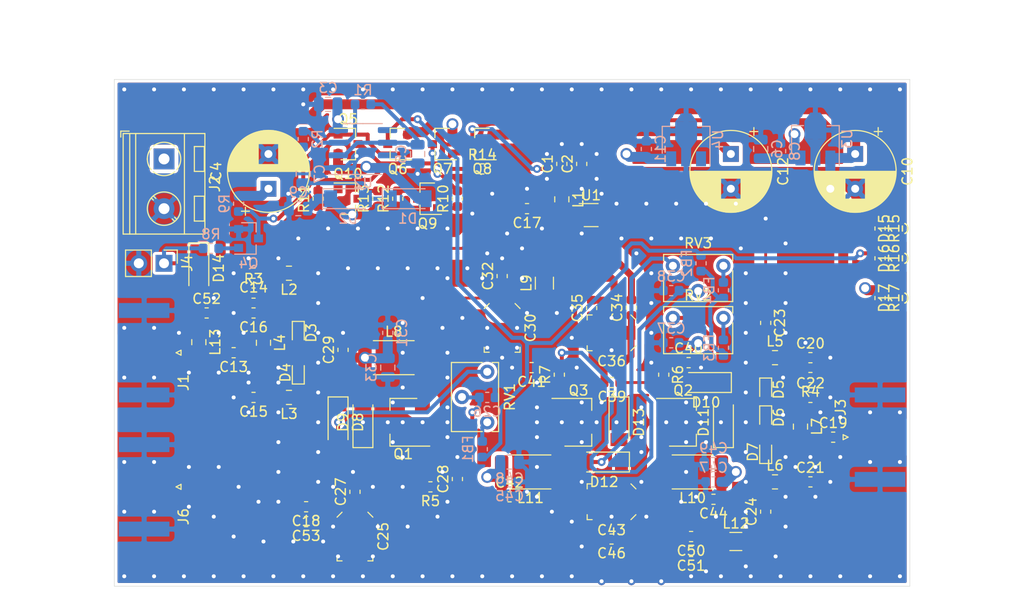
<source format=kicad_pcb>
(kicad_pcb (version 20171130) (host pcbnew 5.1.7-5.1.7)

  (general
    (thickness 1.6)
    (drawings 12)
    (tracks 739)
    (zones 0)
    (modules 126)
    (nets 63)
  )

  (page A4)
  (layers
    (0 F.Cu signal)
    (1 In1.Cu power hide)
    (2 In2.Cu power hide)
    (31 B.Cu signal)
    (32 B.Adhes user hide)
    (33 F.Adhes user)
    (34 B.Paste user hide)
    (35 F.Paste user)
    (36 B.SilkS user hide)
    (37 F.SilkS user hide)
    (38 B.Mask user hide)
    (39 F.Mask user)
    (40 Dwgs.User user)
    (41 Cmts.User user)
    (42 Eco1.User user hide)
    (43 Eco2.User user)
    (44 Edge.Cuts user)
    (45 Margin user)
    (46 B.CrtYd user hide)
    (47 F.CrtYd user)
    (48 B.Fab user hide)
    (49 F.Fab user hide)
  )

  (setup
    (last_trace_width 0.4)
    (user_trace_width 0.254)
    (user_trace_width 0.2856)
    (user_trace_width 0.4)
    (user_trace_width 0.71)
    (user_trace_width 1)
    (trace_clearance 0.3)
    (zone_clearance 0.3)
    (zone_45_only no)
    (trace_min 0.1)
    (via_size 0.8)
    (via_drill 0.4)
    (via_min_size 0.4)
    (via_min_drill 0.2)
    (uvia_size 0.3)
    (uvia_drill 0.1)
    (uvias_allowed no)
    (uvia_min_size 0.2)
    (uvia_min_drill 0.1)
    (edge_width 0.05)
    (segment_width 0.2)
    (pcb_text_width 0.3)
    (pcb_text_size 1.5 1.5)
    (mod_edge_width 0.12)
    (mod_text_size 1 1)
    (mod_text_width 0.15)
    (pad_size 1.524 1.524)
    (pad_drill 0.762)
    (pad_to_mask_clearance 0.051)
    (solder_mask_min_width 0.25)
    (aux_axis_origin 0 0)
    (visible_elements FFFFFF7F)
    (pcbplotparams
      (layerselection 0x010fc_ffffffff)
      (usegerberextensions false)
      (usegerberattributes false)
      (usegerberadvancedattributes false)
      (creategerberjobfile false)
      (excludeedgelayer true)
      (linewidth 0.100000)
      (plotframeref false)
      (viasonmask false)
      (mode 1)
      (useauxorigin false)
      (hpglpennumber 1)
      (hpglpenspeed 20)
      (hpglpendiameter 15.000000)
      (psnegative false)
      (psa4output false)
      (plotreference true)
      (plotvalue true)
      (plotinvisibletext false)
      (padsonsilk false)
      (subtractmaskfromsilk false)
      (outputformat 1)
      (mirror false)
      (drillshape 1)
      (scaleselection 1)
      (outputdirectory ""))
  )

  (net 0 "")
  (net 1 GND)
  (net 2 +12V)
  (net 3 "Net-(C5-Pad1)")
  (net 4 "Net-(C7-Pad2)")
  (net 5 "Net-(C7-Pad1)")
  (net 6 +24V)
  (net 7 +5V)
  (net 8 +5VA)
  (net 9 /50R_IN)
  (net 10 "/TRX Diode Switch/50R_TRX")
  (net 11 "/Antenna Diode Switch/LNA_PIN_BIAS")
  (net 12 "/Antenna Diode Switch/PA_PIN_BIAS")
  (net 13 "Net-(C16-Pad1)")
  (net 14 "/TRX Diode Switch/50R_TRX_LNA")
  (net 15 "/TRX Diode Switch/RF_IN_LNA")
  (net 16 "/TRX Diode Switch/50R_TRX_PA")
  (net 17 "/TX Preamplifier/RF_IN")
  (net 18 /50R_OUT)
  (net 19 "/Antenna Diode Switch/50R_ANT")
  (net 20 "Net-(C22-Pad1)")
  (net 21 "/Antenna Diode Switch/50R_ANT_LNA")
  (net 22 /LNA/RF_IN)
  (net 23 "/Antenna Diode Switch/50R_ANT_PA")
  (net 24 /50R_PA_TO_SW)
  (net 25 "Net-(C26-Pad1)")
  (net 26 "/TX Power Stage/RF_IN")
  (net 27 "/TX Power Stage/25R_PA_P_IN_DC")
  (net 28 "/TX Power Stage/25R_PA_P_IN")
  (net 29 "/TX Power Stage/25R_PA_N_IN_DC")
  (net 30 "/TX Power Stage/25R_PA_N_IN")
  (net 31 "/TX Power Stage/Bias_P")
  (net 32 "/TX Power Stage/Bias_N")
  (net 33 "/TX Power Stage/25R_PA_P_OUT")
  (net 34 "/TX Power Stage/25R_PA_N_OUT")
  (net 35 "/TX Power Stage/25R_PA_N_OUT_DC")
  (net 36 "/TX Power Stage/25R_PA_P_OUT_DC")
  (net 37 "Net-(C52-Pad1)")
  (net 38 "Net-(D5-Pad2)")
  (net 39 "Net-(D8-Pad2)")
  (net 40 "Net-(D8-Pad1)")
  (net 41 "Net-(D10-Pad2)")
  (net 42 "Net-(D10-Pad1)")
  (net 43 "Net-(D12-Pad2)")
  (net 44 "Net-(D12-Pad1)")
  (net 45 "Net-(D14-Pad1)")
  (net 46 "Net-(FB1-Pad1)")
  (net 47 "Net-(FB2-Pad2)")
  (net 48 "Net-(FB3-Pad1)")
  (net 49 "Net-(FB4-Pad1)")
  (net 50 "Net-(Q4-Pad3)")
  (net 51 "Net-(Q4-Pad1)")
  (net 52 "/PTT Control/12V_TX")
  (net 53 "/PTT Control/12V_RX")
  (net 54 "Net-(Q9-Pad1)")
  (net 55 "Net-(Q10-Pad1)")
  (net 56 "Net-(R1-Pad2)")
  (net 57 /5V_RX)
  (net 58 /5V_TX)
  (net 59 "Net-(D15-Pad2)")
  (net 60 "Net-(D16-Pad2)")
  (net 61 "Net-(D17-Pad2)")
  (net 62 /50R_IN_TXONLY)

  (net_class Default "Dies ist die voreingestellte Netzklasse."
    (clearance 0.3)
    (trace_width 0.4)
    (via_dia 0.8)
    (via_drill 0.4)
    (uvia_dia 0.3)
    (uvia_drill 0.1)
    (add_net /5V_RX)
    (add_net /5V_TX)
    (add_net "/Antenna Diode Switch/LNA_PIN_BIAS")
    (add_net "/Antenna Diode Switch/PA_PIN_BIAS")
    (add_net "/PTT Control/12V_RX")
    (add_net "/PTT Control/12V_TX")
    (add_net "/TX Power Stage/Bias_N")
    (add_net "/TX Power Stage/Bias_P")
    (add_net GND)
    (add_net "Net-(C16-Pad1)")
    (add_net "Net-(C22-Pad1)")
    (add_net "Net-(C26-Pad1)")
    (add_net "Net-(C5-Pad1)")
    (add_net "Net-(C52-Pad1)")
    (add_net "Net-(C7-Pad1)")
    (add_net "Net-(C7-Pad2)")
    (add_net "Net-(D10-Pad1)")
    (add_net "Net-(D10-Pad2)")
    (add_net "Net-(D12-Pad1)")
    (add_net "Net-(D12-Pad2)")
    (add_net "Net-(D14-Pad1)")
    (add_net "Net-(D15-Pad2)")
    (add_net "Net-(D16-Pad2)")
    (add_net "Net-(D17-Pad2)")
    (add_net "Net-(D5-Pad2)")
    (add_net "Net-(D8-Pad1)")
    (add_net "Net-(D8-Pad2)")
    (add_net "Net-(FB1-Pad1)")
    (add_net "Net-(FB2-Pad2)")
    (add_net "Net-(FB3-Pad1)")
    (add_net "Net-(FB4-Pad1)")
    (add_net "Net-(Q10-Pad1)")
    (add_net "Net-(Q4-Pad1)")
    (add_net "Net-(Q4-Pad3)")
    (add_net "Net-(Q9-Pad1)")
    (add_net "Net-(R1-Pad2)")
  )

  (net_class 25R ""
    (clearance 1)
    (trace_width 0.71)
    (via_dia 0.8)
    (via_drill 0.4)
    (uvia_dia 0.3)
    (uvia_drill 0.1)
    (add_net "/TX Power Stage/25R_PA_N_IN")
    (add_net "/TX Power Stage/25R_PA_N_IN_DC")
    (add_net "/TX Power Stage/25R_PA_N_OUT")
    (add_net "/TX Power Stage/25R_PA_N_OUT_DC")
    (add_net "/TX Power Stage/25R_PA_P_IN")
    (add_net "/TX Power Stage/25R_PA_P_IN_DC")
    (add_net "/TX Power Stage/25R_PA_P_OUT")
    (add_net "/TX Power Stage/25R_PA_P_OUT_DC")
  )

  (net_class 50R ""
    (clearance 1)
    (trace_width 0.2856)
    (via_dia 0.8)
    (via_drill 0.4)
    (uvia_dia 0.3)
    (uvia_drill 0.1)
    (add_net /50R_IN)
    (add_net /50R_IN_TXONLY)
    (add_net /50R_OUT)
    (add_net /50R_PA_TO_SW)
    (add_net "/Antenna Diode Switch/50R_ANT")
    (add_net "/Antenna Diode Switch/50R_ANT_LNA")
    (add_net "/Antenna Diode Switch/50R_ANT_PA")
    (add_net /LNA/RF_IN)
    (add_net "/TRX Diode Switch/50R_TRX")
    (add_net "/TRX Diode Switch/50R_TRX_LNA")
    (add_net "/TRX Diode Switch/50R_TRX_PA")
    (add_net "/TRX Diode Switch/RF_IN_LNA")
    (add_net "/TX Power Stage/RF_IN")
    (add_net "/TX Preamplifier/RF_IN")
  )

  (net_class Power ""
    (clearance 0.4)
    (trace_width 1)
    (via_dia 1.2)
    (via_drill 0.8)
    (uvia_dia 0.3)
    (uvia_drill 0.1)
    (add_net +12V)
    (add_net +24V)
    (add_net +5V)
    (add_net +5VA)
  )

  (module Connector_PinHeader_2.54mm:PinHeader_1x02_P2.54mm_Vertical (layer F.Cu) (tedit 59FED5CC) (tstamp 5F7801CB)
    (at 55 68.5 270)
    (descr "Through hole straight pin header, 1x02, 2.54mm pitch, single row")
    (tags "Through hole pin header THT 1x02 2.54mm single row")
    (path /5F189F7F/5F79D217)
    (fp_text reference J4 (at 0 -2.33 90) (layer F.SilkS)
      (effects (font (size 1 1) (thickness 0.15)))
    )
    (fp_text value PTT (at 0 4.87 90) (layer F.Fab)
      (effects (font (size 1 1) (thickness 0.15)))
    )
    (fp_line (start 1.8 -1.8) (end -1.8 -1.8) (layer F.CrtYd) (width 0.05))
    (fp_line (start 1.8 4.35) (end 1.8 -1.8) (layer F.CrtYd) (width 0.05))
    (fp_line (start -1.8 4.35) (end 1.8 4.35) (layer F.CrtYd) (width 0.05))
    (fp_line (start -1.8 -1.8) (end -1.8 4.35) (layer F.CrtYd) (width 0.05))
    (fp_line (start -1.33 -1.33) (end 0 -1.33) (layer F.SilkS) (width 0.12))
    (fp_line (start -1.33 0) (end -1.33 -1.33) (layer F.SilkS) (width 0.12))
    (fp_line (start -1.33 1.27) (end 1.33 1.27) (layer F.SilkS) (width 0.12))
    (fp_line (start 1.33 1.27) (end 1.33 3.87) (layer F.SilkS) (width 0.12))
    (fp_line (start -1.33 1.27) (end -1.33 3.87) (layer F.SilkS) (width 0.12))
    (fp_line (start -1.33 3.87) (end 1.33 3.87) (layer F.SilkS) (width 0.12))
    (fp_line (start -1.27 -0.635) (end -0.635 -1.27) (layer F.Fab) (width 0.1))
    (fp_line (start -1.27 3.81) (end -1.27 -0.635) (layer F.Fab) (width 0.1))
    (fp_line (start 1.27 3.81) (end -1.27 3.81) (layer F.Fab) (width 0.1))
    (fp_line (start 1.27 -1.27) (end 1.27 3.81) (layer F.Fab) (width 0.1))
    (fp_line (start -0.635 -1.27) (end 1.27 -1.27) (layer F.Fab) (width 0.1))
    (fp_text user %R (at 0 1.27) (layer F.Fab)
      (effects (font (size 1 1) (thickness 0.15)))
    )
    (pad 2 thru_hole oval (at 0 2.54 270) (size 1.7 1.7) (drill 1) (layers *.Cu *.Mask)
      (net 1 GND))
    (pad 1 thru_hole rect (at 0 0 270) (size 1.7 1.7) (drill 1) (layers *.Cu *.Mask)
      (net 45 "Net-(D14-Pad1)"))
    (model ${KISYS3DMOD}/Connector_PinHeader_2.54mm.3dshapes/PinHeader_1x02_P2.54mm_Vertical.wrl
      (at (xyz 0 0 0))
      (scale (xyz 1 1 1))
      (rotate (xyz 0 0 0))
    )
  )

  (module Connector_Coaxial:SMA_Amphenol_132289_EdgeMount (layer F.Cu) (tedit 5A1C1810) (tstamp 5F712799)
    (at 53 91 180)
    (descr http://www.amphenolrf.com/132289.html)
    (tags SMA)
    (path /5F710C19)
    (attr smd)
    (fp_text reference J6 (at -3.96 -3 90) (layer F.SilkS)
      (effects (font (size 1 1) (thickness 0.15)))
    )
    (fp_text value CONN_TXONLY (at 5 6) (layer F.Fab)
      (effects (font (size 1 1) (thickness 0.15)))
    )
    (fp_line (start -1.91 5.08) (end 4.445 5.08) (layer F.Fab) (width 0.1))
    (fp_line (start -1.91 3.81) (end -1.91 5.08) (layer F.Fab) (width 0.1))
    (fp_line (start 2.54 3.81) (end -1.91 3.81) (layer F.Fab) (width 0.1))
    (fp_line (start 2.54 -3.81) (end 2.54 3.81) (layer F.Fab) (width 0.1))
    (fp_line (start -1.91 -3.81) (end 2.54 -3.81) (layer F.Fab) (width 0.1))
    (fp_line (start -1.91 -5.08) (end -1.91 -3.81) (layer F.Fab) (width 0.1))
    (fp_line (start -1.91 -5.08) (end 4.445 -5.08) (layer F.Fab) (width 0.1))
    (fp_line (start 4.445 -3.81) (end 4.445 -5.08) (layer F.Fab) (width 0.1))
    (fp_line (start 4.445 5.08) (end 4.445 3.81) (layer F.Fab) (width 0.1))
    (fp_line (start 13.97 3.81) (end 4.445 3.81) (layer F.Fab) (width 0.1))
    (fp_line (start 13.97 -3.81) (end 13.97 3.81) (layer F.Fab) (width 0.1))
    (fp_line (start 4.445 -3.81) (end 13.97 -3.81) (layer F.Fab) (width 0.1))
    (fp_line (start -3.04 5.58) (end -3.04 -5.58) (layer B.CrtYd) (width 0.05))
    (fp_line (start 14.47 5.58) (end -3.04 5.58) (layer B.CrtYd) (width 0.05))
    (fp_line (start 14.47 -5.58) (end 14.47 5.58) (layer B.CrtYd) (width 0.05))
    (fp_line (start 14.47 -5.58) (end -3.04 -5.58) (layer B.CrtYd) (width 0.05))
    (fp_line (start -3.04 5.58) (end -3.04 -5.58) (layer F.CrtYd) (width 0.05))
    (fp_line (start 14.47 5.58) (end -3.04 5.58) (layer F.CrtYd) (width 0.05))
    (fp_line (start 14.47 -5.58) (end 14.47 5.58) (layer F.CrtYd) (width 0.05))
    (fp_line (start 14.47 -5.58) (end -3.04 -5.58) (layer F.CrtYd) (width 0.05))
    (fp_line (start 2.54 -0.75) (end 3.54 0) (layer F.Fab) (width 0.1))
    (fp_line (start 3.54 0) (end 2.54 0.75) (layer F.Fab) (width 0.1))
    (fp_line (start -3.21 0) (end -3.71 -0.25) (layer F.SilkS) (width 0.12))
    (fp_line (start -3.71 -0.25) (end -3.71 0.25) (layer F.SilkS) (width 0.12))
    (fp_line (start -3.71 0.25) (end -3.21 0) (layer F.SilkS) (width 0.12))
    (fp_text user %R (at 4.79 0 270) (layer F.Fab)
      (effects (font (size 1 1) (thickness 0.15)))
    )
    (pad 1 smd rect (at 0 0 270) (size 1.5 5.08) (layers F.Cu F.Paste F.Mask)
      (net 62 /50R_IN_TXONLY))
    (pad 2 smd rect (at 0 -4.25 270) (size 1.5 5.08) (layers F.Cu F.Paste F.Mask)
      (net 1 GND))
    (pad 2 smd rect (at 0 4.25 270) (size 1.5 5.08) (layers F.Cu F.Paste F.Mask)
      (net 1 GND))
    (pad 2 smd rect (at 0 -4.25 270) (size 1.5 5.08) (layers B.Cu B.Paste B.Mask)
      (net 1 GND))
    (pad 2 smd rect (at 0 4.25 270) (size 1.5 5.08) (layers B.Cu B.Paste B.Mask)
      (net 1 GND))
    (model ${KISYS3DMOD}/Connector_Coaxial.3dshapes/SMA_Amphenol_132289_EdgeMount.wrl
      (at (xyz 0 0 0))
      (scale (xyz 1 1 1))
      (rotate (xyz 0 0 0))
    )
  )

  (module Capacitor_SMD:C_0603_1608Metric (layer F.Cu) (tedit 5B301BBE) (tstamp 5F7122C6)
    (at 69.2875 94.5 180)
    (descr "Capacitor SMD 0603 (1608 Metric), square (rectangular) end terminal, IPC_7351 nominal, (Body size source: http://www.tortai-tech.com/upload/download/2011102023233369053.pdf), generated with kicad-footprint-generator")
    (tags capacitor)
    (path /5F1CEB90/5F715464)
    (attr smd)
    (fp_text reference C53 (at 0 -1.43) (layer F.SilkS)
      (effects (font (size 1 1) (thickness 0.15)))
    )
    (fp_text value 1nF (at 0 1.43) (layer F.Fab)
      (effects (font (size 1 1) (thickness 0.15)))
    )
    (fp_line (start 1.48 0.73) (end -1.48 0.73) (layer F.CrtYd) (width 0.05))
    (fp_line (start 1.48 -0.73) (end 1.48 0.73) (layer F.CrtYd) (width 0.05))
    (fp_line (start -1.48 -0.73) (end 1.48 -0.73) (layer F.CrtYd) (width 0.05))
    (fp_line (start -1.48 0.73) (end -1.48 -0.73) (layer F.CrtYd) (width 0.05))
    (fp_line (start -0.162779 0.51) (end 0.162779 0.51) (layer F.SilkS) (width 0.12))
    (fp_line (start -0.162779 -0.51) (end 0.162779 -0.51) (layer F.SilkS) (width 0.12))
    (fp_line (start 0.8 0.4) (end -0.8 0.4) (layer F.Fab) (width 0.1))
    (fp_line (start 0.8 -0.4) (end 0.8 0.4) (layer F.Fab) (width 0.1))
    (fp_line (start -0.8 -0.4) (end 0.8 -0.4) (layer F.Fab) (width 0.1))
    (fp_line (start -0.8 0.4) (end -0.8 -0.4) (layer F.Fab) (width 0.1))
    (fp_text user %R (at 0 0) (layer F.Fab)
      (effects (font (size 0.4 0.4) (thickness 0.06)))
    )
    (pad 2 smd roundrect (at 0.7875 0 180) (size 0.875 0.95) (layers F.Cu F.Paste F.Mask) (roundrect_rratio 0.25)
      (net 62 /50R_IN_TXONLY))
    (pad 1 smd roundrect (at -0.7875 0 180) (size 0.875 0.95) (layers F.Cu F.Paste F.Mask) (roundrect_rratio 0.25)
      (net 17 "/TX Preamplifier/RF_IN"))
    (model ${KISYS3DMOD}/Capacitor_SMD.3dshapes/C_0603_1608Metric.wrl
      (at (xyz 0 0 0))
      (scale (xyz 1 1 1))
      (rotate (xyz 0 0 0))
    )
  )

  (module Package_TO_SOT_SMD:SOT-89-3 (layer F.Cu) (tedit 5A02FF57) (tstamp 5F5D513A)
    (at 96.23 84.5)
    (descr SOT-89-3)
    (tags SOT-89-3)
    (path /5F1CEF94/5F2DB79C)
    (attr smd)
    (fp_text reference Q3 (at 0.45 -3.2) (layer F.SilkS)
      (effects (font (size 1 1) (thickness 0.15)))
    )
    (fp_text value AFT05MS004N (at 0.45 3.25) (layer F.Fab)
      (effects (font (size 1 1) (thickness 0.15)))
    )
    (fp_line (start -2.48 2.55) (end -2.48 -2.55) (layer F.CrtYd) (width 0.05))
    (fp_line (start -2.48 2.55) (end 3.23 2.55) (layer F.CrtYd) (width 0.05))
    (fp_line (start 3.23 -2.55) (end -2.48 -2.55) (layer F.CrtYd) (width 0.05))
    (fp_line (start 3.23 -2.55) (end 3.23 2.55) (layer F.CrtYd) (width 0.05))
    (fp_line (start -0.13 -2.3) (end 1.68 -2.3) (layer F.Fab) (width 0.1))
    (fp_line (start -0.92 2.3) (end -0.92 -1.51) (layer F.Fab) (width 0.1))
    (fp_line (start 1.68 2.3) (end -0.92 2.3) (layer F.Fab) (width 0.1))
    (fp_line (start 1.68 -2.3) (end 1.68 2.3) (layer F.Fab) (width 0.1))
    (fp_line (start -0.92 -1.51) (end -0.13 -2.3) (layer F.Fab) (width 0.1))
    (fp_line (start 1.78 -2.4) (end 1.78 -1.2) (layer F.SilkS) (width 0.12))
    (fp_line (start -2.22 -2.4) (end 1.78 -2.4) (layer F.SilkS) (width 0.12))
    (fp_line (start 1.78 2.4) (end -0.92 2.4) (layer F.SilkS) (width 0.12))
    (fp_line (start 1.78 1.2) (end 1.78 2.4) (layer F.SilkS) (width 0.12))
    (fp_text user %R (at 0.38 0 90) (layer F.Fab)
      (effects (font (size 0.6 0.6) (thickness 0.09)))
    )
    (pad 2 smd trapezoid (at -0.0762 0 90) (size 1.5 1) (rect_delta 0 0.7 ) (layers F.Cu F.Paste F.Mask)
      (net 1 GND))
    (pad 2 smd rect (at 1.3335 0 270) (size 2.2 1.84) (layers F.Cu F.Paste F.Mask)
      (net 1 GND))
    (pad 3 smd rect (at -1.48 1.5 270) (size 1 1.5) (layers F.Cu F.Paste F.Mask)
      (net 33 "/TX Power Stage/25R_PA_P_OUT"))
    (pad 2 smd rect (at -1.3335 0 270) (size 1 1.8) (layers F.Cu F.Paste F.Mask)
      (net 1 GND))
    (pad 1 smd rect (at -1.48 -1.5 270) (size 1 1.5) (layers F.Cu F.Paste F.Mask)
      (net 30 "/TX Power Stage/25R_PA_N_IN"))
    (pad 2 smd trapezoid (at 2.667 0 270) (size 1.6 0.85) (rect_delta 0 0.6 ) (layers F.Cu F.Paste F.Mask)
      (net 1 GND))
    (model ${KISYS3DMOD}/Package_TO_SOT_SMD.3dshapes/SOT-89-3.wrl
      (at (xyz 0 0 0))
      (scale (xyz 1 1 1))
      (rotate (xyz 0 0 0))
    )
  )

  (module Package_TO_SOT_SMD:SOT-89-3 (layer F.Cu) (tedit 5A02FF57) (tstamp 5F5D5128)
    (at 106.75 84.5)
    (descr SOT-89-3)
    (tags SOT-89-3)
    (path /5F1CEF94/5F241898)
    (attr smd)
    (fp_text reference Q2 (at 0.45 -3.2) (layer F.SilkS)
      (effects (font (size 1 1) (thickness 0.15)))
    )
    (fp_text value AFT05MS004N (at 0.45 3.25) (layer F.Fab)
      (effects (font (size 1 1) (thickness 0.15)))
    )
    (fp_line (start -2.48 2.55) (end -2.48 -2.55) (layer F.CrtYd) (width 0.05))
    (fp_line (start -2.48 2.55) (end 3.23 2.55) (layer F.CrtYd) (width 0.05))
    (fp_line (start 3.23 -2.55) (end -2.48 -2.55) (layer F.CrtYd) (width 0.05))
    (fp_line (start 3.23 -2.55) (end 3.23 2.55) (layer F.CrtYd) (width 0.05))
    (fp_line (start -0.13 -2.3) (end 1.68 -2.3) (layer F.Fab) (width 0.1))
    (fp_line (start -0.92 2.3) (end -0.92 -1.51) (layer F.Fab) (width 0.1))
    (fp_line (start 1.68 2.3) (end -0.92 2.3) (layer F.Fab) (width 0.1))
    (fp_line (start 1.68 -2.3) (end 1.68 2.3) (layer F.Fab) (width 0.1))
    (fp_line (start -0.92 -1.51) (end -0.13 -2.3) (layer F.Fab) (width 0.1))
    (fp_line (start 1.78 -2.4) (end 1.78 -1.2) (layer F.SilkS) (width 0.12))
    (fp_line (start -2.22 -2.4) (end 1.78 -2.4) (layer F.SilkS) (width 0.12))
    (fp_line (start 1.78 2.4) (end -0.92 2.4) (layer F.SilkS) (width 0.12))
    (fp_line (start 1.78 1.2) (end 1.78 2.4) (layer F.SilkS) (width 0.12))
    (fp_text user %R (at 0.38 0 90) (layer F.Fab)
      (effects (font (size 0.6 0.6) (thickness 0.09)))
    )
    (pad 2 smd trapezoid (at -0.0762 0 90) (size 1.5 1) (rect_delta 0 0.7 ) (layers F.Cu F.Paste F.Mask)
      (net 1 GND))
    (pad 2 smd rect (at 1.3335 0 270) (size 2.2 1.84) (layers F.Cu F.Paste F.Mask)
      (net 1 GND))
    (pad 3 smd rect (at -1.48 1.5 270) (size 1 1.5) (layers F.Cu F.Paste F.Mask)
      (net 34 "/TX Power Stage/25R_PA_N_OUT"))
    (pad 2 smd rect (at -1.3335 0 270) (size 1 1.8) (layers F.Cu F.Paste F.Mask)
      (net 1 GND))
    (pad 1 smd rect (at -1.48 -1.5 270) (size 1 1.5) (layers F.Cu F.Paste F.Mask)
      (net 28 "/TX Power Stage/25R_PA_P_IN"))
    (pad 2 smd trapezoid (at 2.667 0 270) (size 1.6 0.85) (rect_delta 0 0.6 ) (layers F.Cu F.Paste F.Mask)
      (net 1 GND))
    (model ${KISYS3DMOD}/Package_TO_SOT_SMD.3dshapes/SOT-89-3.wrl
      (at (xyz 0 0 0))
      (scale (xyz 1 1 1))
      (rotate (xyz 0 0 0))
    )
  )

  (module Package_TO_SOT_SMD:SOT-89-3 (layer F.Cu) (tedit 5A02FF57) (tstamp 5F5D5116)
    (at 79.5 84.5 180)
    (descr SOT-89-3)
    (tags SOT-89-3)
    (path /5F1CEEEE/5F1DCEC6)
    (attr smd)
    (fp_text reference Q1 (at 0.45 -3.2) (layer F.SilkS)
      (effects (font (size 1 1) (thickness 0.15)))
    )
    (fp_text value AFT05MS004N (at 0.45 3.25) (layer F.Fab)
      (effects (font (size 1 1) (thickness 0.15)))
    )
    (fp_line (start -2.48 2.55) (end -2.48 -2.55) (layer F.CrtYd) (width 0.05))
    (fp_line (start -2.48 2.55) (end 3.23 2.55) (layer F.CrtYd) (width 0.05))
    (fp_line (start 3.23 -2.55) (end -2.48 -2.55) (layer F.CrtYd) (width 0.05))
    (fp_line (start 3.23 -2.55) (end 3.23 2.55) (layer F.CrtYd) (width 0.05))
    (fp_line (start -0.13 -2.3) (end 1.68 -2.3) (layer F.Fab) (width 0.1))
    (fp_line (start -0.92 2.3) (end -0.92 -1.51) (layer F.Fab) (width 0.1))
    (fp_line (start 1.68 2.3) (end -0.92 2.3) (layer F.Fab) (width 0.1))
    (fp_line (start 1.68 -2.3) (end 1.68 2.3) (layer F.Fab) (width 0.1))
    (fp_line (start -0.92 -1.51) (end -0.13 -2.3) (layer F.Fab) (width 0.1))
    (fp_line (start 1.78 -2.4) (end 1.78 -1.2) (layer F.SilkS) (width 0.12))
    (fp_line (start -2.22 -2.4) (end 1.78 -2.4) (layer F.SilkS) (width 0.12))
    (fp_line (start 1.78 2.4) (end -0.92 2.4) (layer F.SilkS) (width 0.12))
    (fp_line (start 1.78 1.2) (end 1.78 2.4) (layer F.SilkS) (width 0.12))
    (fp_text user %R (at 0.38 0 90) (layer F.Fab)
      (effects (font (size 0.6 0.6) (thickness 0.09)))
    )
    (pad 2 smd trapezoid (at -0.0762 0 270) (size 1.5 1) (rect_delta 0 0.7 ) (layers F.Cu F.Paste F.Mask)
      (net 1 GND))
    (pad 2 smd rect (at 1.3335 0 90) (size 2.2 1.84) (layers F.Cu F.Paste F.Mask)
      (net 1 GND))
    (pad 3 smd rect (at -1.48 1.5 90) (size 1 1.5) (layers F.Cu F.Paste F.Mask)
      (net 26 "/TX Power Stage/RF_IN"))
    (pad 2 smd rect (at -1.3335 0 90) (size 1 1.8) (layers F.Cu F.Paste F.Mask)
      (net 1 GND))
    (pad 1 smd rect (at -1.48 -1.5 90) (size 1 1.5) (layers F.Cu F.Paste F.Mask)
      (net 17 "/TX Preamplifier/RF_IN"))
    (pad 2 smd trapezoid (at 2.667 0 90) (size 1.6 0.85) (rect_delta 0 0.6 ) (layers F.Cu F.Paste F.Mask)
      (net 1 GND))
    (model ${KISYS3DMOD}/Package_TO_SOT_SMD.3dshapes/SOT-89-3.wrl
      (at (xyz 0 0 0))
      (scale (xyz 1 1 1))
      (rotate (xyz 0 0 0))
    )
  )

  (module Diode_SMD:D_MiniMELF (layer F.Cu) (tedit 5905D8F5) (tstamp 5F77B718)
    (at 58.5 69 270)
    (descr "Diode Mini-MELF")
    (tags "Diode Mini-MELF")
    (path /5F189F7F/5F62F037)
    (attr smd)
    (fp_text reference D14 (at 0 -2 90) (layer F.SilkS)
      (effects (font (size 1 1) (thickness 0.15)))
    )
    (fp_text value LL4148 (at 0 1.75 90) (layer F.Fab)
      (effects (font (size 1 1) (thickness 0.15)))
    )
    (fp_line (start -2.65 1.1) (end -2.65 -1.1) (layer F.CrtYd) (width 0.05))
    (fp_line (start 2.65 1.1) (end -2.65 1.1) (layer F.CrtYd) (width 0.05))
    (fp_line (start 2.65 -1.1) (end 2.65 1.1) (layer F.CrtYd) (width 0.05))
    (fp_line (start -2.65 -1.1) (end 2.65 -1.1) (layer F.CrtYd) (width 0.05))
    (fp_line (start -0.75 0) (end -0.35 0) (layer F.Fab) (width 0.1))
    (fp_line (start -0.35 0) (end -0.35 -0.55) (layer F.Fab) (width 0.1))
    (fp_line (start -0.35 0) (end -0.35 0.55) (layer F.Fab) (width 0.1))
    (fp_line (start -0.35 0) (end 0.25 -0.4) (layer F.Fab) (width 0.1))
    (fp_line (start 0.25 -0.4) (end 0.25 0.4) (layer F.Fab) (width 0.1))
    (fp_line (start 0.25 0.4) (end -0.35 0) (layer F.Fab) (width 0.1))
    (fp_line (start 0.25 0) (end 0.75 0) (layer F.Fab) (width 0.1))
    (fp_line (start -1.65 -0.8) (end 1.65 -0.8) (layer F.Fab) (width 0.1))
    (fp_line (start -1.65 0.8) (end -1.65 -0.8) (layer F.Fab) (width 0.1))
    (fp_line (start 1.65 0.8) (end -1.65 0.8) (layer F.Fab) (width 0.1))
    (fp_line (start 1.65 -0.8) (end 1.65 0.8) (layer F.Fab) (width 0.1))
    (fp_line (start -2.55 1) (end 1.75 1) (layer F.SilkS) (width 0.12))
    (fp_line (start -2.55 -1) (end -2.55 1) (layer F.SilkS) (width 0.12))
    (fp_line (start 1.75 -1) (end -2.55 -1) (layer F.SilkS) (width 0.12))
    (fp_text user %R (at 0 -2 90) (layer F.Fab)
      (effects (font (size 1 1) (thickness 0.15)))
    )
    (pad 2 smd rect (at 1.75 0 270) (size 1.3 1.7) (layers F.Cu F.Paste F.Mask)
      (net 37 "Net-(C52-Pad1)"))
    (pad 1 smd rect (at -1.75 0 270) (size 1.3 1.7) (layers F.Cu F.Paste F.Mask)
      (net 45 "Net-(D14-Pad1)"))
    (model ${KISYS3DMOD}/Diode_SMD.3dshapes/D_MiniMELF.wrl
      (at (xyz 0 0 0))
      (scale (xyz 1 1 1))
      (rotate (xyz 0 0 0))
    )
  )

  (module Diode_SMD:D_MiniMELF (layer F.Cu) (tedit 5905D8F5) (tstamp 5F61BFB0)
    (at 100.75 84.5 270)
    (descr "Diode Mini-MELF")
    (tags "Diode Mini-MELF")
    (path /5F1CEF94/5F638834)
    (attr smd)
    (fp_text reference D13 (at 0 -2 90) (layer F.SilkS)
      (effects (font (size 1 1) (thickness 0.15)))
    )
    (fp_text value LL4148 (at 0 1.75 90) (layer F.Fab)
      (effects (font (size 1 1) (thickness 0.15)))
    )
    (fp_line (start -2.65 1.1) (end -2.65 -1.1) (layer F.CrtYd) (width 0.05))
    (fp_line (start 2.65 1.1) (end -2.65 1.1) (layer F.CrtYd) (width 0.05))
    (fp_line (start 2.65 -1.1) (end 2.65 1.1) (layer F.CrtYd) (width 0.05))
    (fp_line (start -2.65 -1.1) (end 2.65 -1.1) (layer F.CrtYd) (width 0.05))
    (fp_line (start -0.75 0) (end -0.35 0) (layer F.Fab) (width 0.1))
    (fp_line (start -0.35 0) (end -0.35 -0.55) (layer F.Fab) (width 0.1))
    (fp_line (start -0.35 0) (end -0.35 0.55) (layer F.Fab) (width 0.1))
    (fp_line (start -0.35 0) (end 0.25 -0.4) (layer F.Fab) (width 0.1))
    (fp_line (start 0.25 -0.4) (end 0.25 0.4) (layer F.Fab) (width 0.1))
    (fp_line (start 0.25 0.4) (end -0.35 0) (layer F.Fab) (width 0.1))
    (fp_line (start 0.25 0) (end 0.75 0) (layer F.Fab) (width 0.1))
    (fp_line (start -1.65 -0.8) (end 1.65 -0.8) (layer F.Fab) (width 0.1))
    (fp_line (start -1.65 0.8) (end -1.65 -0.8) (layer F.Fab) (width 0.1))
    (fp_line (start 1.65 0.8) (end -1.65 0.8) (layer F.Fab) (width 0.1))
    (fp_line (start 1.65 -0.8) (end 1.65 0.8) (layer F.Fab) (width 0.1))
    (fp_line (start -2.55 1) (end 1.75 1) (layer F.SilkS) (width 0.12))
    (fp_line (start -2.55 -1) (end -2.55 1) (layer F.SilkS) (width 0.12))
    (fp_line (start 1.75 -1) (end -2.55 -1) (layer F.SilkS) (width 0.12))
    (fp_text user %R (at 0 -2 90) (layer F.Fab)
      (effects (font (size 1 1) (thickness 0.15)))
    )
    (pad 2 smd rect (at 1.75 0 270) (size 1.3 1.7) (layers F.Cu F.Paste F.Mask)
      (net 44 "Net-(D12-Pad1)"))
    (pad 1 smd rect (at -1.75 0 270) (size 1.3 1.7) (layers F.Cu F.Paste F.Mask)
      (net 1 GND))
    (model ${KISYS3DMOD}/Diode_SMD.3dshapes/D_MiniMELF.wrl
      (at (xyz 0 0 0))
      (scale (xyz 1 1 1))
      (rotate (xyz 0 0 0))
    )
  )

  (module Diode_SMD:D_MiniMELF (layer F.Cu) (tedit 5905D8F5) (tstamp 5F61BF97)
    (at 99.25 88.5 180)
    (descr "Diode Mini-MELF")
    (tags "Diode Mini-MELF")
    (path /5F1CEF94/5F63829E)
    (attr smd)
    (fp_text reference D12 (at 0 -2) (layer F.SilkS)
      (effects (font (size 1 1) (thickness 0.15)))
    )
    (fp_text value LL4148 (at 0 1.75) (layer F.Fab)
      (effects (font (size 1 1) (thickness 0.15)))
    )
    (fp_line (start -2.65 1.1) (end -2.65 -1.1) (layer F.CrtYd) (width 0.05))
    (fp_line (start 2.65 1.1) (end -2.65 1.1) (layer F.CrtYd) (width 0.05))
    (fp_line (start 2.65 -1.1) (end 2.65 1.1) (layer F.CrtYd) (width 0.05))
    (fp_line (start -2.65 -1.1) (end 2.65 -1.1) (layer F.CrtYd) (width 0.05))
    (fp_line (start -0.75 0) (end -0.35 0) (layer F.Fab) (width 0.1))
    (fp_line (start -0.35 0) (end -0.35 -0.55) (layer F.Fab) (width 0.1))
    (fp_line (start -0.35 0) (end -0.35 0.55) (layer F.Fab) (width 0.1))
    (fp_line (start -0.35 0) (end 0.25 -0.4) (layer F.Fab) (width 0.1))
    (fp_line (start 0.25 -0.4) (end 0.25 0.4) (layer F.Fab) (width 0.1))
    (fp_line (start 0.25 0.4) (end -0.35 0) (layer F.Fab) (width 0.1))
    (fp_line (start 0.25 0) (end 0.75 0) (layer F.Fab) (width 0.1))
    (fp_line (start -1.65 -0.8) (end 1.65 -0.8) (layer F.Fab) (width 0.1))
    (fp_line (start -1.65 0.8) (end -1.65 -0.8) (layer F.Fab) (width 0.1))
    (fp_line (start 1.65 0.8) (end -1.65 0.8) (layer F.Fab) (width 0.1))
    (fp_line (start 1.65 -0.8) (end 1.65 0.8) (layer F.Fab) (width 0.1))
    (fp_line (start -2.55 1) (end 1.75 1) (layer F.SilkS) (width 0.12))
    (fp_line (start -2.55 -1) (end -2.55 1) (layer F.SilkS) (width 0.12))
    (fp_line (start 1.75 -1) (end -2.55 -1) (layer F.SilkS) (width 0.12))
    (fp_text user %R (at 0 -2) (layer F.Fab)
      (effects (font (size 1 1) (thickness 0.15)))
    )
    (pad 2 smd rect (at 1.75 0 180) (size 1.3 1.7) (layers F.Cu F.Paste F.Mask)
      (net 43 "Net-(D12-Pad2)"))
    (pad 1 smd rect (at -1.75 0 180) (size 1.3 1.7) (layers F.Cu F.Paste F.Mask)
      (net 44 "Net-(D12-Pad1)"))
    (model ${KISYS3DMOD}/Diode_SMD.3dshapes/D_MiniMELF.wrl
      (at (xyz 0 0 0))
      (scale (xyz 1 1 1))
      (rotate (xyz 0 0 0))
    )
  )

  (module Diode_SMD:D_MiniMELF (layer F.Cu) (tedit 5905D8F5) (tstamp 5F61BF7E)
    (at 111.25 84.5 90)
    (descr "Diode Mini-MELF")
    (tags "Diode Mini-MELF")
    (path /5F1CEF94/5F638E05)
    (attr smd)
    (fp_text reference D11 (at 0 -2 90) (layer F.SilkS)
      (effects (font (size 1 1) (thickness 0.15)))
    )
    (fp_text value LL4148 (at 0 1.75 90) (layer F.Fab)
      (effects (font (size 1 1) (thickness 0.15)))
    )
    (fp_line (start -2.65 1.1) (end -2.65 -1.1) (layer F.CrtYd) (width 0.05))
    (fp_line (start 2.65 1.1) (end -2.65 1.1) (layer F.CrtYd) (width 0.05))
    (fp_line (start 2.65 -1.1) (end 2.65 1.1) (layer F.CrtYd) (width 0.05))
    (fp_line (start -2.65 -1.1) (end 2.65 -1.1) (layer F.CrtYd) (width 0.05))
    (fp_line (start -0.75 0) (end -0.35 0) (layer F.Fab) (width 0.1))
    (fp_line (start -0.35 0) (end -0.35 -0.55) (layer F.Fab) (width 0.1))
    (fp_line (start -0.35 0) (end -0.35 0.55) (layer F.Fab) (width 0.1))
    (fp_line (start -0.35 0) (end 0.25 -0.4) (layer F.Fab) (width 0.1))
    (fp_line (start 0.25 -0.4) (end 0.25 0.4) (layer F.Fab) (width 0.1))
    (fp_line (start 0.25 0.4) (end -0.35 0) (layer F.Fab) (width 0.1))
    (fp_line (start 0.25 0) (end 0.75 0) (layer F.Fab) (width 0.1))
    (fp_line (start -1.65 -0.8) (end 1.65 -0.8) (layer F.Fab) (width 0.1))
    (fp_line (start -1.65 0.8) (end -1.65 -0.8) (layer F.Fab) (width 0.1))
    (fp_line (start 1.65 0.8) (end -1.65 0.8) (layer F.Fab) (width 0.1))
    (fp_line (start 1.65 -0.8) (end 1.65 0.8) (layer F.Fab) (width 0.1))
    (fp_line (start -2.55 1) (end 1.75 1) (layer F.SilkS) (width 0.12))
    (fp_line (start -2.55 -1) (end -2.55 1) (layer F.SilkS) (width 0.12))
    (fp_line (start 1.75 -1) (end -2.55 -1) (layer F.SilkS) (width 0.12))
    (fp_text user %R (at 0 -2 90) (layer F.Fab)
      (effects (font (size 1 1) (thickness 0.15)))
    )
    (pad 2 smd rect (at 1.75 0 90) (size 1.3 1.7) (layers F.Cu F.Paste F.Mask)
      (net 42 "Net-(D10-Pad1)"))
    (pad 1 smd rect (at -1.75 0 90) (size 1.3 1.7) (layers F.Cu F.Paste F.Mask)
      (net 1 GND))
    (model ${KISYS3DMOD}/Diode_SMD.3dshapes/D_MiniMELF.wrl
      (at (xyz 0 0 0))
      (scale (xyz 1 1 1))
      (rotate (xyz 0 0 0))
    )
  )

  (module Diode_SMD:D_MiniMELF (layer F.Cu) (tedit 5905D8F5) (tstamp 5F61BF65)
    (at 109.5 80.5 180)
    (descr "Diode Mini-MELF")
    (tags "Diode Mini-MELF")
    (path /5F1CEF94/5F637865)
    (attr smd)
    (fp_text reference D10 (at 0 -2) (layer F.SilkS)
      (effects (font (size 1 1) (thickness 0.15)))
    )
    (fp_text value LL4148 (at 0 1.75) (layer F.Fab)
      (effects (font (size 1 1) (thickness 0.15)))
    )
    (fp_line (start -2.65 1.1) (end -2.65 -1.1) (layer F.CrtYd) (width 0.05))
    (fp_line (start 2.65 1.1) (end -2.65 1.1) (layer F.CrtYd) (width 0.05))
    (fp_line (start 2.65 -1.1) (end 2.65 1.1) (layer F.CrtYd) (width 0.05))
    (fp_line (start -2.65 -1.1) (end 2.65 -1.1) (layer F.CrtYd) (width 0.05))
    (fp_line (start -0.75 0) (end -0.35 0) (layer F.Fab) (width 0.1))
    (fp_line (start -0.35 0) (end -0.35 -0.55) (layer F.Fab) (width 0.1))
    (fp_line (start -0.35 0) (end -0.35 0.55) (layer F.Fab) (width 0.1))
    (fp_line (start -0.35 0) (end 0.25 -0.4) (layer F.Fab) (width 0.1))
    (fp_line (start 0.25 -0.4) (end 0.25 0.4) (layer F.Fab) (width 0.1))
    (fp_line (start 0.25 0.4) (end -0.35 0) (layer F.Fab) (width 0.1))
    (fp_line (start 0.25 0) (end 0.75 0) (layer F.Fab) (width 0.1))
    (fp_line (start -1.65 -0.8) (end 1.65 -0.8) (layer F.Fab) (width 0.1))
    (fp_line (start -1.65 0.8) (end -1.65 -0.8) (layer F.Fab) (width 0.1))
    (fp_line (start 1.65 0.8) (end -1.65 0.8) (layer F.Fab) (width 0.1))
    (fp_line (start 1.65 -0.8) (end 1.65 0.8) (layer F.Fab) (width 0.1))
    (fp_line (start -2.55 1) (end 1.75 1) (layer F.SilkS) (width 0.12))
    (fp_line (start -2.55 -1) (end -2.55 1) (layer F.SilkS) (width 0.12))
    (fp_line (start 1.75 -1) (end -2.55 -1) (layer F.SilkS) (width 0.12))
    (fp_text user %R (at 0 -2) (layer F.Fab)
      (effects (font (size 1 1) (thickness 0.15)))
    )
    (pad 2 smd rect (at 1.75 0 180) (size 1.3 1.7) (layers F.Cu F.Paste F.Mask)
      (net 41 "Net-(D10-Pad2)"))
    (pad 1 smd rect (at -1.75 0 180) (size 1.3 1.7) (layers F.Cu F.Paste F.Mask)
      (net 42 "Net-(D10-Pad1)"))
    (model ${KISYS3DMOD}/Diode_SMD.3dshapes/D_MiniMELF.wrl
      (at (xyz 0 0 0))
      (scale (xyz 1 1 1))
      (rotate (xyz 0 0 0))
    )
  )

  (module Diode_SMD:D_MiniMELF (layer F.Cu) (tedit 5905D8F5) (tstamp 5F61BF4C)
    (at 75 84.5 90)
    (descr "Diode Mini-MELF")
    (tags "Diode Mini-MELF")
    (path /5F1CEEEE/5F63284C)
    (attr smd)
    (fp_text reference D9 (at 0 -2 90) (layer F.SilkS)
      (effects (font (size 1 1) (thickness 0.15)))
    )
    (fp_text value LL4148 (at 0 1.75 90) (layer F.Fab)
      (effects (font (size 1 1) (thickness 0.15)))
    )
    (fp_line (start -2.65 1.1) (end -2.65 -1.1) (layer F.CrtYd) (width 0.05))
    (fp_line (start 2.65 1.1) (end -2.65 1.1) (layer F.CrtYd) (width 0.05))
    (fp_line (start 2.65 -1.1) (end 2.65 1.1) (layer F.CrtYd) (width 0.05))
    (fp_line (start -2.65 -1.1) (end 2.65 -1.1) (layer F.CrtYd) (width 0.05))
    (fp_line (start -0.75 0) (end -0.35 0) (layer F.Fab) (width 0.1))
    (fp_line (start -0.35 0) (end -0.35 -0.55) (layer F.Fab) (width 0.1))
    (fp_line (start -0.35 0) (end -0.35 0.55) (layer F.Fab) (width 0.1))
    (fp_line (start -0.35 0) (end 0.25 -0.4) (layer F.Fab) (width 0.1))
    (fp_line (start 0.25 -0.4) (end 0.25 0.4) (layer F.Fab) (width 0.1))
    (fp_line (start 0.25 0.4) (end -0.35 0) (layer F.Fab) (width 0.1))
    (fp_line (start 0.25 0) (end 0.75 0) (layer F.Fab) (width 0.1))
    (fp_line (start -1.65 -0.8) (end 1.65 -0.8) (layer F.Fab) (width 0.1))
    (fp_line (start -1.65 0.8) (end -1.65 -0.8) (layer F.Fab) (width 0.1))
    (fp_line (start 1.65 0.8) (end -1.65 0.8) (layer F.Fab) (width 0.1))
    (fp_line (start 1.65 -0.8) (end 1.65 0.8) (layer F.Fab) (width 0.1))
    (fp_line (start -2.55 1) (end 1.75 1) (layer F.SilkS) (width 0.12))
    (fp_line (start -2.55 -1) (end -2.55 1) (layer F.SilkS) (width 0.12))
    (fp_line (start 1.75 -1) (end -2.55 -1) (layer F.SilkS) (width 0.12))
    (fp_text user %R (at 0 -2 90) (layer F.Fab)
      (effects (font (size 1 1) (thickness 0.15)))
    )
    (pad 2 smd rect (at 1.75 0 90) (size 1.3 1.7) (layers F.Cu F.Paste F.Mask)
      (net 40 "Net-(D8-Pad1)"))
    (pad 1 smd rect (at -1.75 0 90) (size 1.3 1.7) (layers F.Cu F.Paste F.Mask)
      (net 1 GND))
    (model ${KISYS3DMOD}/Diode_SMD.3dshapes/D_MiniMELF.wrl
      (at (xyz 0 0 0))
      (scale (xyz 1 1 1))
      (rotate (xyz 0 0 0))
    )
  )

  (module Diode_SMD:D_MiniMELF (layer F.Cu) (tedit 5905D8F5) (tstamp 5F61BF33)
    (at 72.5 84.5 270)
    (descr "Diode Mini-MELF")
    (tags "Diode Mini-MELF")
    (path /5F1CEEEE/5F63123D)
    (attr smd)
    (fp_text reference D8 (at 0 -2 90) (layer F.SilkS)
      (effects (font (size 1 1) (thickness 0.15)))
    )
    (fp_text value LL4148 (at 0 1.75 90) (layer F.Fab)
      (effects (font (size 1 1) (thickness 0.15)))
    )
    (fp_line (start -2.65 1.1) (end -2.65 -1.1) (layer F.CrtYd) (width 0.05))
    (fp_line (start 2.65 1.1) (end -2.65 1.1) (layer F.CrtYd) (width 0.05))
    (fp_line (start 2.65 -1.1) (end 2.65 1.1) (layer F.CrtYd) (width 0.05))
    (fp_line (start -2.65 -1.1) (end 2.65 -1.1) (layer F.CrtYd) (width 0.05))
    (fp_line (start -0.75 0) (end -0.35 0) (layer F.Fab) (width 0.1))
    (fp_line (start -0.35 0) (end -0.35 -0.55) (layer F.Fab) (width 0.1))
    (fp_line (start -0.35 0) (end -0.35 0.55) (layer F.Fab) (width 0.1))
    (fp_line (start -0.35 0) (end 0.25 -0.4) (layer F.Fab) (width 0.1))
    (fp_line (start 0.25 -0.4) (end 0.25 0.4) (layer F.Fab) (width 0.1))
    (fp_line (start 0.25 0.4) (end -0.35 0) (layer F.Fab) (width 0.1))
    (fp_line (start 0.25 0) (end 0.75 0) (layer F.Fab) (width 0.1))
    (fp_line (start -1.65 -0.8) (end 1.65 -0.8) (layer F.Fab) (width 0.1))
    (fp_line (start -1.65 0.8) (end -1.65 -0.8) (layer F.Fab) (width 0.1))
    (fp_line (start 1.65 0.8) (end -1.65 0.8) (layer F.Fab) (width 0.1))
    (fp_line (start 1.65 -0.8) (end 1.65 0.8) (layer F.Fab) (width 0.1))
    (fp_line (start -2.55 1) (end 1.75 1) (layer F.SilkS) (width 0.12))
    (fp_line (start -2.55 -1) (end -2.55 1) (layer F.SilkS) (width 0.12))
    (fp_line (start 1.75 -1) (end -2.55 -1) (layer F.SilkS) (width 0.12))
    (fp_text user %R (at 0 -2 90) (layer F.Fab)
      (effects (font (size 1 1) (thickness 0.15)))
    )
    (pad 2 smd rect (at 1.75 0 270) (size 1.3 1.7) (layers F.Cu F.Paste F.Mask)
      (net 39 "Net-(D8-Pad2)"))
    (pad 1 smd rect (at -1.75 0 270) (size 1.3 1.7) (layers F.Cu F.Paste F.Mask)
      (net 40 "Net-(D8-Pad1)"))
    (model ${KISYS3DMOD}/Diode_SMD.3dshapes/D_MiniMELF.wrl
      (at (xyz 0 0 0))
      (scale (xyz 1 1 1))
      (rotate (xyz 0 0 0))
    )
  )

  (module Diode_SMD:D_MiniMELF (layer B.Cu) (tedit 5905D8F5) (tstamp 5F61BE34)
    (at 73.5 62)
    (descr "Diode Mini-MELF")
    (tags "Diode Mini-MELF")
    (path /5F17DF10/5F62C72F)
    (attr smd)
    (fp_text reference D2 (at 0 2) (layer B.SilkS)
      (effects (font (size 1 1) (thickness 0.15)) (justify mirror))
    )
    (fp_text value LL4148 (at 0 -1.75) (layer B.Fab)
      (effects (font (size 1 1) (thickness 0.15)) (justify mirror))
    )
    (fp_line (start -2.65 -1.1) (end -2.65 1.1) (layer B.CrtYd) (width 0.05))
    (fp_line (start 2.65 -1.1) (end -2.65 -1.1) (layer B.CrtYd) (width 0.05))
    (fp_line (start 2.65 1.1) (end 2.65 -1.1) (layer B.CrtYd) (width 0.05))
    (fp_line (start -2.65 1.1) (end 2.65 1.1) (layer B.CrtYd) (width 0.05))
    (fp_line (start -0.75 0) (end -0.35 0) (layer B.Fab) (width 0.1))
    (fp_line (start -0.35 0) (end -0.35 0.55) (layer B.Fab) (width 0.1))
    (fp_line (start -0.35 0) (end -0.35 -0.55) (layer B.Fab) (width 0.1))
    (fp_line (start -0.35 0) (end 0.25 0.4) (layer B.Fab) (width 0.1))
    (fp_line (start 0.25 0.4) (end 0.25 -0.4) (layer B.Fab) (width 0.1))
    (fp_line (start 0.25 -0.4) (end -0.35 0) (layer B.Fab) (width 0.1))
    (fp_line (start 0.25 0) (end 0.75 0) (layer B.Fab) (width 0.1))
    (fp_line (start -1.65 0.8) (end 1.65 0.8) (layer B.Fab) (width 0.1))
    (fp_line (start -1.65 -0.8) (end -1.65 0.8) (layer B.Fab) (width 0.1))
    (fp_line (start 1.65 -0.8) (end -1.65 -0.8) (layer B.Fab) (width 0.1))
    (fp_line (start 1.65 0.8) (end 1.65 -0.8) (layer B.Fab) (width 0.1))
    (fp_line (start -2.55 -1) (end 1.75 -1) (layer B.SilkS) (width 0.12))
    (fp_line (start -2.55 1) (end -2.55 -1) (layer B.SilkS) (width 0.12))
    (fp_line (start 1.75 1) (end -2.55 1) (layer B.SilkS) (width 0.12))
    (fp_text user %R (at 0 2) (layer B.Fab)
      (effects (font (size 1 1) (thickness 0.15)) (justify mirror))
    )
    (pad 2 smd rect (at 1.75 0) (size 1.3 1.7) (layers B.Cu B.Paste B.Mask)
      (net 5 "Net-(C7-Pad1)"))
    (pad 1 smd rect (at -1.75 0) (size 1.3 1.7) (layers B.Cu B.Paste B.Mask)
      (net 6 +24V))
    (model ${KISYS3DMOD}/Diode_SMD.3dshapes/D_MiniMELF.wrl
      (at (xyz 0 0 0))
      (scale (xyz 1 1 1))
      (rotate (xyz 0 0 0))
    )
  )

  (module Diode_SMD:D_MiniMELF (layer B.Cu) (tedit 5905D8F5) (tstamp 5F61BE1B)
    (at 79.5 62)
    (descr "Diode Mini-MELF")
    (tags "Diode Mini-MELF")
    (path /5F17DF10/5F62BF9D)
    (attr smd)
    (fp_text reference D1 (at 0 2) (layer B.SilkS)
      (effects (font (size 1 1) (thickness 0.15)) (justify mirror))
    )
    (fp_text value LL4148 (at 0 -1.75) (layer B.Fab)
      (effects (font (size 1 1) (thickness 0.15)) (justify mirror))
    )
    (fp_line (start -2.65 -1.1) (end -2.65 1.1) (layer B.CrtYd) (width 0.05))
    (fp_line (start 2.65 -1.1) (end -2.65 -1.1) (layer B.CrtYd) (width 0.05))
    (fp_line (start 2.65 1.1) (end 2.65 -1.1) (layer B.CrtYd) (width 0.05))
    (fp_line (start -2.65 1.1) (end 2.65 1.1) (layer B.CrtYd) (width 0.05))
    (fp_line (start -0.75 0) (end -0.35 0) (layer B.Fab) (width 0.1))
    (fp_line (start -0.35 0) (end -0.35 0.55) (layer B.Fab) (width 0.1))
    (fp_line (start -0.35 0) (end -0.35 -0.55) (layer B.Fab) (width 0.1))
    (fp_line (start -0.35 0) (end 0.25 0.4) (layer B.Fab) (width 0.1))
    (fp_line (start 0.25 0.4) (end 0.25 -0.4) (layer B.Fab) (width 0.1))
    (fp_line (start 0.25 -0.4) (end -0.35 0) (layer B.Fab) (width 0.1))
    (fp_line (start 0.25 0) (end 0.75 0) (layer B.Fab) (width 0.1))
    (fp_line (start -1.65 0.8) (end 1.65 0.8) (layer B.Fab) (width 0.1))
    (fp_line (start -1.65 -0.8) (end -1.65 0.8) (layer B.Fab) (width 0.1))
    (fp_line (start 1.65 -0.8) (end -1.65 -0.8) (layer B.Fab) (width 0.1))
    (fp_line (start 1.65 0.8) (end 1.65 -0.8) (layer B.Fab) (width 0.1))
    (fp_line (start -2.55 -1) (end 1.75 -1) (layer B.SilkS) (width 0.12))
    (fp_line (start -2.55 1) (end -2.55 -1) (layer B.SilkS) (width 0.12))
    (fp_line (start 1.75 1) (end -2.55 1) (layer B.SilkS) (width 0.12))
    (fp_text user %R (at 0 2) (layer B.Fab)
      (effects (font (size 1 1) (thickness 0.15)) (justify mirror))
    )
    (pad 2 smd rect (at 1.75 0) (size 1.3 1.7) (layers B.Cu B.Paste B.Mask)
      (net 2 +12V))
    (pad 1 smd rect (at -1.75 0) (size 1.3 1.7) (layers B.Cu B.Paste B.Mask)
      (net 5 "Net-(C7-Pad1)"))
    (model ${KISYS3DMOD}/Diode_SMD.3dshapes/D_MiniMELF.wrl
      (at (xyz 0 0 0))
      (scale (xyz 1 1 1))
      (rotate (xyz 0 0 0))
    )
  )

  (module Resistor_SMD:R_0603_1608Metric (layer F.Cu) (tedit 5B301BBD) (tstamp 5F6194D0)
    (at 127 72 270)
    (descr "Resistor SMD 0603 (1608 Metric), square (rectangular) end terminal, IPC_7351 nominal, (Body size source: http://www.tortai-tech.com/upload/download/2011102023233369053.pdf), generated with kicad-footprint-generator")
    (tags resistor)
    (path /5F61A919)
    (attr smd)
    (fp_text reference R17 (at 0 -1.43 90) (layer F.SilkS)
      (effects (font (size 1 1) (thickness 0.15)))
    )
    (fp_text value 2.2k (at 0 1.43 90) (layer F.Fab)
      (effects (font (size 1 1) (thickness 0.15)))
    )
    (fp_line (start 1.48 0.73) (end -1.48 0.73) (layer F.CrtYd) (width 0.05))
    (fp_line (start 1.48 -0.73) (end 1.48 0.73) (layer F.CrtYd) (width 0.05))
    (fp_line (start -1.48 -0.73) (end 1.48 -0.73) (layer F.CrtYd) (width 0.05))
    (fp_line (start -1.48 0.73) (end -1.48 -0.73) (layer F.CrtYd) (width 0.05))
    (fp_line (start -0.162779 0.51) (end 0.162779 0.51) (layer F.SilkS) (width 0.12))
    (fp_line (start -0.162779 -0.51) (end 0.162779 -0.51) (layer F.SilkS) (width 0.12))
    (fp_line (start 0.8 0.4) (end -0.8 0.4) (layer F.Fab) (width 0.1))
    (fp_line (start 0.8 -0.4) (end 0.8 0.4) (layer F.Fab) (width 0.1))
    (fp_line (start -0.8 -0.4) (end 0.8 -0.4) (layer F.Fab) (width 0.1))
    (fp_line (start -0.8 0.4) (end -0.8 -0.4) (layer F.Fab) (width 0.1))
    (fp_text user %R (at 0 0 90) (layer F.Fab)
      (effects (font (size 0.4 0.4) (thickness 0.06)))
    )
    (pad 2 smd roundrect (at 0.7875 0 270) (size 0.875 0.95) (layers F.Cu F.Paste F.Mask) (roundrect_rratio 0.25)
      (net 61 "Net-(D17-Pad2)"))
    (pad 1 smd roundrect (at -0.7875 0 270) (size 0.875 0.95) (layers F.Cu F.Paste F.Mask) (roundrect_rratio 0.25)
      (net 2 +12V))
    (model ${KISYS3DMOD}/Resistor_SMD.3dshapes/R_0603_1608Metric.wrl
      (at (xyz 0 0 0))
      (scale (xyz 1 1 1))
      (rotate (xyz 0 0 0))
    )
  )

  (module Resistor_SMD:R_0603_1608Metric (layer F.Cu) (tedit 5B301BBD) (tstamp 5F6194BF)
    (at 127 68 270)
    (descr "Resistor SMD 0603 (1608 Metric), square (rectangular) end terminal, IPC_7351 nominal, (Body size source: http://www.tortai-tech.com/upload/download/2011102023233369053.pdf), generated with kicad-footprint-generator")
    (tags resistor)
    (path /5F61A3D8)
    (attr smd)
    (fp_text reference R16 (at 0 -1.43 90) (layer F.SilkS)
      (effects (font (size 1 1) (thickness 0.15)))
    )
    (fp_text value 680 (at 0 1.43 90) (layer F.Fab)
      (effects (font (size 1 1) (thickness 0.15)))
    )
    (fp_line (start 1.48 0.73) (end -1.48 0.73) (layer F.CrtYd) (width 0.05))
    (fp_line (start 1.48 -0.73) (end 1.48 0.73) (layer F.CrtYd) (width 0.05))
    (fp_line (start -1.48 -0.73) (end 1.48 -0.73) (layer F.CrtYd) (width 0.05))
    (fp_line (start -1.48 0.73) (end -1.48 -0.73) (layer F.CrtYd) (width 0.05))
    (fp_line (start -0.162779 0.51) (end 0.162779 0.51) (layer F.SilkS) (width 0.12))
    (fp_line (start -0.162779 -0.51) (end 0.162779 -0.51) (layer F.SilkS) (width 0.12))
    (fp_line (start 0.8 0.4) (end -0.8 0.4) (layer F.Fab) (width 0.1))
    (fp_line (start 0.8 -0.4) (end 0.8 0.4) (layer F.Fab) (width 0.1))
    (fp_line (start -0.8 -0.4) (end 0.8 -0.4) (layer F.Fab) (width 0.1))
    (fp_line (start -0.8 0.4) (end -0.8 -0.4) (layer F.Fab) (width 0.1))
    (fp_text user %R (at 0 0 90) (layer F.Fab)
      (effects (font (size 0.4 0.4) (thickness 0.06)))
    )
    (pad 2 smd roundrect (at 0.7875 0 270) (size 0.875 0.95) (layers F.Cu F.Paste F.Mask) (roundrect_rratio 0.25)
      (net 60 "Net-(D16-Pad2)"))
    (pad 1 smd roundrect (at -0.7875 0 270) (size 0.875 0.95) (layers F.Cu F.Paste F.Mask) (roundrect_rratio 0.25)
      (net 58 /5V_TX))
    (model ${KISYS3DMOD}/Resistor_SMD.3dshapes/R_0603_1608Metric.wrl
      (at (xyz 0 0 0))
      (scale (xyz 1 1 1))
      (rotate (xyz 0 0 0))
    )
  )

  (module Resistor_SMD:R_0603_1608Metric (layer F.Cu) (tedit 5B301BBD) (tstamp 5F6194AE)
    (at 127 65 270)
    (descr "Resistor SMD 0603 (1608 Metric), square (rectangular) end terminal, IPC_7351 nominal, (Body size source: http://www.tortai-tech.com/upload/download/2011102023233369053.pdf), generated with kicad-footprint-generator")
    (tags resistor)
    (path /5F619630)
    (attr smd)
    (fp_text reference R15 (at 0 -1.43 90) (layer F.SilkS)
      (effects (font (size 1 1) (thickness 0.15)))
    )
    (fp_text value 1.2k (at 0 1.43 90) (layer F.Fab)
      (effects (font (size 1 1) (thickness 0.15)))
    )
    (fp_line (start 1.48 0.73) (end -1.48 0.73) (layer F.CrtYd) (width 0.05))
    (fp_line (start 1.48 -0.73) (end 1.48 0.73) (layer F.CrtYd) (width 0.05))
    (fp_line (start -1.48 -0.73) (end 1.48 -0.73) (layer F.CrtYd) (width 0.05))
    (fp_line (start -1.48 0.73) (end -1.48 -0.73) (layer F.CrtYd) (width 0.05))
    (fp_line (start -0.162779 0.51) (end 0.162779 0.51) (layer F.SilkS) (width 0.12))
    (fp_line (start -0.162779 -0.51) (end 0.162779 -0.51) (layer F.SilkS) (width 0.12))
    (fp_line (start 0.8 0.4) (end -0.8 0.4) (layer F.Fab) (width 0.1))
    (fp_line (start 0.8 -0.4) (end 0.8 0.4) (layer F.Fab) (width 0.1))
    (fp_line (start -0.8 -0.4) (end 0.8 -0.4) (layer F.Fab) (width 0.1))
    (fp_line (start -0.8 0.4) (end -0.8 -0.4) (layer F.Fab) (width 0.1))
    (fp_text user %R (at 0 0 90) (layer F.Fab)
      (effects (font (size 0.4 0.4) (thickness 0.06)))
    )
    (pad 2 smd roundrect (at 0.7875 0 270) (size 0.875 0.95) (layers F.Cu F.Paste F.Mask) (roundrect_rratio 0.25)
      (net 59 "Net-(D15-Pad2)"))
    (pad 1 smd roundrect (at -0.7875 0 270) (size 0.875 0.95) (layers F.Cu F.Paste F.Mask) (roundrect_rratio 0.25)
      (net 57 /5V_RX))
    (model ${KISYS3DMOD}/Resistor_SMD.3dshapes/R_0603_1608Metric.wrl
      (at (xyz 0 0 0))
      (scale (xyz 1 1 1))
      (rotate (xyz 0 0 0))
    )
  )

  (module LED_SMD:LED_Wuerth_0603_SideView_Mono_Round (layer F.Cu) (tedit 5F611848) (tstamp 5F618E37)
    (at 129 72 270)
    (path /5F6164EB)
    (fp_text reference D17 (at 0 1.6 90) (layer F.SilkS)
      (effects (font (size 1 1) (thickness 0.15)))
    )
    (fp_text value YELLOW (at 0 -1.85 90) (layer F.Fab)
      (effects (font (size 1 1) (thickness 0.15)))
    )
    (fp_line (start 0.45 -0.95) (end 0.3 -0.95) (layer F.CrtYd) (width 0.12))
    (fp_line (start 0.75 -0.65) (end 0.45 -0.95) (layer F.CrtYd) (width 0.12))
    (fp_line (start 0.75 -0.5) (end 0.75 -0.65) (layer F.CrtYd) (width 0.12))
    (fp_line (start -0.45 -0.95) (end -0.4 -0.95) (layer F.CrtYd) (width 0.12))
    (fp_line (start -0.75 -0.65) (end -0.45 -0.95) (layer F.CrtYd) (width 0.12))
    (fp_line (start -0.75 -0.5) (end -0.75 -0.65) (layer F.CrtYd) (width 0.12))
    (fp_line (start -1.2 0.55) (end -1.2 -0.5) (layer F.CrtYd) (width 0.12))
    (fp_line (start 1.2 0.55) (end -1.2 0.55) (layer F.CrtYd) (width 0.12))
    (fp_line (start 1.2 -0.5) (end 1.2 0.55) (layer F.CrtYd) (width 0.12))
    (fp_line (start 0.75 -0.5) (end 1.2 -0.5) (layer F.CrtYd) (width 0.12))
    (fp_line (start -0.4 -0.95) (end 0.3 -0.95) (layer F.CrtYd) (width 0.12))
    (fp_line (start -1.2 -0.5) (end -0.75 -0.5) (layer F.CrtYd) (width 0.12))
    (fp_line (start -0.25 -0.25) (end 0.25 -0.25) (layer F.SilkS) (width 0.15))
    (fp_arc (start 0 -0.25) (end 0.499999 -0.499999) (angle -126.8698976) (layer F.SilkS) (width 0.15))
    (pad "" smd rect (at 0 0.25 270) (size 0.4 0.5) (layers F.Cu F.Paste F.Mask))
    (pad 2 smd rect (at 0.7 -0.05 270) (size 0.6 0.6) (layers F.Cu F.Paste F.Mask)
      (net 61 "Net-(D17-Pad2)"))
    (pad 1 smd rect (at -0.7 -0.05 270) (size 0.6 0.6) (layers F.Cu F.Paste F.Mask)
      (net 1 GND))
    (model ${KISYS3DMOD}/LED_SMD.3dshapes/LED_Wuerth_0603_SideView_Mono_Round.step
      (offset (xyz 0 -0.15 0.3))
      (scale (xyz 1 1 1))
      (rotate (xyz 0 90 90))
    )
  )

  (module LED_SMD:LED_Wuerth_0603_SideView_Mono_Round (layer F.Cu) (tedit 5F611848) (tstamp 5F618E22)
    (at 129 68 270)
    (path /5F615CE9)
    (fp_text reference D16 (at 0 1.6 90) (layer F.SilkS)
      (effects (font (size 1 1) (thickness 0.15)))
    )
    (fp_text value RED (at 0 -1.85 90) (layer F.Fab)
      (effects (font (size 1 1) (thickness 0.15)))
    )
    (fp_line (start 0.45 -0.95) (end 0.3 -0.95) (layer F.CrtYd) (width 0.12))
    (fp_line (start 0.75 -0.65) (end 0.45 -0.95) (layer F.CrtYd) (width 0.12))
    (fp_line (start 0.75 -0.5) (end 0.75 -0.65) (layer F.CrtYd) (width 0.12))
    (fp_line (start -0.45 -0.95) (end -0.4 -0.95) (layer F.CrtYd) (width 0.12))
    (fp_line (start -0.75 -0.65) (end -0.45 -0.95) (layer F.CrtYd) (width 0.12))
    (fp_line (start -0.75 -0.5) (end -0.75 -0.65) (layer F.CrtYd) (width 0.12))
    (fp_line (start -1.2 0.55) (end -1.2 -0.5) (layer F.CrtYd) (width 0.12))
    (fp_line (start 1.2 0.55) (end -1.2 0.55) (layer F.CrtYd) (width 0.12))
    (fp_line (start 1.2 -0.5) (end 1.2 0.55) (layer F.CrtYd) (width 0.12))
    (fp_line (start 0.75 -0.5) (end 1.2 -0.5) (layer F.CrtYd) (width 0.12))
    (fp_line (start -0.4 -0.95) (end 0.3 -0.95) (layer F.CrtYd) (width 0.12))
    (fp_line (start -1.2 -0.5) (end -0.75 -0.5) (layer F.CrtYd) (width 0.12))
    (fp_line (start -0.25 -0.25) (end 0.25 -0.25) (layer F.SilkS) (width 0.15))
    (fp_arc (start 0 -0.25) (end 0.499999 -0.499999) (angle -126.8698976) (layer F.SilkS) (width 0.15))
    (pad "" smd rect (at 0 0.25 270) (size 0.4 0.5) (layers F.Cu F.Paste F.Mask))
    (pad 2 smd rect (at 0.7 -0.05 270) (size 0.6 0.6) (layers F.Cu F.Paste F.Mask)
      (net 60 "Net-(D16-Pad2)"))
    (pad 1 smd rect (at -0.7 -0.05 270) (size 0.6 0.6) (layers F.Cu F.Paste F.Mask)
      (net 1 GND))
    (model ${KISYS3DMOD}/LED_SMD.3dshapes/LED_Wuerth_0603_SideView_Mono_Round.step
      (offset (xyz 0 -0.15 0.3))
      (scale (xyz 1 1 1))
      (rotate (xyz 0 90 90))
    )
  )

  (module LED_SMD:LED_Wuerth_0603_SideView_Mono_Round (layer F.Cu) (tedit 5F611848) (tstamp 5F618E0D)
    (at 129 65 270)
    (path /5F6151D9)
    (fp_text reference D15 (at 0 1.6 90) (layer F.SilkS)
      (effects (font (size 1 1) (thickness 0.15)))
    )
    (fp_text value GREEN (at 0 -1.85 90) (layer F.Fab)
      (effects (font (size 1 1) (thickness 0.15)))
    )
    (fp_line (start 0.45 -0.95) (end 0.3 -0.95) (layer F.CrtYd) (width 0.12))
    (fp_line (start 0.75 -0.65) (end 0.45 -0.95) (layer F.CrtYd) (width 0.12))
    (fp_line (start 0.75 -0.5) (end 0.75 -0.65) (layer F.CrtYd) (width 0.12))
    (fp_line (start -0.45 -0.95) (end -0.4 -0.95) (layer F.CrtYd) (width 0.12))
    (fp_line (start -0.75 -0.65) (end -0.45 -0.95) (layer F.CrtYd) (width 0.12))
    (fp_line (start -0.75 -0.5) (end -0.75 -0.65) (layer F.CrtYd) (width 0.12))
    (fp_line (start -1.2 0.55) (end -1.2 -0.5) (layer F.CrtYd) (width 0.12))
    (fp_line (start 1.2 0.55) (end -1.2 0.55) (layer F.CrtYd) (width 0.12))
    (fp_line (start 1.2 -0.5) (end 1.2 0.55) (layer F.CrtYd) (width 0.12))
    (fp_line (start 0.75 -0.5) (end 1.2 -0.5) (layer F.CrtYd) (width 0.12))
    (fp_line (start -0.4 -0.95) (end 0.3 -0.95) (layer F.CrtYd) (width 0.12))
    (fp_line (start -1.2 -0.5) (end -0.75 -0.5) (layer F.CrtYd) (width 0.12))
    (fp_line (start -0.25 -0.25) (end 0.25 -0.25) (layer F.SilkS) (width 0.15))
    (fp_arc (start 0 -0.25) (end 0.499999 -0.499999) (angle -126.8698976) (layer F.SilkS) (width 0.15))
    (pad "" smd rect (at 0 0.25 270) (size 0.4 0.5) (layers F.Cu F.Paste F.Mask))
    (pad 2 smd rect (at 0.7 -0.05 270) (size 0.6 0.6) (layers F.Cu F.Paste F.Mask)
      (net 59 "Net-(D15-Pad2)"))
    (pad 1 smd rect (at -0.7 -0.05 270) (size 0.6 0.6) (layers F.Cu F.Paste F.Mask)
      (net 1 GND))
    (model ${KISYS3DMOD}/LED_SMD.3dshapes/LED_Wuerth_0603_SideView_Mono_Round.step
      (offset (xyz 0 -0.15 0.3))
      (scale (xyz 1 1 1))
      (rotate (xyz 0 90 90))
    )
  )

  (module Package_TO_SOT_SMD:SOT-89-3 (layer B.Cu) (tedit 5A02FF57) (tstamp 5F5D5364)
    (at 107.5 56.5 90)
    (descr SOT-89-3)
    (tags SOT-89-3)
    (path /5F17DF10/5F1AFEC5)
    (attr smd)
    (fp_text reference U4 (at 0.45 3.2 90) (layer B.SilkS)
      (effects (font (size 1 1) (thickness 0.15)) (justify mirror))
    )
    (fp_text value L78L05_SOT89 (at 0.45 -3.25 90) (layer B.Fab)
      (effects (font (size 1 1) (thickness 0.15)) (justify mirror))
    )
    (fp_line (start -2.48 -2.55) (end -2.48 2.55) (layer B.CrtYd) (width 0.05))
    (fp_line (start -2.48 -2.55) (end 3.23 -2.55) (layer B.CrtYd) (width 0.05))
    (fp_line (start 3.23 2.55) (end -2.48 2.55) (layer B.CrtYd) (width 0.05))
    (fp_line (start 3.23 2.55) (end 3.23 -2.55) (layer B.CrtYd) (width 0.05))
    (fp_line (start -0.13 2.3) (end 1.68 2.3) (layer B.Fab) (width 0.1))
    (fp_line (start -0.92 -2.3) (end -0.92 1.51) (layer B.Fab) (width 0.1))
    (fp_line (start 1.68 -2.3) (end -0.92 -2.3) (layer B.Fab) (width 0.1))
    (fp_line (start 1.68 2.3) (end 1.68 -2.3) (layer B.Fab) (width 0.1))
    (fp_line (start -0.92 1.51) (end -0.13 2.3) (layer B.Fab) (width 0.1))
    (fp_line (start 1.78 2.4) (end 1.78 1.2) (layer B.SilkS) (width 0.12))
    (fp_line (start -2.22 2.4) (end 1.78 2.4) (layer B.SilkS) (width 0.12))
    (fp_line (start 1.78 -2.4) (end -0.92 -2.4) (layer B.SilkS) (width 0.12))
    (fp_line (start 1.78 -1.2) (end 1.78 -2.4) (layer B.SilkS) (width 0.12))
    (fp_text user %R (at 0.38 0 180) (layer B.Fab)
      (effects (font (size 0.6 0.6) (thickness 0.09)) (justify mirror))
    )
    (pad 2 smd trapezoid (at -0.0762 0) (size 1.5 1) (rect_delta 0 -0.7 ) (layers B.Cu B.Paste B.Mask)
      (net 1 GND))
    (pad 2 smd rect (at 1.3335 0 180) (size 2.2 1.84) (layers B.Cu B.Paste B.Mask)
      (net 1 GND))
    (pad 3 smd rect (at -1.48 -1.5 180) (size 1 1.5) (layers B.Cu B.Paste B.Mask)
      (net 2 +12V))
    (pad 2 smd rect (at -1.3335 0 180) (size 1 1.8) (layers B.Cu B.Paste B.Mask)
      (net 1 GND))
    (pad 1 smd rect (at -1.48 1.5 180) (size 1 1.5) (layers B.Cu B.Paste B.Mask)
      (net 8 +5VA))
    (pad 2 smd trapezoid (at 2.667 0 180) (size 1.6 0.85) (rect_delta 0 -0.6 ) (layers B.Cu B.Paste B.Mask)
      (net 1 GND))
    (model ${KISYS3DMOD}/Package_TO_SOT_SMD.3dshapes/SOT-89-3.wrl
      (at (xyz 0 0 0))
      (scale (xyz 1 1 1))
      (rotate (xyz 0 0 0))
    )
  )

  (module Package_TO_SOT_SMD:SOT-89-3 (layer B.Cu) (tedit 5A02FF57) (tstamp 5F5D534C)
    (at 120.5 56.4238 90)
    (descr SOT-89-3)
    (tags SOT-89-3)
    (path /5F17DF10/5F1AD810)
    (attr smd)
    (fp_text reference U3 (at 0.45 3.2 90) (layer B.SilkS)
      (effects (font (size 1 1) (thickness 0.15)) (justify mirror))
    )
    (fp_text value L78L05_SOT89 (at 0.45 -3.25 90) (layer B.Fab)
      (effects (font (size 1 1) (thickness 0.15)) (justify mirror))
    )
    (fp_line (start -2.48 -2.55) (end -2.48 2.55) (layer B.CrtYd) (width 0.05))
    (fp_line (start -2.48 -2.55) (end 3.23 -2.55) (layer B.CrtYd) (width 0.05))
    (fp_line (start 3.23 2.55) (end -2.48 2.55) (layer B.CrtYd) (width 0.05))
    (fp_line (start 3.23 2.55) (end 3.23 -2.55) (layer B.CrtYd) (width 0.05))
    (fp_line (start -0.13 2.3) (end 1.68 2.3) (layer B.Fab) (width 0.1))
    (fp_line (start -0.92 -2.3) (end -0.92 1.51) (layer B.Fab) (width 0.1))
    (fp_line (start 1.68 -2.3) (end -0.92 -2.3) (layer B.Fab) (width 0.1))
    (fp_line (start 1.68 2.3) (end 1.68 -2.3) (layer B.Fab) (width 0.1))
    (fp_line (start -0.92 1.51) (end -0.13 2.3) (layer B.Fab) (width 0.1))
    (fp_line (start 1.78 2.4) (end 1.78 1.2) (layer B.SilkS) (width 0.12))
    (fp_line (start -2.22 2.4) (end 1.78 2.4) (layer B.SilkS) (width 0.12))
    (fp_line (start 1.78 -2.4) (end -0.92 -2.4) (layer B.SilkS) (width 0.12))
    (fp_line (start 1.78 -1.2) (end 1.78 -2.4) (layer B.SilkS) (width 0.12))
    (fp_text user %R (at 0.38 0 180) (layer B.Fab)
      (effects (font (size 0.6 0.6) (thickness 0.09)) (justify mirror))
    )
    (pad 2 smd trapezoid (at -0.0762 0) (size 1.5 1) (rect_delta 0 -0.7 ) (layers B.Cu B.Paste B.Mask)
      (net 1 GND))
    (pad 2 smd rect (at 1.3335 0 180) (size 2.2 1.84) (layers B.Cu B.Paste B.Mask)
      (net 1 GND))
    (pad 3 smd rect (at -1.48 -1.5 180) (size 1 1.5) (layers B.Cu B.Paste B.Mask)
      (net 2 +12V))
    (pad 2 smd rect (at -1.3335 0 180) (size 1 1.8) (layers B.Cu B.Paste B.Mask)
      (net 1 GND))
    (pad 1 smd rect (at -1.48 1.5 180) (size 1 1.5) (layers B.Cu B.Paste B.Mask)
      (net 7 +5V))
    (pad 2 smd trapezoid (at 2.667 0 180) (size 1.6 0.85) (rect_delta 0 -0.6 ) (layers B.Cu B.Paste B.Mask)
      (net 1 GND))
    (model ${KISYS3DMOD}/Package_TO_SOT_SMD.3dshapes/SOT-89-3.wrl
      (at (xyz 0 0 0))
      (scale (xyz 1 1 1))
      (rotate (xyz 0 0 0))
    )
  )

  (module Package_SO:SOIC-8_3.9x4.9mm_P1.27mm (layer B.Cu) (tedit 5C97300E) (tstamp 5F5D5334)
    (at 75 57)
    (descr "SOIC, 8 Pin (JEDEC MS-012AA, https://www.analog.com/media/en/package-pcb-resources/package/pkg_pdf/soic_narrow-r/r_8.pdf), generated with kicad-footprint-generator ipc_gullwing_generator.py")
    (tags "SOIC SO")
    (path /5F17DF10/5F20C21B)
    (attr smd)
    (fp_text reference U2 (at 0 3.4) (layer B.SilkS)
      (effects (font (size 1 1) (thickness 0.15)) (justify mirror))
    )
    (fp_text value ICM7555xB (at 0 -3.4) (layer B.Fab)
      (effects (font (size 1 1) (thickness 0.15)) (justify mirror))
    )
    (fp_line (start 3.7 2.7) (end -3.7 2.7) (layer B.CrtYd) (width 0.05))
    (fp_line (start 3.7 -2.7) (end 3.7 2.7) (layer B.CrtYd) (width 0.05))
    (fp_line (start -3.7 -2.7) (end 3.7 -2.7) (layer B.CrtYd) (width 0.05))
    (fp_line (start -3.7 2.7) (end -3.7 -2.7) (layer B.CrtYd) (width 0.05))
    (fp_line (start -1.95 1.475) (end -0.975 2.45) (layer B.Fab) (width 0.1))
    (fp_line (start -1.95 -2.45) (end -1.95 1.475) (layer B.Fab) (width 0.1))
    (fp_line (start 1.95 -2.45) (end -1.95 -2.45) (layer B.Fab) (width 0.1))
    (fp_line (start 1.95 2.45) (end 1.95 -2.45) (layer B.Fab) (width 0.1))
    (fp_line (start -0.975 2.45) (end 1.95 2.45) (layer B.Fab) (width 0.1))
    (fp_line (start 0 2.56) (end -3.45 2.56) (layer B.SilkS) (width 0.12))
    (fp_line (start 0 2.56) (end 1.95 2.56) (layer B.SilkS) (width 0.12))
    (fp_line (start 0 -2.56) (end -1.95 -2.56) (layer B.SilkS) (width 0.12))
    (fp_line (start 0 -2.56) (end 1.95 -2.56) (layer B.SilkS) (width 0.12))
    (fp_text user %R (at 0 0) (layer B.Fab)
      (effects (font (size 0.98 0.98) (thickness 0.15)) (justify mirror))
    )
    (pad 8 smd roundrect (at 2.475 1.905) (size 1.95 0.6) (layers B.Cu B.Paste B.Mask) (roundrect_rratio 0.25)
      (net 2 +12V))
    (pad 7 smd roundrect (at 2.475 0.635) (size 1.95 0.6) (layers B.Cu B.Paste B.Mask) (roundrect_rratio 0.25))
    (pad 6 smd roundrect (at 2.475 -0.635) (size 1.95 0.6) (layers B.Cu B.Paste B.Mask) (roundrect_rratio 0.25)
      (net 3 "Net-(C5-Pad1)"))
    (pad 5 smd roundrect (at 2.475 -1.905) (size 1.95 0.6) (layers B.Cu B.Paste B.Mask) (roundrect_rratio 0.25))
    (pad 4 smd roundrect (at -2.475 -1.905) (size 1.95 0.6) (layers B.Cu B.Paste B.Mask) (roundrect_rratio 0.25)
      (net 2 +12V))
    (pad 3 smd roundrect (at -2.475 -0.635) (size 1.95 0.6) (layers B.Cu B.Paste B.Mask) (roundrect_rratio 0.25)
      (net 56 "Net-(R1-Pad2)"))
    (pad 2 smd roundrect (at -2.475 0.635) (size 1.95 0.6) (layers B.Cu B.Paste B.Mask) (roundrect_rratio 0.25)
      (net 3 "Net-(C5-Pad1)"))
    (pad 1 smd roundrect (at -2.475 1.905) (size 1.95 0.6) (layers B.Cu B.Paste B.Mask) (roundrect_rratio 0.25)
      (net 1 GND))
    (model ${KISYS3DMOD}/Package_SO.3dshapes/SOIC-8_3.9x4.9mm_P1.27mm.wrl
      (at (xyz 0 0 0))
      (scale (xyz 1 1 1))
      (rotate (xyz 0 0 0))
    )
  )

  (module Package_TO_SOT_SMD:SOT-343_SC-70-4_LargePad2 (layer F.Cu) (tedit 5E14F92E) (tstamp 5F5D531A)
    (at 97.95 63.65)
    (descr "SOT-343, SC-70-4")
    (tags "SOT-343 SC-70-4")
    (path /5F17C8C7/5F1BD2CD)
    (attr smd)
    (fp_text reference U1 (at 0 -2) (layer F.SilkS)
      (effects (font (size 1 1) (thickness 0.15)))
    )
    (fp_text value SPF5043Z (at 0 2 180) (layer F.Fab)
      (effects (font (size 1 1) (thickness 0.15)))
    )
    (fp_line (start -0.175 -1.1) (end -0.675 -0.6) (layer F.Fab) (width 0.1))
    (fp_line (start 0.675 1.1) (end -0.675 1.1) (layer F.Fab) (width 0.1))
    (fp_line (start 0.675 -1.1) (end 0.675 1.1) (layer F.Fab) (width 0.1))
    (fp_line (start -1.6 1.4) (end 1.6 1.4) (layer F.CrtYd) (width 0.05))
    (fp_line (start -0.675 -0.6) (end -0.675 1.1) (layer F.Fab) (width 0.1))
    (fp_line (start 0.675 -1.1) (end -0.175 -1.1) (layer F.Fab) (width 0.1))
    (fp_line (start -1.6 -1.4) (end 1.6 -1.4) (layer F.CrtYd) (width 0.05))
    (fp_line (start -1.6 -1.4) (end -1.6 1.4) (layer F.CrtYd) (width 0.05))
    (fp_line (start 1.6 1.4) (end 1.6 -1.4) (layer F.CrtYd) (width 0.05))
    (fp_line (start -0.7 1.16) (end 0.7 1.16) (layer F.SilkS) (width 0.12))
    (fp_line (start 0.7 -1.16) (end -1.2 -1.16) (layer F.SilkS) (width 0.12))
    (fp_text user %R (at 0 0 90) (layer F.Fab)
      (effects (font (size 0.5 0.5) (thickness 0.075)))
    )
    (pad 4 smd rect (at 0.95 -0.65) (size 0.65 0.4) (layers F.Cu F.Paste F.Mask)
      (net 1 GND))
    (pad 3 smd rect (at 0.95 0.65) (size 0.65 0.4) (layers F.Cu F.Paste F.Mask)
      (net 22 /LNA/RF_IN))
    (pad 2 smd rect (at -0.95 0.45) (size 0.65 0.8) (layers F.Cu F.Paste F.Mask)
      (net 1 GND))
    (pad 1 smd rect (at -0.95 -0.65) (size 0.65 0.4) (layers F.Cu F.Paste F.Mask)
      (net 15 "/TRX Diode Switch/RF_IN_LNA"))
    (model ${KISYS3DMOD}/Package_TO_SOT_SMD.3dshapes/SOT-343_SC-70-4.wrl
      (at (xyz 0 0 0))
      (scale (xyz 1 1 1))
      (rotate (xyz 0 0 0))
    )
  )

  (module Potentiometer_THT:Potentiometer_Bourns_3266W_Vertical (layer F.Cu) (tedit 5A3D4994) (tstamp 5F5D5306)
    (at 111.25 68.75)
    (descr "Potentiometer, vertical, Bourns 3266W, https://www.bourns.com/docs/Product-Datasheets/3266.pdf")
    (tags "Potentiometer vertical Bourns 3266W")
    (path /5F1CEF94/5F249D67)
    (fp_text reference RV3 (at -2.54 -2.27) (layer F.SilkS)
      (effects (font (size 1 1) (thickness 0.15)))
    )
    (fp_text value 1k (at -2.54 4.73) (layer F.Fab)
      (effects (font (size 1 1) (thickness 0.15)))
    )
    (fp_line (start 1.1 -1.3) (end -6.15 -1.3) (layer F.CrtYd) (width 0.05))
    (fp_line (start 1.1 3.75) (end 1.1 -1.3) (layer F.CrtYd) (width 0.05))
    (fp_line (start -6.15 3.75) (end 1.1 3.75) (layer F.CrtYd) (width 0.05))
    (fp_line (start -6.15 -1.3) (end -6.15 3.75) (layer F.CrtYd) (width 0.05))
    (fp_line (start 0.935 0.495) (end 0.935 3.6) (layer F.SilkS) (width 0.12))
    (fp_line (start 0.935 -1.14) (end 0.935 -0.495) (layer F.SilkS) (width 0.12))
    (fp_line (start -6.015 0.495) (end -6.015 3.6) (layer F.SilkS) (width 0.12))
    (fp_line (start -6.015 -1.14) (end -6.015 -0.495) (layer F.SilkS) (width 0.12))
    (fp_line (start -6.015 3.6) (end 0.935 3.6) (layer F.SilkS) (width 0.12))
    (fp_line (start -6.015 -1.14) (end 0.935 -1.14) (layer F.SilkS) (width 0.12))
    (fp_line (start -0.455 3.092) (end -0.454 1.329) (layer F.Fab) (width 0.1))
    (fp_line (start -0.455 3.092) (end -0.454 1.329) (layer F.Fab) (width 0.1))
    (fp_line (start 0.815 -1.02) (end -5.895 -1.02) (layer F.Fab) (width 0.1))
    (fp_line (start 0.815 3.48) (end 0.815 -1.02) (layer F.Fab) (width 0.1))
    (fp_line (start -5.895 3.48) (end 0.815 3.48) (layer F.Fab) (width 0.1))
    (fp_line (start -5.895 -1.02) (end -5.895 3.48) (layer F.Fab) (width 0.1))
    (fp_circle (center -0.455 2.21) (end 0.435 2.21) (layer F.Fab) (width 0.1))
    (fp_text user %R (at -3.175 1.23) (layer F.Fab)
      (effects (font (size 0.91 0.91) (thickness 0.15)))
    )
    (pad 3 thru_hole circle (at -5.08 0) (size 1.44 1.44) (drill 0.8) (layers *.Cu *.Mask)
      (net 43 "Net-(D12-Pad2)"))
    (pad 2 thru_hole circle (at -2.54 2.54) (size 1.44 1.44) (drill 0.8) (layers *.Cu *.Mask)
      (net 32 "/TX Power Stage/Bias_N"))
    (pad 1 thru_hole circle (at 0 0) (size 1.44 1.44) (drill 0.8) (layers *.Cu *.Mask)
      (net 49 "Net-(FB4-Pad1)"))
    (model ${KISYS3DMOD}/Potentiometer_THT.3dshapes/Potentiometer_Bourns_3266W_Vertical.wrl
      (at (xyz 0 0 0))
      (scale (xyz 1 1 1))
      (rotate (xyz 0 0 0))
    )
  )

  (module Potentiometer_THT:Potentiometer_Bourns_3266W_Vertical (layer F.Cu) (tedit 5A3D4994) (tstamp 5F5D52ED)
    (at 111.25 74)
    (descr "Potentiometer, vertical, Bourns 3266W, https://www.bourns.com/docs/Product-Datasheets/3266.pdf")
    (tags "Potentiometer vertical Bourns 3266W")
    (path /5F1CEF94/5F2418C1)
    (fp_text reference RV2 (at -2.54 -2.27) (layer F.SilkS)
      (effects (font (size 1 1) (thickness 0.15)))
    )
    (fp_text value 1k (at -2.54 4.73) (layer F.Fab)
      (effects (font (size 1 1) (thickness 0.15)))
    )
    (fp_line (start 1.1 -1.3) (end -6.15 -1.3) (layer F.CrtYd) (width 0.05))
    (fp_line (start 1.1 3.75) (end 1.1 -1.3) (layer F.CrtYd) (width 0.05))
    (fp_line (start -6.15 3.75) (end 1.1 3.75) (layer F.CrtYd) (width 0.05))
    (fp_line (start -6.15 -1.3) (end -6.15 3.75) (layer F.CrtYd) (width 0.05))
    (fp_line (start 0.935 0.495) (end 0.935 3.6) (layer F.SilkS) (width 0.12))
    (fp_line (start 0.935 -1.14) (end 0.935 -0.495) (layer F.SilkS) (width 0.12))
    (fp_line (start -6.015 0.495) (end -6.015 3.6) (layer F.SilkS) (width 0.12))
    (fp_line (start -6.015 -1.14) (end -6.015 -0.495) (layer F.SilkS) (width 0.12))
    (fp_line (start -6.015 3.6) (end 0.935 3.6) (layer F.SilkS) (width 0.12))
    (fp_line (start -6.015 -1.14) (end 0.935 -1.14) (layer F.SilkS) (width 0.12))
    (fp_line (start -0.455 3.092) (end -0.454 1.329) (layer F.Fab) (width 0.1))
    (fp_line (start -0.455 3.092) (end -0.454 1.329) (layer F.Fab) (width 0.1))
    (fp_line (start 0.815 -1.02) (end -5.895 -1.02) (layer F.Fab) (width 0.1))
    (fp_line (start 0.815 3.48) (end 0.815 -1.02) (layer F.Fab) (width 0.1))
    (fp_line (start -5.895 3.48) (end 0.815 3.48) (layer F.Fab) (width 0.1))
    (fp_line (start -5.895 -1.02) (end -5.895 3.48) (layer F.Fab) (width 0.1))
    (fp_circle (center -0.455 2.21) (end 0.435 2.21) (layer F.Fab) (width 0.1))
    (fp_text user %R (at -3.175 1.23) (layer F.Fab)
      (effects (font (size 0.91 0.91) (thickness 0.15)))
    )
    (pad 3 thru_hole circle (at -5.08 0) (size 1.44 1.44) (drill 0.8) (layers *.Cu *.Mask)
      (net 41 "Net-(D10-Pad2)"))
    (pad 2 thru_hole circle (at -2.54 2.54) (size 1.44 1.44) (drill 0.8) (layers *.Cu *.Mask)
      (net 31 "/TX Power Stage/Bias_P"))
    (pad 1 thru_hole circle (at 0 0) (size 1.44 1.44) (drill 0.8) (layers *.Cu *.Mask)
      (net 48 "Net-(FB3-Pad1)"))
    (model ${KISYS3DMOD}/Potentiometer_THT.3dshapes/Potentiometer_Bourns_3266W_Vertical.wrl
      (at (xyz 0 0 0))
      (scale (xyz 1 1 1))
      (rotate (xyz 0 0 0))
    )
  )

  (module Potentiometer_THT:Potentiometer_Bourns_3266W_Vertical (layer F.Cu) (tedit 5A3D4994) (tstamp 5F5D52D4)
    (at 87.5 84.5 270)
    (descr "Potentiometer, vertical, Bourns 3266W, https://www.bourns.com/docs/Product-Datasheets/3266.pdf")
    (tags "Potentiometer vertical Bourns 3266W")
    (path /5F1CEEEE/5F1E561B)
    (fp_text reference RV1 (at -2.54 -2.27 90) (layer F.SilkS)
      (effects (font (size 1 1) (thickness 0.15)))
    )
    (fp_text value 1k (at -2.54 4.73 90) (layer F.Fab)
      (effects (font (size 1 1) (thickness 0.15)))
    )
    (fp_line (start 1.1 -1.3) (end -6.15 -1.3) (layer F.CrtYd) (width 0.05))
    (fp_line (start 1.1 3.75) (end 1.1 -1.3) (layer F.CrtYd) (width 0.05))
    (fp_line (start -6.15 3.75) (end 1.1 3.75) (layer F.CrtYd) (width 0.05))
    (fp_line (start -6.15 -1.3) (end -6.15 3.75) (layer F.CrtYd) (width 0.05))
    (fp_line (start 0.935 0.495) (end 0.935 3.6) (layer F.SilkS) (width 0.12))
    (fp_line (start 0.935 -1.14) (end 0.935 -0.495) (layer F.SilkS) (width 0.12))
    (fp_line (start -6.015 0.495) (end -6.015 3.6) (layer F.SilkS) (width 0.12))
    (fp_line (start -6.015 -1.14) (end -6.015 -0.495) (layer F.SilkS) (width 0.12))
    (fp_line (start -6.015 3.6) (end 0.935 3.6) (layer F.SilkS) (width 0.12))
    (fp_line (start -6.015 -1.14) (end 0.935 -1.14) (layer F.SilkS) (width 0.12))
    (fp_line (start -0.455 3.092) (end -0.454 1.329) (layer F.Fab) (width 0.1))
    (fp_line (start -0.455 3.092) (end -0.454 1.329) (layer F.Fab) (width 0.1))
    (fp_line (start 0.815 -1.02) (end -5.895 -1.02) (layer F.Fab) (width 0.1))
    (fp_line (start 0.815 3.48) (end 0.815 -1.02) (layer F.Fab) (width 0.1))
    (fp_line (start -5.895 3.48) (end 0.815 3.48) (layer F.Fab) (width 0.1))
    (fp_line (start -5.895 -1.02) (end -5.895 3.48) (layer F.Fab) (width 0.1))
    (fp_circle (center -0.455 2.21) (end 0.435 2.21) (layer F.Fab) (width 0.1))
    (fp_text user %R (at -3.175 1.23 90) (layer F.Fab)
      (effects (font (size 0.91 0.91) (thickness 0.15)))
    )
    (pad 3 thru_hole circle (at -5.08 0 270) (size 1.44 1.44) (drill 0.8) (layers *.Cu *.Mask)
      (net 39 "Net-(D8-Pad2)"))
    (pad 2 thru_hole circle (at -2.54 2.54 270) (size 1.44 1.44) (drill 0.8) (layers *.Cu *.Mask)
      (net 25 "Net-(C26-Pad1)"))
    (pad 1 thru_hole circle (at 0 0 270) (size 1.44 1.44) (drill 0.8) (layers *.Cu *.Mask)
      (net 46 "Net-(FB1-Pad1)"))
    (model ${KISYS3DMOD}/Potentiometer_THT.3dshapes/Potentiometer_Bourns_3266W_Vertical.wrl
      (at (xyz 0 0 0))
      (scale (xyz 1 1 1))
      (rotate (xyz 0 0 0))
    )
  )

  (module Resistor_SMD:R_0603_1608Metric (layer F.Cu) (tedit 5B301BBD) (tstamp 5F77B46D)
    (at 87 59)
    (descr "Resistor SMD 0603 (1608 Metric), square (rectangular) end terminal, IPC_7351 nominal, (Body size source: http://www.tortai-tech.com/upload/download/2011102023233369053.pdf), generated with kicad-footprint-generator")
    (tags resistor)
    (path /5F189F7F/5F5DF729)
    (attr smd)
    (fp_text reference R14 (at 0 -1.43) (layer F.SilkS)
      (effects (font (size 1 1) (thickness 0.15)))
    )
    (fp_text value 100k (at 0 1.43) (layer F.Fab)
      (effects (font (size 1 1) (thickness 0.15)))
    )
    (fp_line (start 1.48 0.73) (end -1.48 0.73) (layer F.CrtYd) (width 0.05))
    (fp_line (start 1.48 -0.73) (end 1.48 0.73) (layer F.CrtYd) (width 0.05))
    (fp_line (start -1.48 -0.73) (end 1.48 -0.73) (layer F.CrtYd) (width 0.05))
    (fp_line (start -1.48 0.73) (end -1.48 -0.73) (layer F.CrtYd) (width 0.05))
    (fp_line (start -0.162779 0.51) (end 0.162779 0.51) (layer F.SilkS) (width 0.12))
    (fp_line (start -0.162779 -0.51) (end 0.162779 -0.51) (layer F.SilkS) (width 0.12))
    (fp_line (start 0.8 0.4) (end -0.8 0.4) (layer F.Fab) (width 0.1))
    (fp_line (start 0.8 -0.4) (end 0.8 0.4) (layer F.Fab) (width 0.1))
    (fp_line (start -0.8 -0.4) (end 0.8 -0.4) (layer F.Fab) (width 0.1))
    (fp_line (start -0.8 0.4) (end -0.8 -0.4) (layer F.Fab) (width 0.1))
    (fp_text user %R (at 0 0) (layer F.Fab)
      (effects (font (size 0.4 0.4) (thickness 0.06)))
    )
    (pad 2 smd roundrect (at 0.7875 0) (size 0.875 0.95) (layers F.Cu F.Paste F.Mask) (roundrect_rratio 0.25)
      (net 1 GND))
    (pad 1 smd roundrect (at -0.7875 0) (size 0.875 0.95) (layers F.Cu F.Paste F.Mask) (roundrect_rratio 0.25)
      (net 52 "/PTT Control/12V_TX"))
    (model ${KISYS3DMOD}/Resistor_SMD.3dshapes/R_0603_1608Metric.wrl
      (at (xyz 0 0 0))
      (scale (xyz 1 1 1))
      (rotate (xyz 0 0 0))
    )
  )

  (module Resistor_SMD:R_0603_1608Metric (layer F.Cu) (tedit 5B301BBD) (tstamp 5F77B43D)
    (at 76.5 62 90)
    (descr "Resistor SMD 0603 (1608 Metric), square (rectangular) end terminal, IPC_7351 nominal, (Body size source: http://www.tortai-tech.com/upload/download/2011102023233369053.pdf), generated with kicad-footprint-generator")
    (tags resistor)
    (path /5F189F7F/5F18D97D)
    (attr smd)
    (fp_text reference R13 (at 0 -1.43 270) (layer F.SilkS)
      (effects (font (size 1 1) (thickness 0.15)))
    )
    (fp_text value 100k (at 0 1.43 270) (layer F.Fab)
      (effects (font (size 1 1) (thickness 0.15)))
    )
    (fp_line (start 1.48 0.73) (end -1.48 0.73) (layer F.CrtYd) (width 0.05))
    (fp_line (start 1.48 -0.73) (end 1.48 0.73) (layer F.CrtYd) (width 0.05))
    (fp_line (start -1.48 -0.73) (end 1.48 -0.73) (layer F.CrtYd) (width 0.05))
    (fp_line (start -1.48 0.73) (end -1.48 -0.73) (layer F.CrtYd) (width 0.05))
    (fp_line (start -0.162779 0.51) (end 0.162779 0.51) (layer F.SilkS) (width 0.12))
    (fp_line (start -0.162779 -0.51) (end 0.162779 -0.51) (layer F.SilkS) (width 0.12))
    (fp_line (start 0.8 0.4) (end -0.8 0.4) (layer F.Fab) (width 0.1))
    (fp_line (start 0.8 -0.4) (end 0.8 0.4) (layer F.Fab) (width 0.1))
    (fp_line (start -0.8 -0.4) (end 0.8 -0.4) (layer F.Fab) (width 0.1))
    (fp_line (start -0.8 0.4) (end -0.8 -0.4) (layer F.Fab) (width 0.1))
    (fp_text user %R (at 0 0 270) (layer F.Fab)
      (effects (font (size 0.4 0.4) (thickness 0.06)))
    )
    (pad 2 smd roundrect (at 0.7875 0 90) (size 0.875 0.95) (layers F.Cu F.Paste F.Mask) (roundrect_rratio 0.25)
      (net 12 "/Antenna Diode Switch/PA_PIN_BIAS"))
    (pad 1 smd roundrect (at -0.7875 0 90) (size 0.875 0.95) (layers F.Cu F.Paste F.Mask) (roundrect_rratio 0.25)
      (net 6 +24V))
    (model ${KISYS3DMOD}/Resistor_SMD.3dshapes/R_0603_1608Metric.wrl
      (at (xyz 0 0 0))
      (scale (xyz 1 1 1))
      (rotate (xyz 0 0 0))
    )
  )

  (module Resistor_SMD:R_0603_1608Metric (layer F.Cu) (tedit 5B301BBD) (tstamp 5F77B40D)
    (at 78.5 62 90)
    (descr "Resistor SMD 0603 (1608 Metric), square (rectangular) end terminal, IPC_7351 nominal, (Body size source: http://www.tortai-tech.com/upload/download/2011102023233369053.pdf), generated with kicad-footprint-generator")
    (tags resistor)
    (path /5F189F7F/5F18D666)
    (attr smd)
    (fp_text reference R12 (at 0 -1.43 270) (layer F.SilkS)
      (effects (font (size 1 1) (thickness 0.15)))
    )
    (fp_text value 100k (at 0 1.43 270) (layer F.Fab)
      (effects (font (size 1 1) (thickness 0.15)))
    )
    (fp_line (start 1.48 0.73) (end -1.48 0.73) (layer F.CrtYd) (width 0.05))
    (fp_line (start 1.48 -0.73) (end 1.48 0.73) (layer F.CrtYd) (width 0.05))
    (fp_line (start -1.48 -0.73) (end 1.48 -0.73) (layer F.CrtYd) (width 0.05))
    (fp_line (start -1.48 0.73) (end -1.48 -0.73) (layer F.CrtYd) (width 0.05))
    (fp_line (start -0.162779 0.51) (end 0.162779 0.51) (layer F.SilkS) (width 0.12))
    (fp_line (start -0.162779 -0.51) (end 0.162779 -0.51) (layer F.SilkS) (width 0.12))
    (fp_line (start 0.8 0.4) (end -0.8 0.4) (layer F.Fab) (width 0.1))
    (fp_line (start 0.8 -0.4) (end 0.8 0.4) (layer F.Fab) (width 0.1))
    (fp_line (start -0.8 -0.4) (end 0.8 -0.4) (layer F.Fab) (width 0.1))
    (fp_line (start -0.8 0.4) (end -0.8 -0.4) (layer F.Fab) (width 0.1))
    (fp_text user %R (at 0 0 270) (layer F.Fab)
      (effects (font (size 0.4 0.4) (thickness 0.06)))
    )
    (pad 2 smd roundrect (at 0.7875 0 90) (size 0.875 0.95) (layers F.Cu F.Paste F.Mask) (roundrect_rratio 0.25)
      (net 11 "/Antenna Diode Switch/LNA_PIN_BIAS"))
    (pad 1 smd roundrect (at -0.7875 0 90) (size 0.875 0.95) (layers F.Cu F.Paste F.Mask) (roundrect_rratio 0.25)
      (net 6 +24V))
    (model ${KISYS3DMOD}/Resistor_SMD.3dshapes/R_0603_1608Metric.wrl
      (at (xyz 0 0 0))
      (scale (xyz 1 1 1))
      (rotate (xyz 0 0 0))
    )
  )

  (module Resistor_SMD:R_0603_1608Metric (layer F.Cu) (tedit 5B301BBD) (tstamp 5F77B3D1)
    (at 70.5 62 90)
    (descr "Resistor SMD 0603 (1608 Metric), square (rectangular) end terminal, IPC_7351 nominal, (Body size source: http://www.tortai-tech.com/upload/download/2011102023233369053.pdf), generated with kicad-footprint-generator")
    (tags resistor)
    (path /5F189F7F/5F18D995)
    (attr smd)
    (fp_text reference R11 (at 0 -1.43 90) (layer F.SilkS)
      (effects (font (size 1 1) (thickness 0.15)))
    )
    (fp_text value 100k (at 0 1.43 90) (layer F.Fab)
      (effects (font (size 1 1) (thickness 0.15)))
    )
    (fp_line (start 1.48 0.73) (end -1.48 0.73) (layer F.CrtYd) (width 0.05))
    (fp_line (start 1.48 -0.73) (end 1.48 0.73) (layer F.CrtYd) (width 0.05))
    (fp_line (start -1.48 -0.73) (end 1.48 -0.73) (layer F.CrtYd) (width 0.05))
    (fp_line (start -1.48 0.73) (end -1.48 -0.73) (layer F.CrtYd) (width 0.05))
    (fp_line (start -0.162779 0.51) (end 0.162779 0.51) (layer F.SilkS) (width 0.12))
    (fp_line (start -0.162779 -0.51) (end 0.162779 -0.51) (layer F.SilkS) (width 0.12))
    (fp_line (start 0.8 0.4) (end -0.8 0.4) (layer F.Fab) (width 0.1))
    (fp_line (start 0.8 -0.4) (end 0.8 0.4) (layer F.Fab) (width 0.1))
    (fp_line (start -0.8 -0.4) (end 0.8 -0.4) (layer F.Fab) (width 0.1))
    (fp_line (start -0.8 0.4) (end -0.8 -0.4) (layer F.Fab) (width 0.1))
    (fp_text user %R (at 0 0 90) (layer F.Fab)
      (effects (font (size 0.4 0.4) (thickness 0.06)))
    )
    (pad 2 smd roundrect (at 0.7875 0 90) (size 0.875 0.95) (layers F.Cu F.Paste F.Mask) (roundrect_rratio 0.25)
      (net 52 "/PTT Control/12V_TX"))
    (pad 1 smd roundrect (at -0.7875 0 90) (size 0.875 0.95) (layers F.Cu F.Paste F.Mask) (roundrect_rratio 0.25)
      (net 55 "Net-(Q10-Pad1)"))
    (model ${KISYS3DMOD}/Resistor_SMD.3dshapes/R_0603_1608Metric.wrl
      (at (xyz 0 0 0))
      (scale (xyz 1 1 1))
      (rotate (xyz 0 0 0))
    )
  )

  (module Resistor_SMD:R_0603_1608Metric (layer F.Cu) (tedit 5B301BBD) (tstamp 5F77B3A1)
    (at 84.5 62 90)
    (descr "Resistor SMD 0603 (1608 Metric), square (rectangular) end terminal, IPC_7351 nominal, (Body size source: http://www.tortai-tech.com/upload/download/2011102023233369053.pdf), generated with kicad-footprint-generator")
    (tags resistor)
    (path /5F189F7F/5F18D676)
    (attr smd)
    (fp_text reference R10 (at 0 -1.43 90) (layer F.SilkS)
      (effects (font (size 1 1) (thickness 0.15)))
    )
    (fp_text value 100k (at 0 1.43 90) (layer F.Fab)
      (effects (font (size 1 1) (thickness 0.15)))
    )
    (fp_line (start 1.48 0.73) (end -1.48 0.73) (layer F.CrtYd) (width 0.05))
    (fp_line (start 1.48 -0.73) (end 1.48 0.73) (layer F.CrtYd) (width 0.05))
    (fp_line (start -1.48 -0.73) (end 1.48 -0.73) (layer F.CrtYd) (width 0.05))
    (fp_line (start -1.48 0.73) (end -1.48 -0.73) (layer F.CrtYd) (width 0.05))
    (fp_line (start -0.162779 0.51) (end 0.162779 0.51) (layer F.SilkS) (width 0.12))
    (fp_line (start -0.162779 -0.51) (end 0.162779 -0.51) (layer F.SilkS) (width 0.12))
    (fp_line (start 0.8 0.4) (end -0.8 0.4) (layer F.Fab) (width 0.1))
    (fp_line (start 0.8 -0.4) (end 0.8 0.4) (layer F.Fab) (width 0.1))
    (fp_line (start -0.8 -0.4) (end 0.8 -0.4) (layer F.Fab) (width 0.1))
    (fp_line (start -0.8 0.4) (end -0.8 -0.4) (layer F.Fab) (width 0.1))
    (fp_text user %R (at 0 0 90) (layer F.Fab)
      (effects (font (size 0.4 0.4) (thickness 0.06)))
    )
    (pad 2 smd roundrect (at 0.7875 0 90) (size 0.875 0.95) (layers F.Cu F.Paste F.Mask) (roundrect_rratio 0.25)
      (net 53 "/PTT Control/12V_RX"))
    (pad 1 smd roundrect (at -0.7875 0 90) (size 0.875 0.95) (layers F.Cu F.Paste F.Mask) (roundrect_rratio 0.25)
      (net 54 "Net-(Q9-Pad1)"))
    (model ${KISYS3DMOD}/Resistor_SMD.3dshapes/R_0603_1608Metric.wrl
      (at (xyz 0 0 0))
      (scale (xyz 1 1 1))
      (rotate (xyz 0 0 0))
    )
  )

  (module Resistor_SMD:R_0603_1608Metric (layer B.Cu) (tedit 5B301BBD) (tstamp 5F77B371)
    (at 62.5 62.5 270)
    (descr "Resistor SMD 0603 (1608 Metric), square (rectangular) end terminal, IPC_7351 nominal, (Body size source: http://www.tortai-tech.com/upload/download/2011102023233369053.pdf), generated with kicad-footprint-generator")
    (tags resistor)
    (path /5F189F7F/5F1AE87F)
    (attr smd)
    (fp_text reference R9 (at 0 1.43 90) (layer B.SilkS)
      (effects (font (size 1 1) (thickness 0.15)) (justify mirror))
    )
    (fp_text value 10k (at 0 -1.43 90) (layer B.Fab)
      (effects (font (size 1 1) (thickness 0.15)) (justify mirror))
    )
    (fp_line (start 1.48 -0.73) (end -1.48 -0.73) (layer B.CrtYd) (width 0.05))
    (fp_line (start 1.48 0.73) (end 1.48 -0.73) (layer B.CrtYd) (width 0.05))
    (fp_line (start -1.48 0.73) (end 1.48 0.73) (layer B.CrtYd) (width 0.05))
    (fp_line (start -1.48 -0.73) (end -1.48 0.73) (layer B.CrtYd) (width 0.05))
    (fp_line (start -0.162779 -0.51) (end 0.162779 -0.51) (layer B.SilkS) (width 0.12))
    (fp_line (start -0.162779 0.51) (end 0.162779 0.51) (layer B.SilkS) (width 0.12))
    (fp_line (start 0.8 -0.4) (end -0.8 -0.4) (layer B.Fab) (width 0.1))
    (fp_line (start 0.8 0.4) (end 0.8 -0.4) (layer B.Fab) (width 0.1))
    (fp_line (start -0.8 0.4) (end 0.8 0.4) (layer B.Fab) (width 0.1))
    (fp_line (start -0.8 -0.4) (end -0.8 0.4) (layer B.Fab) (width 0.1))
    (fp_text user %R (at 0 0 90) (layer B.Fab)
      (effects (font (size 0.4 0.4) (thickness 0.06)) (justify mirror))
    )
    (pad 2 smd roundrect (at 0.7875 0 270) (size 0.875 0.95) (layers B.Cu B.Paste B.Mask) (roundrect_rratio 0.25)
      (net 50 "Net-(Q4-Pad3)"))
    (pad 1 smd roundrect (at -0.7875 0 270) (size 0.875 0.95) (layers B.Cu B.Paste B.Mask) (roundrect_rratio 0.25)
      (net 2 +12V))
    (model ${KISYS3DMOD}/Resistor_SMD.3dshapes/R_0603_1608Metric.wrl
      (at (xyz 0 0 0))
      (scale (xyz 1 1 1))
      (rotate (xyz 0 0 0))
    )
  )

  (module Resistor_SMD:R_0603_1608Metric (layer B.Cu) (tedit 5B301BBD) (tstamp 5F77B5F9)
    (at 59.7125 67 180)
    (descr "Resistor SMD 0603 (1608 Metric), square (rectangular) end terminal, IPC_7351 nominal, (Body size source: http://www.tortai-tech.com/upload/download/2011102023233369053.pdf), generated with kicad-footprint-generator")
    (tags resistor)
    (path /5F189F7F/5F1AE896)
    (attr smd)
    (fp_text reference R8 (at 0 1.43) (layer B.SilkS)
      (effects (font (size 1 1) (thickness 0.15)) (justify mirror))
    )
    (fp_text value 10k (at 0 -1.43) (layer B.Fab)
      (effects (font (size 1 1) (thickness 0.15)) (justify mirror))
    )
    (fp_line (start 1.48 -0.73) (end -1.48 -0.73) (layer B.CrtYd) (width 0.05))
    (fp_line (start 1.48 0.73) (end 1.48 -0.73) (layer B.CrtYd) (width 0.05))
    (fp_line (start -1.48 0.73) (end 1.48 0.73) (layer B.CrtYd) (width 0.05))
    (fp_line (start -1.48 -0.73) (end -1.48 0.73) (layer B.CrtYd) (width 0.05))
    (fp_line (start -0.162779 -0.51) (end 0.162779 -0.51) (layer B.SilkS) (width 0.12))
    (fp_line (start -0.162779 0.51) (end 0.162779 0.51) (layer B.SilkS) (width 0.12))
    (fp_line (start 0.8 -0.4) (end -0.8 -0.4) (layer B.Fab) (width 0.1))
    (fp_line (start 0.8 0.4) (end 0.8 -0.4) (layer B.Fab) (width 0.1))
    (fp_line (start -0.8 0.4) (end 0.8 0.4) (layer B.Fab) (width 0.1))
    (fp_line (start -0.8 -0.4) (end -0.8 0.4) (layer B.Fab) (width 0.1))
    (fp_text user %R (at 0 0) (layer B.Fab)
      (effects (font (size 0.4 0.4) (thickness 0.06)) (justify mirror))
    )
    (pad 2 smd roundrect (at 0.7875 0 180) (size 0.875 0.95) (layers B.Cu B.Paste B.Mask) (roundrect_rratio 0.25)
      (net 45 "Net-(D14-Pad1)"))
    (pad 1 smd roundrect (at -0.7875 0 180) (size 0.875 0.95) (layers B.Cu B.Paste B.Mask) (roundrect_rratio 0.25)
      (net 51 "Net-(Q4-Pad1)"))
    (model ${KISYS3DMOD}/Resistor_SMD.3dshapes/R_0603_1608Metric.wrl
      (at (xyz 0 0 0))
      (scale (xyz 1 1 1))
      (rotate (xyz 0 0 0))
    )
  )

  (module Resistor_SMD:R_0603_1608Metric (layer F.Cu) (tedit 5B301BBD) (tstamp 5F5D5244)
    (at 94.75 79.7125 90)
    (descr "Resistor SMD 0603 (1608 Metric), square (rectangular) end terminal, IPC_7351 nominal, (Body size source: http://www.tortai-tech.com/upload/download/2011102023233369053.pdf), generated with kicad-footprint-generator")
    (tags resistor)
    (path /5F1CEF94/5F2DF45C)
    (attr smd)
    (fp_text reference R7 (at 0 -1.43 90) (layer F.SilkS)
      (effects (font (size 1 1) (thickness 0.15)))
    )
    (fp_text value 50 (at 0 1.43 90) (layer F.Fab)
      (effects (font (size 1 1) (thickness 0.15)))
    )
    (fp_line (start 1.48 0.73) (end -1.48 0.73) (layer F.CrtYd) (width 0.05))
    (fp_line (start 1.48 -0.73) (end 1.48 0.73) (layer F.CrtYd) (width 0.05))
    (fp_line (start -1.48 -0.73) (end 1.48 -0.73) (layer F.CrtYd) (width 0.05))
    (fp_line (start -1.48 0.73) (end -1.48 -0.73) (layer F.CrtYd) (width 0.05))
    (fp_line (start -0.162779 0.51) (end 0.162779 0.51) (layer F.SilkS) (width 0.12))
    (fp_line (start -0.162779 -0.51) (end 0.162779 -0.51) (layer F.SilkS) (width 0.12))
    (fp_line (start 0.8 0.4) (end -0.8 0.4) (layer F.Fab) (width 0.1))
    (fp_line (start 0.8 -0.4) (end 0.8 0.4) (layer F.Fab) (width 0.1))
    (fp_line (start -0.8 -0.4) (end 0.8 -0.4) (layer F.Fab) (width 0.1))
    (fp_line (start -0.8 0.4) (end -0.8 -0.4) (layer F.Fab) (width 0.1))
    (fp_text user %R (at 0 0 90) (layer F.Fab)
      (effects (font (size 0.4 0.4) (thickness 0.06)))
    )
    (pad 2 smd roundrect (at 0.7875 0 90) (size 0.875 0.95) (layers F.Cu F.Paste F.Mask) (roundrect_rratio 0.25)
      (net 32 "/TX Power Stage/Bias_N"))
    (pad 1 smd roundrect (at -0.7875 0 90) (size 0.875 0.95) (layers F.Cu F.Paste F.Mask) (roundrect_rratio 0.25)
      (net 30 "/TX Power Stage/25R_PA_N_IN"))
    (model ${KISYS3DMOD}/Resistor_SMD.3dshapes/R_0603_1608Metric.wrl
      (at (xyz 0 0 0))
      (scale (xyz 1 1 1))
      (rotate (xyz 0 0 0))
    )
  )

  (module Resistor_SMD:R_0603_1608Metric (layer F.Cu) (tedit 5B301BBD) (tstamp 5F5D5233)
    (at 105.25 79.7125 270)
    (descr "Resistor SMD 0603 (1608 Metric), square (rectangular) end terminal, IPC_7351 nominal, (Body size source: http://www.tortai-tech.com/upload/download/2011102023233369053.pdf), generated with kicad-footprint-generator")
    (tags resistor)
    (path /5F1CEF94/5F2418BB)
    (attr smd)
    (fp_text reference R6 (at 0 -1.43 90) (layer F.SilkS)
      (effects (font (size 1 1) (thickness 0.15)))
    )
    (fp_text value 50 (at 0 1.43 90) (layer F.Fab)
      (effects (font (size 1 1) (thickness 0.15)))
    )
    (fp_line (start 1.48 0.73) (end -1.48 0.73) (layer F.CrtYd) (width 0.05))
    (fp_line (start 1.48 -0.73) (end 1.48 0.73) (layer F.CrtYd) (width 0.05))
    (fp_line (start -1.48 -0.73) (end 1.48 -0.73) (layer F.CrtYd) (width 0.05))
    (fp_line (start -1.48 0.73) (end -1.48 -0.73) (layer F.CrtYd) (width 0.05))
    (fp_line (start -0.162779 0.51) (end 0.162779 0.51) (layer F.SilkS) (width 0.12))
    (fp_line (start -0.162779 -0.51) (end 0.162779 -0.51) (layer F.SilkS) (width 0.12))
    (fp_line (start 0.8 0.4) (end -0.8 0.4) (layer F.Fab) (width 0.1))
    (fp_line (start 0.8 -0.4) (end 0.8 0.4) (layer F.Fab) (width 0.1))
    (fp_line (start -0.8 -0.4) (end 0.8 -0.4) (layer F.Fab) (width 0.1))
    (fp_line (start -0.8 0.4) (end -0.8 -0.4) (layer F.Fab) (width 0.1))
    (fp_text user %R (at 0 0 90) (layer F.Fab)
      (effects (font (size 0.4 0.4) (thickness 0.06)))
    )
    (pad 2 smd roundrect (at 0.7875 0 270) (size 0.875 0.95) (layers F.Cu F.Paste F.Mask) (roundrect_rratio 0.25)
      (net 28 "/TX Power Stage/25R_PA_P_IN"))
    (pad 1 smd roundrect (at -0.7875 0 270) (size 0.875 0.95) (layers F.Cu F.Paste F.Mask) (roundrect_rratio 0.25)
      (net 31 "/TX Power Stage/Bias_P"))
    (model ${KISYS3DMOD}/Resistor_SMD.3dshapes/R_0603_1608Metric.wrl
      (at (xyz 0 0 0))
      (scale (xyz 1 1 1))
      (rotate (xyz 0 0 0))
    )
  )

  (module Resistor_SMD:R_0603_1608Metric (layer F.Cu) (tedit 5B301BBD) (tstamp 5F5D5222)
    (at 81.7875 91 180)
    (descr "Resistor SMD 0603 (1608 Metric), square (rectangular) end terminal, IPC_7351 nominal, (Body size source: http://www.tortai-tech.com/upload/download/2011102023233369053.pdf), generated with kicad-footprint-generator")
    (tags resistor)
    (path /5F1CEEEE/5F1E4628)
    (attr smd)
    (fp_text reference R5 (at 0 -1.43) (layer F.SilkS)
      (effects (font (size 1 1) (thickness 0.15)))
    )
    (fp_text value 50 (at 0 1.43) (layer F.Fab)
      (effects (font (size 1 1) (thickness 0.15)))
    )
    (fp_line (start 1.48 0.73) (end -1.48 0.73) (layer F.CrtYd) (width 0.05))
    (fp_line (start 1.48 -0.73) (end 1.48 0.73) (layer F.CrtYd) (width 0.05))
    (fp_line (start -1.48 -0.73) (end 1.48 -0.73) (layer F.CrtYd) (width 0.05))
    (fp_line (start -1.48 0.73) (end -1.48 -0.73) (layer F.CrtYd) (width 0.05))
    (fp_line (start -0.162779 0.51) (end 0.162779 0.51) (layer F.SilkS) (width 0.12))
    (fp_line (start -0.162779 -0.51) (end 0.162779 -0.51) (layer F.SilkS) (width 0.12))
    (fp_line (start 0.8 0.4) (end -0.8 0.4) (layer F.Fab) (width 0.1))
    (fp_line (start 0.8 -0.4) (end 0.8 0.4) (layer F.Fab) (width 0.1))
    (fp_line (start -0.8 -0.4) (end 0.8 -0.4) (layer F.Fab) (width 0.1))
    (fp_line (start -0.8 0.4) (end -0.8 -0.4) (layer F.Fab) (width 0.1))
    (fp_text user %R (at 0 0) (layer F.Fab)
      (effects (font (size 0.4 0.4) (thickness 0.06)))
    )
    (pad 2 smd roundrect (at 0.7875 0 180) (size 0.875 0.95) (layers F.Cu F.Paste F.Mask) (roundrect_rratio 0.25)
      (net 17 "/TX Preamplifier/RF_IN"))
    (pad 1 smd roundrect (at -0.7875 0 180) (size 0.875 0.95) (layers F.Cu F.Paste F.Mask) (roundrect_rratio 0.25)
      (net 25 "Net-(C26-Pad1)"))
    (model ${KISYS3DMOD}/Resistor_SMD.3dshapes/R_0603_1608Metric.wrl
      (at (xyz 0 0 0))
      (scale (xyz 1 1 1))
      (rotate (xyz 0 0 0))
    )
  )

  (module Resistor_SMD:R_0603_1608Metric (layer F.Cu) (tedit 5B301BBD) (tstamp 5F6BE2E1)
    (at 120 80 180)
    (descr "Resistor SMD 0603 (1608 Metric), square (rectangular) end terminal, IPC_7351 nominal, (Body size source: http://www.tortai-tech.com/upload/download/2011102023233369053.pdf), generated with kicad-footprint-generator")
    (tags resistor)
    (path /5F1CEC4D/5F1A1A20)
    (attr smd)
    (fp_text reference R4 (at 0 -1.43) (layer F.SilkS)
      (effects (font (size 1 1) (thickness 0.15)))
    )
    (fp_text value 2.7k (at 0 1.43) (layer F.Fab)
      (effects (font (size 1 1) (thickness 0.15)))
    )
    (fp_line (start 1.48 0.73) (end -1.48 0.73) (layer F.CrtYd) (width 0.05))
    (fp_line (start 1.48 -0.73) (end 1.48 0.73) (layer F.CrtYd) (width 0.05))
    (fp_line (start -1.48 -0.73) (end 1.48 -0.73) (layer F.CrtYd) (width 0.05))
    (fp_line (start -1.48 0.73) (end -1.48 -0.73) (layer F.CrtYd) (width 0.05))
    (fp_line (start -0.162779 0.51) (end 0.162779 0.51) (layer F.SilkS) (width 0.12))
    (fp_line (start -0.162779 -0.51) (end 0.162779 -0.51) (layer F.SilkS) (width 0.12))
    (fp_line (start 0.8 0.4) (end -0.8 0.4) (layer F.Fab) (width 0.1))
    (fp_line (start 0.8 -0.4) (end 0.8 0.4) (layer F.Fab) (width 0.1))
    (fp_line (start -0.8 -0.4) (end 0.8 -0.4) (layer F.Fab) (width 0.1))
    (fp_line (start -0.8 0.4) (end -0.8 -0.4) (layer F.Fab) (width 0.1))
    (fp_text user %R (at 0 0) (layer F.Fab)
      (effects (font (size 0.4 0.4) (thickness 0.06)))
    )
    (pad 2 smd roundrect (at 0.7875 0 180) (size 0.875 0.95) (layers F.Cu F.Paste F.Mask) (roundrect_rratio 0.25)
      (net 20 "Net-(C22-Pad1)"))
    (pad 1 smd roundrect (at -0.7875 0 180) (size 0.875 0.95) (layers F.Cu F.Paste F.Mask) (roundrect_rratio 0.25)
      (net 7 +5V))
    (model ${KISYS3DMOD}/Resistor_SMD.3dshapes/R_0603_1608Metric.wrl
      (at (xyz 0 0 0))
      (scale (xyz 1 1 1))
      (rotate (xyz 0 0 0))
    )
  )

  (module Resistor_SMD:R_0603_1608Metric (layer F.Cu) (tedit 5B301BBD) (tstamp 5F5D5200)
    (at 64 71.5)
    (descr "Resistor SMD 0603 (1608 Metric), square (rectangular) end terminal, IPC_7351 nominal, (Body size source: http://www.tortai-tech.com/upload/download/2011102023233369053.pdf), generated with kicad-footprint-generator")
    (tags resistor)
    (path /5F1CEB90/5F1DA2B1)
    (attr smd)
    (fp_text reference R3 (at 0 -1.43) (layer F.SilkS)
      (effects (font (size 1 1) (thickness 0.15)))
    )
    (fp_text value 3.3k (at 0 1.43) (layer F.Fab)
      (effects (font (size 1 1) (thickness 0.15)))
    )
    (fp_line (start 1.48 0.73) (end -1.48 0.73) (layer F.CrtYd) (width 0.05))
    (fp_line (start 1.48 -0.73) (end 1.48 0.73) (layer F.CrtYd) (width 0.05))
    (fp_line (start -1.48 -0.73) (end 1.48 -0.73) (layer F.CrtYd) (width 0.05))
    (fp_line (start -1.48 0.73) (end -1.48 -0.73) (layer F.CrtYd) (width 0.05))
    (fp_line (start -0.162779 0.51) (end 0.162779 0.51) (layer F.SilkS) (width 0.12))
    (fp_line (start -0.162779 -0.51) (end 0.162779 -0.51) (layer F.SilkS) (width 0.12))
    (fp_line (start 0.8 0.4) (end -0.8 0.4) (layer F.Fab) (width 0.1))
    (fp_line (start 0.8 -0.4) (end 0.8 0.4) (layer F.Fab) (width 0.1))
    (fp_line (start -0.8 -0.4) (end 0.8 -0.4) (layer F.Fab) (width 0.1))
    (fp_line (start -0.8 0.4) (end -0.8 -0.4) (layer F.Fab) (width 0.1))
    (fp_text user %R (at 0 0) (layer F.Fab)
      (effects (font (size 0.4 0.4) (thickness 0.06)))
    )
    (pad 2 smd roundrect (at 0.7875 0) (size 0.875 0.95) (layers F.Cu F.Paste F.Mask) (roundrect_rratio 0.25)
      (net 13 "Net-(C16-Pad1)"))
    (pad 1 smd roundrect (at -0.7875 0) (size 0.875 0.95) (layers F.Cu F.Paste F.Mask) (roundrect_rratio 0.25)
      (net 7 +5V))
    (model ${KISYS3DMOD}/Resistor_SMD.3dshapes/R_0603_1608Metric.wrl
      (at (xyz 0 0 0))
      (scale (xyz 1 1 1))
      (rotate (xyz 0 0 0))
    )
  )

  (module Resistor_SMD:R_0603_1608Metric (layer B.Cu) (tedit 5B301BBD) (tstamp 5F5D51EF)
    (at 69 56 90)
    (descr "Resistor SMD 0603 (1608 Metric), square (rectangular) end terminal, IPC_7351 nominal, (Body size source: http://www.tortai-tech.com/upload/download/2011102023233369053.pdf), generated with kicad-footprint-generator")
    (tags resistor)
    (path /5F17DF10/5F197C5A)
    (attr smd)
    (fp_text reference R2 (at 0 1.43 270) (layer B.SilkS)
      (effects (font (size 1 1) (thickness 0.15)) (justify mirror))
    )
    (fp_text value 100 (at 0 -1.43 270) (layer B.Fab)
      (effects (font (size 1 1) (thickness 0.15)) (justify mirror))
    )
    (fp_line (start 1.48 -0.73) (end -1.48 -0.73) (layer B.CrtYd) (width 0.05))
    (fp_line (start 1.48 0.73) (end 1.48 -0.73) (layer B.CrtYd) (width 0.05))
    (fp_line (start -1.48 0.73) (end 1.48 0.73) (layer B.CrtYd) (width 0.05))
    (fp_line (start -1.48 -0.73) (end -1.48 0.73) (layer B.CrtYd) (width 0.05))
    (fp_line (start -0.162779 -0.51) (end 0.162779 -0.51) (layer B.SilkS) (width 0.12))
    (fp_line (start -0.162779 0.51) (end 0.162779 0.51) (layer B.SilkS) (width 0.12))
    (fp_line (start 0.8 -0.4) (end -0.8 -0.4) (layer B.Fab) (width 0.1))
    (fp_line (start 0.8 0.4) (end 0.8 -0.4) (layer B.Fab) (width 0.1))
    (fp_line (start -0.8 0.4) (end 0.8 0.4) (layer B.Fab) (width 0.1))
    (fp_line (start -0.8 -0.4) (end -0.8 0.4) (layer B.Fab) (width 0.1))
    (fp_text user %R (at 0 0 270) (layer B.Fab)
      (effects (font (size 0.4 0.4) (thickness 0.06)) (justify mirror))
    )
    (pad 2 smd roundrect (at 0.7875 0 90) (size 0.875 0.95) (layers B.Cu B.Paste B.Mask) (roundrect_rratio 0.25)
      (net 56 "Net-(R1-Pad2)"))
    (pad 1 smd roundrect (at -0.7875 0 90) (size 0.875 0.95) (layers B.Cu B.Paste B.Mask) (roundrect_rratio 0.25)
      (net 4 "Net-(C7-Pad2)"))
    (model ${KISYS3DMOD}/Resistor_SMD.3dshapes/R_0603_1608Metric.wrl
      (at (xyz 0 0 0))
      (scale (xyz 1 1 1))
      (rotate (xyz 0 0 0))
    )
  )

  (module Resistor_SMD:R_0603_1608Metric (layer B.Cu) (tedit 5B301BBD) (tstamp 5F5D51DE)
    (at 75 52.5 180)
    (descr "Resistor SMD 0603 (1608 Metric), square (rectangular) end terminal, IPC_7351 nominal, (Body size source: http://www.tortai-tech.com/upload/download/2011102023233369053.pdf), generated with kicad-footprint-generator")
    (tags resistor)
    (path /5F17DF10/5F1A4C5E)
    (attr smd)
    (fp_text reference R1 (at 0 1.43) (layer B.SilkS)
      (effects (font (size 1 1) (thickness 0.15)) (justify mirror))
    )
    (fp_text value 10k (at 0 -1.43) (layer B.Fab)
      (effects (font (size 1 1) (thickness 0.15)) (justify mirror))
    )
    (fp_line (start 1.48 -0.73) (end -1.48 -0.73) (layer B.CrtYd) (width 0.05))
    (fp_line (start 1.48 0.73) (end 1.48 -0.73) (layer B.CrtYd) (width 0.05))
    (fp_line (start -1.48 0.73) (end 1.48 0.73) (layer B.CrtYd) (width 0.05))
    (fp_line (start -1.48 -0.73) (end -1.48 0.73) (layer B.CrtYd) (width 0.05))
    (fp_line (start -0.162779 -0.51) (end 0.162779 -0.51) (layer B.SilkS) (width 0.12))
    (fp_line (start -0.162779 0.51) (end 0.162779 0.51) (layer B.SilkS) (width 0.12))
    (fp_line (start 0.8 -0.4) (end -0.8 -0.4) (layer B.Fab) (width 0.1))
    (fp_line (start 0.8 0.4) (end 0.8 -0.4) (layer B.Fab) (width 0.1))
    (fp_line (start -0.8 0.4) (end 0.8 0.4) (layer B.Fab) (width 0.1))
    (fp_line (start -0.8 -0.4) (end -0.8 0.4) (layer B.Fab) (width 0.1))
    (fp_text user %R (at 0 0) (layer B.Fab)
      (effects (font (size 0.4 0.4) (thickness 0.06)) (justify mirror))
    )
    (pad 2 smd roundrect (at 0.7875 0 180) (size 0.875 0.95) (layers B.Cu B.Paste B.Mask) (roundrect_rratio 0.25)
      (net 56 "Net-(R1-Pad2)"))
    (pad 1 smd roundrect (at -0.7875 0 180) (size 0.875 0.95) (layers B.Cu B.Paste B.Mask) (roundrect_rratio 0.25)
      (net 3 "Net-(C5-Pad1)"))
    (model ${KISYS3DMOD}/Resistor_SMD.3dshapes/R_0603_1608Metric.wrl
      (at (xyz 0 0 0))
      (scale (xyz 1 1 1))
      (rotate (xyz 0 0 0))
    )
  )

  (module Package_TO_SOT_SMD:SOT-23 (layer F.Cu) (tedit 5A02FF57) (tstamp 5F77B4A7)
    (at 73.5 62)
    (descr "SOT-23, Standard")
    (tags SOT-23)
    (path /5F189F7F/5F18D967)
    (attr smd)
    (fp_text reference Q10 (at 0 -2.5) (layer F.SilkS)
      (effects (font (size 1 1) (thickness 0.15)))
    )
    (fp_text value BC847 (at 0 2.5) (layer F.Fab)
      (effects (font (size 1 1) (thickness 0.15)))
    )
    (fp_line (start 0.76 1.58) (end -0.7 1.58) (layer F.SilkS) (width 0.12))
    (fp_line (start 0.76 -1.58) (end -1.4 -1.58) (layer F.SilkS) (width 0.12))
    (fp_line (start -1.7 1.75) (end -1.7 -1.75) (layer F.CrtYd) (width 0.05))
    (fp_line (start 1.7 1.75) (end -1.7 1.75) (layer F.CrtYd) (width 0.05))
    (fp_line (start 1.7 -1.75) (end 1.7 1.75) (layer F.CrtYd) (width 0.05))
    (fp_line (start -1.7 -1.75) (end 1.7 -1.75) (layer F.CrtYd) (width 0.05))
    (fp_line (start 0.76 -1.58) (end 0.76 -0.65) (layer F.SilkS) (width 0.12))
    (fp_line (start 0.76 1.58) (end 0.76 0.65) (layer F.SilkS) (width 0.12))
    (fp_line (start -0.7 1.52) (end 0.7 1.52) (layer F.Fab) (width 0.1))
    (fp_line (start 0.7 -1.52) (end 0.7 1.52) (layer F.Fab) (width 0.1))
    (fp_line (start -0.7 -0.95) (end -0.15 -1.52) (layer F.Fab) (width 0.1))
    (fp_line (start -0.15 -1.52) (end 0.7 -1.52) (layer F.Fab) (width 0.1))
    (fp_line (start -0.7 -0.95) (end -0.7 1.5) (layer F.Fab) (width 0.1))
    (fp_text user %R (at 0 0 90) (layer F.Fab)
      (effects (font (size 0.5 0.5) (thickness 0.075)))
    )
    (pad 3 smd rect (at 1 0) (size 0.9 0.8) (layers F.Cu F.Paste F.Mask)
      (net 12 "/Antenna Diode Switch/PA_PIN_BIAS"))
    (pad 2 smd rect (at -1 0.95) (size 0.9 0.8) (layers F.Cu F.Paste F.Mask)
      (net 1 GND))
    (pad 1 smd rect (at -1 -0.95) (size 0.9 0.8) (layers F.Cu F.Paste F.Mask)
      (net 55 "Net-(Q10-Pad1)"))
    (model ${KISYS3DMOD}/Package_TO_SOT_SMD.3dshapes/SOT-23.wrl
      (at (xyz 0 0 0))
      (scale (xyz 1 1 1))
      (rotate (xyz 0 0 0))
    )
  )

  (module Package_TO_SOT_SMD:SOT-23 (layer F.Cu) (tedit 5A02FF57) (tstamp 5F77B6D8)
    (at 81.5 62 180)
    (descr "SOT-23, Standard")
    (tags SOT-23)
    (path /5F189F7F/5F18D658)
    (attr smd)
    (fp_text reference Q9 (at 0 -2.5) (layer F.SilkS)
      (effects (font (size 1 1) (thickness 0.15)))
    )
    (fp_text value BC847 (at 0 2.5) (layer F.Fab)
      (effects (font (size 1 1) (thickness 0.15)))
    )
    (fp_line (start 0.76 1.58) (end -0.7 1.58) (layer F.SilkS) (width 0.12))
    (fp_line (start 0.76 -1.58) (end -1.4 -1.58) (layer F.SilkS) (width 0.12))
    (fp_line (start -1.7 1.75) (end -1.7 -1.75) (layer F.CrtYd) (width 0.05))
    (fp_line (start 1.7 1.75) (end -1.7 1.75) (layer F.CrtYd) (width 0.05))
    (fp_line (start 1.7 -1.75) (end 1.7 1.75) (layer F.CrtYd) (width 0.05))
    (fp_line (start -1.7 -1.75) (end 1.7 -1.75) (layer F.CrtYd) (width 0.05))
    (fp_line (start 0.76 -1.58) (end 0.76 -0.65) (layer F.SilkS) (width 0.12))
    (fp_line (start 0.76 1.58) (end 0.76 0.65) (layer F.SilkS) (width 0.12))
    (fp_line (start -0.7 1.52) (end 0.7 1.52) (layer F.Fab) (width 0.1))
    (fp_line (start 0.7 -1.52) (end 0.7 1.52) (layer F.Fab) (width 0.1))
    (fp_line (start -0.7 -0.95) (end -0.15 -1.52) (layer F.Fab) (width 0.1))
    (fp_line (start -0.15 -1.52) (end 0.7 -1.52) (layer F.Fab) (width 0.1))
    (fp_line (start -0.7 -0.95) (end -0.7 1.5) (layer F.Fab) (width 0.1))
    (fp_text user %R (at 0 0 90) (layer F.Fab)
      (effects (font (size 0.5 0.5) (thickness 0.075)))
    )
    (pad 3 smd rect (at 1 0 180) (size 0.9 0.8) (layers F.Cu F.Paste F.Mask)
      (net 11 "/Antenna Diode Switch/LNA_PIN_BIAS"))
    (pad 2 smd rect (at -1 0.95 180) (size 0.9 0.8) (layers F.Cu F.Paste F.Mask)
      (net 1 GND))
    (pad 1 smd rect (at -1 -0.95 180) (size 0.9 0.8) (layers F.Cu F.Paste F.Mask)
      (net 54 "Net-(Q9-Pad1)"))
    (model ${KISYS3DMOD}/Package_TO_SOT_SMD.3dshapes/SOT-23.wrl
      (at (xyz 0 0 0))
      (scale (xyz 1 1 1))
      (rotate (xyz 0 0 0))
    )
  )

  (module Package_TO_SOT_SMD:SOT-23 (layer F.Cu) (tedit 5A02FF57) (tstamp 5F77B69C)
    (at 87 56.5 180)
    (descr "SOT-23, Standard")
    (tags SOT-23)
    (path /5F189F7F/5F1D5FEF)
    (attr smd)
    (fp_text reference Q8 (at 0 -2.5) (layer F.SilkS)
      (effects (font (size 1 1) (thickness 0.15)))
    )
    (fp_text value DMP3099 (at 0 2.5) (layer F.Fab)
      (effects (font (size 1 1) (thickness 0.15)))
    )
    (fp_line (start 0.76 1.58) (end -0.7 1.58) (layer F.SilkS) (width 0.12))
    (fp_line (start 0.76 -1.58) (end -1.4 -1.58) (layer F.SilkS) (width 0.12))
    (fp_line (start -1.7 1.75) (end -1.7 -1.75) (layer F.CrtYd) (width 0.05))
    (fp_line (start 1.7 1.75) (end -1.7 1.75) (layer F.CrtYd) (width 0.05))
    (fp_line (start 1.7 -1.75) (end 1.7 1.75) (layer F.CrtYd) (width 0.05))
    (fp_line (start -1.7 -1.75) (end 1.7 -1.75) (layer F.CrtYd) (width 0.05))
    (fp_line (start 0.76 -1.58) (end 0.76 -0.65) (layer F.SilkS) (width 0.12))
    (fp_line (start 0.76 1.58) (end 0.76 0.65) (layer F.SilkS) (width 0.12))
    (fp_line (start -0.7 1.52) (end 0.7 1.52) (layer F.Fab) (width 0.1))
    (fp_line (start 0.7 -1.52) (end 0.7 1.52) (layer F.Fab) (width 0.1))
    (fp_line (start -0.7 -0.95) (end -0.15 -1.52) (layer F.Fab) (width 0.1))
    (fp_line (start -0.15 -1.52) (end 0.7 -1.52) (layer F.Fab) (width 0.1))
    (fp_line (start -0.7 -0.95) (end -0.7 1.5) (layer F.Fab) (width 0.1))
    (fp_text user %R (at 0 0 90) (layer F.Fab)
      (effects (font (size 0.5 0.5) (thickness 0.075)))
    )
    (pad 3 smd rect (at 1 0 180) (size 0.9 0.8) (layers F.Cu F.Paste F.Mask)
      (net 57 /5V_RX))
    (pad 2 smd rect (at -1 0.95 180) (size 0.9 0.8) (layers F.Cu F.Paste F.Mask)
      (net 8 +5VA))
    (pad 1 smd rect (at -1 -0.95 180) (size 0.9 0.8) (layers F.Cu F.Paste F.Mask)
      (net 52 "/PTT Control/12V_TX"))
    (model ${KISYS3DMOD}/Package_TO_SOT_SMD.3dshapes/SOT-23.wrl
      (at (xyz 0 0 0))
      (scale (xyz 1 1 1))
      (rotate (xyz 0 0 0))
    )
  )

  (module Package_TO_SOT_SMD:SOT-23 (layer F.Cu) (tedit 5A02FF57) (tstamp 5F77B660)
    (at 83 56.5 180)
    (descr "SOT-23, Standard")
    (tags SOT-23)
    (path /5F189F7F/5F1C865F)
    (attr smd)
    (fp_text reference Q7 (at 0 -2.5) (layer F.SilkS)
      (effects (font (size 1 1) (thickness 0.15)))
    )
    (fp_text value DMP3099 (at 0 2.5) (layer F.Fab)
      (effects (font (size 1 1) (thickness 0.15)))
    )
    (fp_line (start 0.76 1.58) (end -0.7 1.58) (layer F.SilkS) (width 0.12))
    (fp_line (start 0.76 -1.58) (end -1.4 -1.58) (layer F.SilkS) (width 0.12))
    (fp_line (start -1.7 1.75) (end -1.7 -1.75) (layer F.CrtYd) (width 0.05))
    (fp_line (start 1.7 1.75) (end -1.7 1.75) (layer F.CrtYd) (width 0.05))
    (fp_line (start 1.7 -1.75) (end 1.7 1.75) (layer F.CrtYd) (width 0.05))
    (fp_line (start -1.7 -1.75) (end 1.7 -1.75) (layer F.CrtYd) (width 0.05))
    (fp_line (start 0.76 -1.58) (end 0.76 -0.65) (layer F.SilkS) (width 0.12))
    (fp_line (start 0.76 1.58) (end 0.76 0.65) (layer F.SilkS) (width 0.12))
    (fp_line (start -0.7 1.52) (end 0.7 1.52) (layer F.Fab) (width 0.1))
    (fp_line (start 0.7 -1.52) (end 0.7 1.52) (layer F.Fab) (width 0.1))
    (fp_line (start -0.7 -0.95) (end -0.15 -1.52) (layer F.Fab) (width 0.1))
    (fp_line (start -0.15 -1.52) (end 0.7 -1.52) (layer F.Fab) (width 0.1))
    (fp_line (start -0.7 -0.95) (end -0.7 1.5) (layer F.Fab) (width 0.1))
    (fp_text user %R (at 0 0 90) (layer F.Fab)
      (effects (font (size 0.5 0.5) (thickness 0.075)))
    )
    (pad 3 smd rect (at 1 0 180) (size 0.9 0.8) (layers F.Cu F.Paste F.Mask)
      (net 53 "/PTT Control/12V_RX"))
    (pad 2 smd rect (at -1 0.95 180) (size 0.9 0.8) (layers F.Cu F.Paste F.Mask)
      (net 2 +12V))
    (pad 1 smd rect (at -1 -0.95 180) (size 0.9 0.8) (layers F.Cu F.Paste F.Mask)
      (net 52 "/PTT Control/12V_TX"))
    (model ${KISYS3DMOD}/Package_TO_SOT_SMD.3dshapes/SOT-23.wrl
      (at (xyz 0 0 0))
      (scale (xyz 1 1 1))
      (rotate (xyz 0 0 0))
    )
  )

  (module Package_TO_SOT_SMD:SOT-23 (layer F.Cu) (tedit 5A02FF57) (tstamp 5F77B55B)
    (at 78.5 56.5 180)
    (descr "SOT-23, Standard")
    (tags SOT-23)
    (path /5F189F7F/5F1D1B31)
    (attr smd)
    (fp_text reference Q6 (at 0 -2.5) (layer F.SilkS)
      (effects (font (size 1 1) (thickness 0.15)))
    )
    (fp_text value DMP3099 (at 0 2.5) (layer F.Fab)
      (effects (font (size 1 1) (thickness 0.15)))
    )
    (fp_line (start 0.76 1.58) (end -0.7 1.58) (layer F.SilkS) (width 0.12))
    (fp_line (start 0.76 -1.58) (end -1.4 -1.58) (layer F.SilkS) (width 0.12))
    (fp_line (start -1.7 1.75) (end -1.7 -1.75) (layer F.CrtYd) (width 0.05))
    (fp_line (start 1.7 1.75) (end -1.7 1.75) (layer F.CrtYd) (width 0.05))
    (fp_line (start 1.7 -1.75) (end 1.7 1.75) (layer F.CrtYd) (width 0.05))
    (fp_line (start -1.7 -1.75) (end 1.7 -1.75) (layer F.CrtYd) (width 0.05))
    (fp_line (start 0.76 -1.58) (end 0.76 -0.65) (layer F.SilkS) (width 0.12))
    (fp_line (start 0.76 1.58) (end 0.76 0.65) (layer F.SilkS) (width 0.12))
    (fp_line (start -0.7 1.52) (end 0.7 1.52) (layer F.Fab) (width 0.1))
    (fp_line (start 0.7 -1.52) (end 0.7 1.52) (layer F.Fab) (width 0.1))
    (fp_line (start -0.7 -0.95) (end -0.15 -1.52) (layer F.Fab) (width 0.1))
    (fp_line (start -0.15 -1.52) (end 0.7 -1.52) (layer F.Fab) (width 0.1))
    (fp_line (start -0.7 -0.95) (end -0.7 1.5) (layer F.Fab) (width 0.1))
    (fp_text user %R (at 0 0 90) (layer F.Fab)
      (effects (font (size 0.5 0.5) (thickness 0.075)))
    )
    (pad 3 smd rect (at 1 0 180) (size 0.9 0.8) (layers F.Cu F.Paste F.Mask)
      (net 58 /5V_TX))
    (pad 2 smd rect (at -1 0.95 180) (size 0.9 0.8) (layers F.Cu F.Paste F.Mask)
      (net 7 +5V))
    (pad 1 smd rect (at -1 -0.95 180) (size 0.9 0.8) (layers F.Cu F.Paste F.Mask)
      (net 50 "Net-(Q4-Pad3)"))
    (model ${KISYS3DMOD}/Package_TO_SOT_SMD.3dshapes/SOT-23.wrl
      (at (xyz 0 0 0))
      (scale (xyz 1 1 1))
      (rotate (xyz 0 0 0))
    )
  )

  (module Package_TO_SOT_SMD:SOT-23 (layer F.Cu) (tedit 5A02FF57) (tstamp 5F77B51F)
    (at 73.5 56.5)
    (descr "SOT-23, Standard")
    (tags SOT-23)
    (path /5F189F7F/5F1C3593)
    (attr smd)
    (fp_text reference Q5 (at 0 -2.5) (layer F.SilkS)
      (effects (font (size 1 1) (thickness 0.15)))
    )
    (fp_text value DMP3099 (at 0 2.5) (layer F.Fab)
      (effects (font (size 1 1) (thickness 0.15)))
    )
    (fp_line (start 0.76 1.58) (end -0.7 1.58) (layer F.SilkS) (width 0.12))
    (fp_line (start 0.76 -1.58) (end -1.4 -1.58) (layer F.SilkS) (width 0.12))
    (fp_line (start -1.7 1.75) (end -1.7 -1.75) (layer F.CrtYd) (width 0.05))
    (fp_line (start 1.7 1.75) (end -1.7 1.75) (layer F.CrtYd) (width 0.05))
    (fp_line (start 1.7 -1.75) (end 1.7 1.75) (layer F.CrtYd) (width 0.05))
    (fp_line (start -1.7 -1.75) (end 1.7 -1.75) (layer F.CrtYd) (width 0.05))
    (fp_line (start 0.76 -1.58) (end 0.76 -0.65) (layer F.SilkS) (width 0.12))
    (fp_line (start 0.76 1.58) (end 0.76 0.65) (layer F.SilkS) (width 0.12))
    (fp_line (start -0.7 1.52) (end 0.7 1.52) (layer F.Fab) (width 0.1))
    (fp_line (start 0.7 -1.52) (end 0.7 1.52) (layer F.Fab) (width 0.1))
    (fp_line (start -0.7 -0.95) (end -0.15 -1.52) (layer F.Fab) (width 0.1))
    (fp_line (start -0.15 -1.52) (end 0.7 -1.52) (layer F.Fab) (width 0.1))
    (fp_line (start -0.7 -0.95) (end -0.7 1.5) (layer F.Fab) (width 0.1))
    (fp_text user %R (at 0 0 90) (layer F.Fab)
      (effects (font (size 0.5 0.5) (thickness 0.075)))
    )
    (pad 3 smd rect (at 1 0) (size 0.9 0.8) (layers F.Cu F.Paste F.Mask)
      (net 52 "/PTT Control/12V_TX"))
    (pad 2 smd rect (at -1 0.95) (size 0.9 0.8) (layers F.Cu F.Paste F.Mask)
      (net 2 +12V))
    (pad 1 smd rect (at -1 -0.95) (size 0.9 0.8) (layers F.Cu F.Paste F.Mask)
      (net 50 "Net-(Q4-Pad3)"))
    (model ${KISYS3DMOD}/Package_TO_SOT_SMD.3dshapes/SOT-23.wrl
      (at (xyz 0 0 0))
      (scale (xyz 1 1 1))
      (rotate (xyz 0 0 0))
    )
  )

  (module Package_TO_SOT_SMD:SOT-23 (layer B.Cu) (tedit 5A02FF57) (tstamp 5F77B4E3)
    (at 63.5 66)
    (descr "SOT-23, Standard")
    (tags SOT-23)
    (path /5F189F7F/5F1AE873)
    (attr smd)
    (fp_text reference Q4 (at 0 2.5) (layer B.SilkS)
      (effects (font (size 1 1) (thickness 0.15)) (justify mirror))
    )
    (fp_text value BC847 (at 0 -2.5) (layer B.Fab)
      (effects (font (size 1 1) (thickness 0.15)) (justify mirror))
    )
    (fp_line (start 0.76 -1.58) (end -0.7 -1.58) (layer B.SilkS) (width 0.12))
    (fp_line (start 0.76 1.58) (end -1.4 1.58) (layer B.SilkS) (width 0.12))
    (fp_line (start -1.7 -1.75) (end -1.7 1.75) (layer B.CrtYd) (width 0.05))
    (fp_line (start 1.7 -1.75) (end -1.7 -1.75) (layer B.CrtYd) (width 0.05))
    (fp_line (start 1.7 1.75) (end 1.7 -1.75) (layer B.CrtYd) (width 0.05))
    (fp_line (start -1.7 1.75) (end 1.7 1.75) (layer B.CrtYd) (width 0.05))
    (fp_line (start 0.76 1.58) (end 0.76 0.65) (layer B.SilkS) (width 0.12))
    (fp_line (start 0.76 -1.58) (end 0.76 -0.65) (layer B.SilkS) (width 0.12))
    (fp_line (start -0.7 -1.52) (end 0.7 -1.52) (layer B.Fab) (width 0.1))
    (fp_line (start 0.7 1.52) (end 0.7 -1.52) (layer B.Fab) (width 0.1))
    (fp_line (start -0.7 0.95) (end -0.15 1.52) (layer B.Fab) (width 0.1))
    (fp_line (start -0.15 1.52) (end 0.7 1.52) (layer B.Fab) (width 0.1))
    (fp_line (start -0.7 0.95) (end -0.7 -1.5) (layer B.Fab) (width 0.1))
    (fp_text user %R (at 0 0 -90) (layer B.Fab)
      (effects (font (size 0.5 0.5) (thickness 0.075)) (justify mirror))
    )
    (pad 3 smd rect (at 1 0) (size 0.9 0.8) (layers B.Cu B.Paste B.Mask)
      (net 50 "Net-(Q4-Pad3)"))
    (pad 2 smd rect (at -1 -0.95) (size 0.9 0.8) (layers B.Cu B.Paste B.Mask)
      (net 1 GND))
    (pad 1 smd rect (at -1 0.95) (size 0.9 0.8) (layers B.Cu B.Paste B.Mask)
      (net 51 "Net-(Q4-Pad1)"))
    (model ${KISYS3DMOD}/Package_TO_SOT_SMD.3dshapes/SOT-23.wrl
      (at (xyz 0 0 0))
      (scale (xyz 1 1 1))
      (rotate (xyz 0 0 0))
    )
  )

  (module Inductor_SMD:L_0805_2012Metric (layer F.Cu) (tedit 5B36C52B) (tstamp 5F77B5AE)
    (at 58.5 76.4375 270)
    (descr "Inductor SMD 0805 (2012 Metric), square (rectangular) end terminal, IPC_7351 nominal, (Body size source: https://docs.google.com/spreadsheets/d/1BsfQQcO9C6DZCsRaXUlFlo91Tg2WpOkGARC1WS5S8t0/edit?usp=sharing), generated with kicad-footprint-generator")
    (tags inductor)
    (path /5F189F7F/5F1AC5B9)
    (attr smd)
    (fp_text reference L13 (at 0 -1.65 90) (layer F.SilkS)
      (effects (font (size 1 1) (thickness 0.15)))
    )
    (fp_text value 200nH (at 0 1.65 90) (layer F.Fab)
      (effects (font (size 1 1) (thickness 0.15)))
    )
    (fp_line (start 1.68 0.95) (end -1.68 0.95) (layer F.CrtYd) (width 0.05))
    (fp_line (start 1.68 -0.95) (end 1.68 0.95) (layer F.CrtYd) (width 0.05))
    (fp_line (start -1.68 -0.95) (end 1.68 -0.95) (layer F.CrtYd) (width 0.05))
    (fp_line (start -1.68 0.95) (end -1.68 -0.95) (layer F.CrtYd) (width 0.05))
    (fp_line (start -0.258578 0.71) (end 0.258578 0.71) (layer F.SilkS) (width 0.12))
    (fp_line (start -0.258578 -0.71) (end 0.258578 -0.71) (layer F.SilkS) (width 0.12))
    (fp_line (start 1 0.6) (end -1 0.6) (layer F.Fab) (width 0.1))
    (fp_line (start 1 -0.6) (end 1 0.6) (layer F.Fab) (width 0.1))
    (fp_line (start -1 -0.6) (end 1 -0.6) (layer F.Fab) (width 0.1))
    (fp_line (start -1 0.6) (end -1 -0.6) (layer F.Fab) (width 0.1))
    (fp_text user %R (at 0 0 90) (layer F.Fab)
      (effects (font (size 0.5 0.5) (thickness 0.08)))
    )
    (pad 2 smd roundrect (at 0.9375 0 270) (size 0.975 1.4) (layers F.Cu F.Paste F.Mask) (roundrect_rratio 0.25)
      (net 9 /50R_IN))
    (pad 1 smd roundrect (at -0.9375 0 270) (size 0.975 1.4) (layers F.Cu F.Paste F.Mask) (roundrect_rratio 0.25)
      (net 37 "Net-(C52-Pad1)"))
    (model ${KISYS3DMOD}/Inductor_SMD.3dshapes/L_0805_2012Metric.wrl
      (at (xyz 0 0 0))
      (scale (xyz 1 1 1))
      (rotate (xyz 0 0 0))
    )
  )

  (module Inductor_SMD:L_Wuerth_1206_Common_Mode_Choke (layer F.Cu) (tedit 5F2B1D7D) (tstamp 5F5D50F3)
    (at 112.5 96.5)
    (descr "Inductor SMD 1206 (3216 Metric), square (rectangular) end terminal, IPC_7351 nominal, (Body size source: http://www.tortai-tech.com/upload/download/2011102023233369053.pdf), generated with kicad-footprint-generator")
    (tags inductor)
    (path /5F1CEF94/5F29041F)
    (attr smd)
    (fp_text reference L12 (at 0 -1.82) (layer F.SilkS)
      (effects (font (size 1 1) (thickness 0.15)))
    )
    (fp_text value WE-744232601 (at 0 1.82) (layer F.Fab)
      (effects (font (size 1 1) (thickness 0.15)))
    )
    (fp_line (start 2.28 1.12) (end -2.28 1.12) (layer F.CrtYd) (width 0.05))
    (fp_line (start 2.28 -1.12) (end 2.28 1.12) (layer F.CrtYd) (width 0.05))
    (fp_line (start -2.28 -1.12) (end 2.28 -1.12) (layer F.CrtYd) (width 0.05))
    (fp_line (start -2.28 1.12) (end -2.28 -1.12) (layer F.CrtYd) (width 0.05))
    (fp_line (start -0.602064 0.91) (end 0.602064 0.91) (layer F.SilkS) (width 0.12))
    (fp_line (start -0.602064 -0.91) (end 0.602064 -0.91) (layer F.SilkS) (width 0.12))
    (fp_line (start 1.6 0.8) (end -1.6 0.8) (layer F.Fab) (width 0.1))
    (fp_line (start 1.6 -0.8) (end 1.6 0.8) (layer F.Fab) (width 0.1))
    (fp_line (start -1.6 -0.8) (end 1.6 -0.8) (layer F.Fab) (width 0.1))
    (fp_line (start -1.6 0.8) (end -1.6 -0.8) (layer F.Fab) (width 0.1))
    (fp_text user %R (at 0 0) (layer F.Fab)
      (effects (font (size 0.8 0.8) (thickness 0.12)))
    )
    (pad 4 smd roundrect (at -1.35 0.5) (size 1.1 0.6) (layers F.Cu F.Paste F.Mask) (roundrect_rratio 0.167)
      (net 36 "/TX Power Stage/25R_PA_P_OUT_DC"))
    (pad 3 smd roundrect (at 1.35 0.5) (size 1.1 0.6) (layers F.Cu F.Paste F.Mask) (roundrect_rratio 0.167)
      (net 24 /50R_PA_TO_SW))
    (pad 2 smd roundrect (at 1.35 -0.5) (size 1.1 0.6) (layers F.Cu F.Paste F.Mask) (roundrect_rratio 0.167)
      (net 1 GND))
    (pad 1 smd roundrect (at -1.35 -0.5) (size 1.1 0.6) (layers F.Cu F.Paste F.Mask) (roundrect_rratio 0.167)
      (net 35 "/TX Power Stage/25R_PA_N_OUT_DC"))
    (model ${KISYS3DMOD}/Inductor_SMD.3dshapes/L_1206_3216Metric.wrl
      (at (xyz 0 0 0))
      (scale (xyz 1 1 1))
      (rotate (xyz 0 0 0))
    )
  )

  (module Inductor_SMD:L_2512_6332Metric (layer F.Cu) (tedit 5B301BBE) (tstamp 5F5D50E0)
    (at 91.85 89.5 180)
    (descr "Inductor SMD 2512 (6332 Metric), square (rectangular) end terminal, IPC_7351 nominal, (Body size source: http://www.tortai-tech.com/upload/download/2011102023233369053.pdf), generated with kicad-footprint-generator")
    (tags inductor)
    (path /5F1CEF94/5F241974)
    (attr smd)
    (fp_text reference L11 (at 0 -2.62) (layer F.SilkS)
      (effects (font (size 1 1) (thickness 0.15)))
    )
    (fp_text value 200nH (at 0 2.62) (layer F.Fab)
      (effects (font (size 1 1) (thickness 0.15)))
    )
    (fp_line (start 3.82 1.92) (end -3.82 1.92) (layer F.CrtYd) (width 0.05))
    (fp_line (start 3.82 -1.92) (end 3.82 1.92) (layer F.CrtYd) (width 0.05))
    (fp_line (start -3.82 -1.92) (end 3.82 -1.92) (layer F.CrtYd) (width 0.05))
    (fp_line (start -3.82 1.92) (end -3.82 -1.92) (layer F.CrtYd) (width 0.05))
    (fp_line (start -2.052064 1.71) (end 2.052064 1.71) (layer F.SilkS) (width 0.12))
    (fp_line (start -2.052064 -1.71) (end 2.052064 -1.71) (layer F.SilkS) (width 0.12))
    (fp_line (start 3.15 1.6) (end -3.15 1.6) (layer F.Fab) (width 0.1))
    (fp_line (start 3.15 -1.6) (end 3.15 1.6) (layer F.Fab) (width 0.1))
    (fp_line (start -3.15 -1.6) (end 3.15 -1.6) (layer F.Fab) (width 0.1))
    (fp_line (start -3.15 1.6) (end -3.15 -1.6) (layer F.Fab) (width 0.1))
    (fp_text user %R (at 0 0) (layer F.Fab)
      (effects (font (size 1 1) (thickness 0.15)))
    )
    (pad 2 smd roundrect (at 2.9 0 180) (size 1.35 3.35) (layers F.Cu F.Paste F.Mask) (roundrect_rratio 0.185185)
      (net 2 +12V))
    (pad 1 smd roundrect (at -2.9 0 180) (size 1.35 3.35) (layers F.Cu F.Paste F.Mask) (roundrect_rratio 0.185185)
      (net 33 "/TX Power Stage/25R_PA_P_OUT"))
    (model ${KISYS3DMOD}/Inductor_SMD.3dshapes/L_2512_6332Metric.wrl
      (at (xyz 0 0 0))
      (scale (xyz 1 1 1))
      (rotate (xyz 0 0 0))
    )
  )

  (module Inductor_SMD:L_2512_6332Metric (layer F.Cu) (tedit 5B301BBE) (tstamp 5F5D50CF)
    (at 108.15 89.5 180)
    (descr "Inductor SMD 2512 (6332 Metric), square (rectangular) end terminal, IPC_7351 nominal, (Body size source: http://www.tortai-tech.com/upload/download/2011102023233369053.pdf), generated with kicad-footprint-generator")
    (tags inductor)
    (path /5F1CEF94/5F3339C5)
    (attr smd)
    (fp_text reference L10 (at 0 -2.62) (layer F.SilkS)
      (effects (font (size 1 1) (thickness 0.15)))
    )
    (fp_text value 200nH (at 0 2.62) (layer F.Fab)
      (effects (font (size 1 1) (thickness 0.15)))
    )
    (fp_line (start 3.82 1.92) (end -3.82 1.92) (layer F.CrtYd) (width 0.05))
    (fp_line (start 3.82 -1.92) (end 3.82 1.92) (layer F.CrtYd) (width 0.05))
    (fp_line (start -3.82 -1.92) (end 3.82 -1.92) (layer F.CrtYd) (width 0.05))
    (fp_line (start -3.82 1.92) (end -3.82 -1.92) (layer F.CrtYd) (width 0.05))
    (fp_line (start -2.052064 1.71) (end 2.052064 1.71) (layer F.SilkS) (width 0.12))
    (fp_line (start -2.052064 -1.71) (end 2.052064 -1.71) (layer F.SilkS) (width 0.12))
    (fp_line (start 3.15 1.6) (end -3.15 1.6) (layer F.Fab) (width 0.1))
    (fp_line (start 3.15 -1.6) (end 3.15 1.6) (layer F.Fab) (width 0.1))
    (fp_line (start -3.15 -1.6) (end 3.15 -1.6) (layer F.Fab) (width 0.1))
    (fp_line (start -3.15 1.6) (end -3.15 -1.6) (layer F.Fab) (width 0.1))
    (fp_text user %R (at 0 0) (layer F.Fab)
      (effects (font (size 1 1) (thickness 0.15)))
    )
    (pad 2 smd roundrect (at 2.9 0 180) (size 1.35 3.35) (layers F.Cu F.Paste F.Mask) (roundrect_rratio 0.185185)
      (net 34 "/TX Power Stage/25R_PA_N_OUT"))
    (pad 1 smd roundrect (at -2.9 0 180) (size 1.35 3.35) (layers F.Cu F.Paste F.Mask) (roundrect_rratio 0.185185)
      (net 2 +12V))
    (model ${KISYS3DMOD}/Inductor_SMD.3dshapes/L_2512_6332Metric.wrl
      (at (xyz 0 0 0))
      (scale (xyz 1 1 1))
      (rotate (xyz 0 0 0))
    )
  )

  (module Inductor_SMD:L_Wuerth_1206_Common_Mode_Choke (layer F.Cu) (tedit 5F2B1D7D) (tstamp 5F5D50BE)
    (at 93.25 70.5 90)
    (descr "Inductor SMD 1206 (3216 Metric), square (rectangular) end terminal, IPC_7351 nominal, (Body size source: http://www.tortai-tech.com/upload/download/2011102023233369053.pdf), generated with kicad-footprint-generator")
    (tags inductor)
    (path /5F1CEF94/5F28E46A)
    (attr smd)
    (fp_text reference L9 (at 0 -1.82 90) (layer F.SilkS)
      (effects (font (size 1 1) (thickness 0.15)))
    )
    (fp_text value WE-744232601 (at 0 1.82 90) (layer F.Fab)
      (effects (font (size 1 1) (thickness 0.15)))
    )
    (fp_line (start 2.28 1.12) (end -2.28 1.12) (layer F.CrtYd) (width 0.05))
    (fp_line (start 2.28 -1.12) (end 2.28 1.12) (layer F.CrtYd) (width 0.05))
    (fp_line (start -2.28 -1.12) (end 2.28 -1.12) (layer F.CrtYd) (width 0.05))
    (fp_line (start -2.28 1.12) (end -2.28 -1.12) (layer F.CrtYd) (width 0.05))
    (fp_line (start -0.602064 0.91) (end 0.602064 0.91) (layer F.SilkS) (width 0.12))
    (fp_line (start -0.602064 -0.91) (end 0.602064 -0.91) (layer F.SilkS) (width 0.12))
    (fp_line (start 1.6 0.8) (end -1.6 0.8) (layer F.Fab) (width 0.1))
    (fp_line (start 1.6 -0.8) (end 1.6 0.8) (layer F.Fab) (width 0.1))
    (fp_line (start -1.6 -0.8) (end 1.6 -0.8) (layer F.Fab) (width 0.1))
    (fp_line (start -1.6 0.8) (end -1.6 -0.8) (layer F.Fab) (width 0.1))
    (fp_text user %R (at 0 0 90) (layer F.Fab)
      (effects (font (size 0.8 0.8) (thickness 0.12)))
    )
    (pad 4 smd roundrect (at -1.35 0.5 90) (size 1.1 0.6) (layers F.Cu F.Paste F.Mask) (roundrect_rratio 0.167)
      (net 1 GND))
    (pad 3 smd roundrect (at 1.35 0.5 90) (size 1.1 0.6) (layers F.Cu F.Paste F.Mask) (roundrect_rratio 0.167)
      (net 29 "/TX Power Stage/25R_PA_N_IN_DC"))
    (pad 2 smd roundrect (at 1.35 -0.5 90) (size 1.1 0.6) (layers F.Cu F.Paste F.Mask) (roundrect_rratio 0.167)
      (net 27 "/TX Power Stage/25R_PA_P_IN_DC"))
    (pad 1 smd roundrect (at -1.35 -0.5 90) (size 1.1 0.6) (layers F.Cu F.Paste F.Mask) (roundrect_rratio 0.167)
      (net 26 "/TX Power Stage/RF_IN"))
    (model ${KISYS3DMOD}/Inductor_SMD.3dshapes/L_1206_3216Metric.wrl
      (at (xyz 0 0 0))
      (scale (xyz 1 1 1))
      (rotate (xyz 0 0 0))
    )
  )

  (module Inductor_SMD:L_2512_6332Metric (layer F.Cu) (tedit 5B301BBE) (tstamp 5F5D50AB)
    (at 78.1 78)
    (descr "Inductor SMD 2512 (6332 Metric), square (rectangular) end terminal, IPC_7351 nominal, (Body size source: http://www.tortai-tech.com/upload/download/2011102023233369053.pdf), generated with kicad-footprint-generator")
    (tags inductor)
    (path /5F1CEEEE/5F226CB0)
    (attr smd)
    (fp_text reference L8 (at 0 -2.62) (layer F.SilkS)
      (effects (font (size 1 1) (thickness 0.15)))
    )
    (fp_text value 200nH (at 0 2.62) (layer F.Fab)
      (effects (font (size 1 1) (thickness 0.15)))
    )
    (fp_line (start 3.82 1.92) (end -3.82 1.92) (layer F.CrtYd) (width 0.05))
    (fp_line (start 3.82 -1.92) (end 3.82 1.92) (layer F.CrtYd) (width 0.05))
    (fp_line (start -3.82 -1.92) (end 3.82 -1.92) (layer F.CrtYd) (width 0.05))
    (fp_line (start -3.82 1.92) (end -3.82 -1.92) (layer F.CrtYd) (width 0.05))
    (fp_line (start -2.052064 1.71) (end 2.052064 1.71) (layer F.SilkS) (width 0.12))
    (fp_line (start -2.052064 -1.71) (end 2.052064 -1.71) (layer F.SilkS) (width 0.12))
    (fp_line (start 3.15 1.6) (end -3.15 1.6) (layer F.Fab) (width 0.1))
    (fp_line (start 3.15 -1.6) (end 3.15 1.6) (layer F.Fab) (width 0.1))
    (fp_line (start -3.15 -1.6) (end 3.15 -1.6) (layer F.Fab) (width 0.1))
    (fp_line (start -3.15 1.6) (end -3.15 -1.6) (layer F.Fab) (width 0.1))
    (fp_text user %R (at 0 0) (layer F.Fab)
      (effects (font (size 1 1) (thickness 0.15)))
    )
    (pad 2 smd roundrect (at 2.9 0) (size 1.35 3.35) (layers F.Cu F.Paste F.Mask) (roundrect_rratio 0.185185)
      (net 26 "/TX Power Stage/RF_IN"))
    (pad 1 smd roundrect (at -2.9 0) (size 1.35 3.35) (layers F.Cu F.Paste F.Mask) (roundrect_rratio 0.185185)
      (net 2 +12V))
    (model ${KISYS3DMOD}/Inductor_SMD.3dshapes/L_2512_6332Metric.wrl
      (at (xyz 0 0 0))
      (scale (xyz 1 1 1))
      (rotate (xyz 0 0 0))
    )
  )

  (module Inductor_SMD:L_0805_2012Metric (layer F.Cu) (tedit 5B36C52B) (tstamp 5F6BE1EE)
    (at 119 84.9375 270)
    (descr "Inductor SMD 0805 (2012 Metric), square (rectangular) end terminal, IPC_7351 nominal, (Body size source: https://docs.google.com/spreadsheets/d/1BsfQQcO9C6DZCsRaXUlFlo91Tg2WpOkGARC1WS5S8t0/edit?usp=sharing), generated with kicad-footprint-generator")
    (tags inductor)
    (path /5F1CEC4D/5F1A1A07)
    (attr smd)
    (fp_text reference L7 (at 0 -1.65 90) (layer F.SilkS)
      (effects (font (size 1 1) (thickness 0.15)))
    )
    (fp_text value 100nH (at 0 1.65 90) (layer F.Fab)
      (effects (font (size 1 1) (thickness 0.15)))
    )
    (fp_line (start 1.68 0.95) (end -1.68 0.95) (layer F.CrtYd) (width 0.05))
    (fp_line (start 1.68 -0.95) (end 1.68 0.95) (layer F.CrtYd) (width 0.05))
    (fp_line (start -1.68 -0.95) (end 1.68 -0.95) (layer F.CrtYd) (width 0.05))
    (fp_line (start -1.68 0.95) (end -1.68 -0.95) (layer F.CrtYd) (width 0.05))
    (fp_line (start -0.258578 0.71) (end 0.258578 0.71) (layer F.SilkS) (width 0.12))
    (fp_line (start -0.258578 -0.71) (end 0.258578 -0.71) (layer F.SilkS) (width 0.12))
    (fp_line (start 1 0.6) (end -1 0.6) (layer F.Fab) (width 0.1))
    (fp_line (start 1 -0.6) (end 1 0.6) (layer F.Fab) (width 0.1))
    (fp_line (start -1 -0.6) (end 1 -0.6) (layer F.Fab) (width 0.1))
    (fp_line (start -1 0.6) (end -1 -0.6) (layer F.Fab) (width 0.1))
    (fp_text user %R (at 0 0 90) (layer F.Fab)
      (effects (font (size 0.5 0.5) (thickness 0.08)))
    )
    (pad 2 smd roundrect (at 0.9375 0 270) (size 0.975 1.4) (layers F.Cu F.Paste F.Mask) (roundrect_rratio 0.25)
      (net 19 "/Antenna Diode Switch/50R_ANT"))
    (pad 1 smd roundrect (at -0.9375 0 270) (size 0.975 1.4) (layers F.Cu F.Paste F.Mask) (roundrect_rratio 0.25)
      (net 20 "Net-(C22-Pad1)"))
    (model ${KISYS3DMOD}/Inductor_SMD.3dshapes/L_0805_2012Metric.wrl
      (at (xyz 0 0 0))
      (scale (xyz 1 1 1))
      (rotate (xyz 0 0 0))
    )
  )

  (module Inductor_SMD:L_0805_2012Metric (layer F.Cu) (tedit 5B36C52B) (tstamp 5F6BE1BE)
    (at 116.4375 90.5)
    (descr "Inductor SMD 0805 (2012 Metric), square (rectangular) end terminal, IPC_7351 nominal, (Body size source: https://docs.google.com/spreadsheets/d/1BsfQQcO9C6DZCsRaXUlFlo91Tg2WpOkGARC1WS5S8t0/edit?usp=sharing), generated with kicad-footprint-generator")
    (tags inductor)
    (path /5F1CEC4D/5F1A1A3C)
    (attr smd)
    (fp_text reference L6 (at 0 -1.65) (layer F.SilkS)
      (effects (font (size 1 1) (thickness 0.15)))
    )
    (fp_text value 100nH (at 0 1.65) (layer F.Fab)
      (effects (font (size 1 1) (thickness 0.15)))
    )
    (fp_line (start 1.68 0.95) (end -1.68 0.95) (layer F.CrtYd) (width 0.05))
    (fp_line (start 1.68 -0.95) (end 1.68 0.95) (layer F.CrtYd) (width 0.05))
    (fp_line (start -1.68 -0.95) (end 1.68 -0.95) (layer F.CrtYd) (width 0.05))
    (fp_line (start -1.68 0.95) (end -1.68 -0.95) (layer F.CrtYd) (width 0.05))
    (fp_line (start -0.258578 0.71) (end 0.258578 0.71) (layer F.SilkS) (width 0.12))
    (fp_line (start -0.258578 -0.71) (end 0.258578 -0.71) (layer F.SilkS) (width 0.12))
    (fp_line (start 1 0.6) (end -1 0.6) (layer F.Fab) (width 0.1))
    (fp_line (start 1 -0.6) (end 1 0.6) (layer F.Fab) (width 0.1))
    (fp_line (start -1 -0.6) (end 1 -0.6) (layer F.Fab) (width 0.1))
    (fp_line (start -1 0.6) (end -1 -0.6) (layer F.Fab) (width 0.1))
    (fp_text user %R (at 0 0) (layer F.Fab)
      (effects (font (size 0.5 0.5) (thickness 0.08)))
    )
    (pad 2 smd roundrect (at 0.9375 0) (size 0.975 1.4) (layers F.Cu F.Paste F.Mask) (roundrect_rratio 0.25)
      (net 12 "/Antenna Diode Switch/PA_PIN_BIAS"))
    (pad 1 smd roundrect (at -0.9375 0) (size 0.975 1.4) (layers F.Cu F.Paste F.Mask) (roundrect_rratio 0.25)
      (net 23 "/Antenna Diode Switch/50R_ANT_PA"))
    (model ${KISYS3DMOD}/Inductor_SMD.3dshapes/L_0805_2012Metric.wrl
      (at (xyz 0 0 0))
      (scale (xyz 1 1 1))
      (rotate (xyz 0 0 0))
    )
  )

  (module Inductor_SMD:L_0805_2012Metric (layer F.Cu) (tedit 5B36C52B) (tstamp 5F6BE24E)
    (at 116.4375 78)
    (descr "Inductor SMD 0805 (2012 Metric), square (rectangular) end terminal, IPC_7351 nominal, (Body size source: https://docs.google.com/spreadsheets/d/1BsfQQcO9C6DZCsRaXUlFlo91Tg2WpOkGARC1WS5S8t0/edit?usp=sharing), generated with kicad-footprint-generator")
    (tags inductor)
    (path /5F1CEC4D/5F1A1A36)
    (attr smd)
    (fp_text reference L5 (at 0 -1.65) (layer F.SilkS)
      (effects (font (size 1 1) (thickness 0.15)))
    )
    (fp_text value 100nH (at 0 1.65) (layer F.Fab)
      (effects (font (size 1 1) (thickness 0.15)))
    )
    (fp_line (start 1.68 0.95) (end -1.68 0.95) (layer F.CrtYd) (width 0.05))
    (fp_line (start 1.68 -0.95) (end 1.68 0.95) (layer F.CrtYd) (width 0.05))
    (fp_line (start -1.68 -0.95) (end 1.68 -0.95) (layer F.CrtYd) (width 0.05))
    (fp_line (start -1.68 0.95) (end -1.68 -0.95) (layer F.CrtYd) (width 0.05))
    (fp_line (start -0.258578 0.71) (end 0.258578 0.71) (layer F.SilkS) (width 0.12))
    (fp_line (start -0.258578 -0.71) (end 0.258578 -0.71) (layer F.SilkS) (width 0.12))
    (fp_line (start 1 0.6) (end -1 0.6) (layer F.Fab) (width 0.1))
    (fp_line (start 1 -0.6) (end 1 0.6) (layer F.Fab) (width 0.1))
    (fp_line (start -1 -0.6) (end 1 -0.6) (layer F.Fab) (width 0.1))
    (fp_line (start -1 0.6) (end -1 -0.6) (layer F.Fab) (width 0.1))
    (fp_text user %R (at 0 0) (layer F.Fab)
      (effects (font (size 0.5 0.5) (thickness 0.08)))
    )
    (pad 2 smd roundrect (at 0.9375 0) (size 0.975 1.4) (layers F.Cu F.Paste F.Mask) (roundrect_rratio 0.25)
      (net 11 "/Antenna Diode Switch/LNA_PIN_BIAS"))
    (pad 1 smd roundrect (at -0.9375 0) (size 0.975 1.4) (layers F.Cu F.Paste F.Mask) (roundrect_rratio 0.25)
      (net 21 "/Antenna Diode Switch/50R_ANT_LNA"))
    (model ${KISYS3DMOD}/Inductor_SMD.3dshapes/L_0805_2012Metric.wrl
      (at (xyz 0 0 0))
      (scale (xyz 1 1 1))
      (rotate (xyz 0 0 0))
    )
  )

  (module Inductor_SMD:L_0805_2012Metric (layer F.Cu) (tedit 5B36C52B) (tstamp 5F5D5067)
    (at 65 76.5 270)
    (descr "Inductor SMD 0805 (2012 Metric), square (rectangular) end terminal, IPC_7351 nominal, (Body size source: https://docs.google.com/spreadsheets/d/1BsfQQcO9C6DZCsRaXUlFlo91Tg2WpOkGARC1WS5S8t0/edit?usp=sharing), generated with kicad-footprint-generator")
    (tags inductor)
    (path /5F1CEB90/5F1D5A94)
    (attr smd)
    (fp_text reference L4 (at 0 -1.65 90) (layer F.SilkS)
      (effects (font (size 1 1) (thickness 0.15)))
    )
    (fp_text value 100nH (at 0 1.65 90) (layer F.Fab)
      (effects (font (size 1 1) (thickness 0.15)))
    )
    (fp_line (start 1.68 0.95) (end -1.68 0.95) (layer F.CrtYd) (width 0.05))
    (fp_line (start 1.68 -0.95) (end 1.68 0.95) (layer F.CrtYd) (width 0.05))
    (fp_line (start -1.68 -0.95) (end 1.68 -0.95) (layer F.CrtYd) (width 0.05))
    (fp_line (start -1.68 0.95) (end -1.68 -0.95) (layer F.CrtYd) (width 0.05))
    (fp_line (start -0.258578 0.71) (end 0.258578 0.71) (layer F.SilkS) (width 0.12))
    (fp_line (start -0.258578 -0.71) (end 0.258578 -0.71) (layer F.SilkS) (width 0.12))
    (fp_line (start 1 0.6) (end -1 0.6) (layer F.Fab) (width 0.1))
    (fp_line (start 1 -0.6) (end 1 0.6) (layer F.Fab) (width 0.1))
    (fp_line (start -1 -0.6) (end 1 -0.6) (layer F.Fab) (width 0.1))
    (fp_line (start -1 0.6) (end -1 -0.6) (layer F.Fab) (width 0.1))
    (fp_text user %R (at 0 0 90) (layer F.Fab)
      (effects (font (size 0.5 0.5) (thickness 0.08)))
    )
    (pad 2 smd roundrect (at 0.9375 0 270) (size 0.975 1.4) (layers F.Cu F.Paste F.Mask) (roundrect_rratio 0.25)
      (net 10 "/TRX Diode Switch/50R_TRX"))
    (pad 1 smd roundrect (at -0.9375 0 270) (size 0.975 1.4) (layers F.Cu F.Paste F.Mask) (roundrect_rratio 0.25)
      (net 13 "Net-(C16-Pad1)"))
    (model ${KISYS3DMOD}/Inductor_SMD.3dshapes/L_0805_2012Metric.wrl
      (at (xyz 0 0 0))
      (scale (xyz 1 1 1))
      (rotate (xyz 0 0 0))
    )
  )

  (module Inductor_SMD:L_0805_2012Metric (layer F.Cu) (tedit 5B36C52B) (tstamp 5F5D5056)
    (at 67.5625 82 180)
    (descr "Inductor SMD 0805 (2012 Metric), square (rectangular) end terminal, IPC_7351 nominal, (Body size source: https://docs.google.com/spreadsheets/d/1BsfQQcO9C6DZCsRaXUlFlo91Tg2WpOkGARC1WS5S8t0/edit?usp=sharing), generated with kicad-footprint-generator")
    (tags inductor)
    (path /5F1CEB90/5F1DF177)
    (attr smd)
    (fp_text reference L3 (at 0 -1.65) (layer F.SilkS)
      (effects (font (size 1 1) (thickness 0.15)))
    )
    (fp_text value 100nH (at 0 1.65) (layer F.Fab)
      (effects (font (size 1 1) (thickness 0.15)))
    )
    (fp_line (start 1.68 0.95) (end -1.68 0.95) (layer F.CrtYd) (width 0.05))
    (fp_line (start 1.68 -0.95) (end 1.68 0.95) (layer F.CrtYd) (width 0.05))
    (fp_line (start -1.68 -0.95) (end 1.68 -0.95) (layer F.CrtYd) (width 0.05))
    (fp_line (start -1.68 0.95) (end -1.68 -0.95) (layer F.CrtYd) (width 0.05))
    (fp_line (start -0.258578 0.71) (end 0.258578 0.71) (layer F.SilkS) (width 0.12))
    (fp_line (start -0.258578 -0.71) (end 0.258578 -0.71) (layer F.SilkS) (width 0.12))
    (fp_line (start 1 0.6) (end -1 0.6) (layer F.Fab) (width 0.1))
    (fp_line (start 1 -0.6) (end 1 0.6) (layer F.Fab) (width 0.1))
    (fp_line (start -1 -0.6) (end 1 -0.6) (layer F.Fab) (width 0.1))
    (fp_line (start -1 0.6) (end -1 -0.6) (layer F.Fab) (width 0.1))
    (fp_text user %R (at 0 0) (layer F.Fab)
      (effects (font (size 0.5 0.5) (thickness 0.08)))
    )
    (pad 2 smd roundrect (at 0.9375 0 180) (size 0.975 1.4) (layers F.Cu F.Paste F.Mask) (roundrect_rratio 0.25)
      (net 12 "/Antenna Diode Switch/PA_PIN_BIAS"))
    (pad 1 smd roundrect (at -0.9375 0 180) (size 0.975 1.4) (layers F.Cu F.Paste F.Mask) (roundrect_rratio 0.25)
      (net 16 "/TRX Diode Switch/50R_TRX_PA"))
    (model ${KISYS3DMOD}/Inductor_SMD.3dshapes/L_0805_2012Metric.wrl
      (at (xyz 0 0 0))
      (scale (xyz 1 1 1))
      (rotate (xyz 0 0 0))
    )
  )

  (module Inductor_SMD:L_0805_2012Metric (layer F.Cu) (tedit 5B36C52B) (tstamp 5F5D5045)
    (at 67.5625 69.5 180)
    (descr "Inductor SMD 0805 (2012 Metric), square (rectangular) end terminal, IPC_7351 nominal, (Body size source: https://docs.google.com/spreadsheets/d/1BsfQQcO9C6DZCsRaXUlFlo91Tg2WpOkGARC1WS5S8t0/edit?usp=sharing), generated with kicad-footprint-generator")
    (tags inductor)
    (path /5F1CEB90/5F1DD013)
    (attr smd)
    (fp_text reference L2 (at 0 -1.65) (layer F.SilkS)
      (effects (font (size 1 1) (thickness 0.15)))
    )
    (fp_text value 100nH (at 0 1.65) (layer F.Fab)
      (effects (font (size 1 1) (thickness 0.15)))
    )
    (fp_line (start 1.68 0.95) (end -1.68 0.95) (layer F.CrtYd) (width 0.05))
    (fp_line (start 1.68 -0.95) (end 1.68 0.95) (layer F.CrtYd) (width 0.05))
    (fp_line (start -1.68 -0.95) (end 1.68 -0.95) (layer F.CrtYd) (width 0.05))
    (fp_line (start -1.68 0.95) (end -1.68 -0.95) (layer F.CrtYd) (width 0.05))
    (fp_line (start -0.258578 0.71) (end 0.258578 0.71) (layer F.SilkS) (width 0.12))
    (fp_line (start -0.258578 -0.71) (end 0.258578 -0.71) (layer F.SilkS) (width 0.12))
    (fp_line (start 1 0.6) (end -1 0.6) (layer F.Fab) (width 0.1))
    (fp_line (start 1 -0.6) (end 1 0.6) (layer F.Fab) (width 0.1))
    (fp_line (start -1 -0.6) (end 1 -0.6) (layer F.Fab) (width 0.1))
    (fp_line (start -1 0.6) (end -1 -0.6) (layer F.Fab) (width 0.1))
    (fp_text user %R (at 0 0) (layer F.Fab)
      (effects (font (size 0.5 0.5) (thickness 0.08)))
    )
    (pad 2 smd roundrect (at 0.9375 0 180) (size 0.975 1.4) (layers F.Cu F.Paste F.Mask) (roundrect_rratio 0.25)
      (net 11 "/Antenna Diode Switch/LNA_PIN_BIAS"))
    (pad 1 smd roundrect (at -0.9375 0 180) (size 0.975 1.4) (layers F.Cu F.Paste F.Mask) (roundrect_rratio 0.25)
      (net 14 "/TRX Diode Switch/50R_TRX_LNA"))
    (model ${KISYS3DMOD}/Inductor_SMD.3dshapes/L_0805_2012Metric.wrl
      (at (xyz 0 0 0))
      (scale (xyz 1 1 1))
      (rotate (xyz 0 0 0))
    )
  )

  (module Inductor_SMD:L_0805_2012Metric (layer F.Cu) (tedit 5B36C52B) (tstamp 5F5D5034)
    (at 95 62.0625 270)
    (descr "Inductor SMD 0805 (2012 Metric), square (rectangular) end terminal, IPC_7351 nominal, (Body size source: https://docs.google.com/spreadsheets/d/1BsfQQcO9C6DZCsRaXUlFlo91Tg2WpOkGARC1WS5S8t0/edit?usp=sharing), generated with kicad-footprint-generator")
    (tags inductor)
    (path /5F17C8C7/5F1BD30A)
    (attr smd)
    (fp_text reference L1 (at 0 -1.65 90) (layer F.SilkS)
      (effects (font (size 1 1) (thickness 0.15)))
    )
    (fp_text value 100nH (at 0 1.65 90) (layer F.Fab)
      (effects (font (size 1 1) (thickness 0.15)))
    )
    (fp_line (start 1.68 0.95) (end -1.68 0.95) (layer F.CrtYd) (width 0.05))
    (fp_line (start 1.68 -0.95) (end 1.68 0.95) (layer F.CrtYd) (width 0.05))
    (fp_line (start -1.68 -0.95) (end 1.68 -0.95) (layer F.CrtYd) (width 0.05))
    (fp_line (start -1.68 0.95) (end -1.68 -0.95) (layer F.CrtYd) (width 0.05))
    (fp_line (start -0.258578 0.71) (end 0.258578 0.71) (layer F.SilkS) (width 0.12))
    (fp_line (start -0.258578 -0.71) (end 0.258578 -0.71) (layer F.SilkS) (width 0.12))
    (fp_line (start 1 0.6) (end -1 0.6) (layer F.Fab) (width 0.1))
    (fp_line (start 1 -0.6) (end 1 0.6) (layer F.Fab) (width 0.1))
    (fp_line (start -1 -0.6) (end 1 -0.6) (layer F.Fab) (width 0.1))
    (fp_line (start -1 0.6) (end -1 -0.6) (layer F.Fab) (width 0.1))
    (fp_text user %R (at 0 0 90) (layer F.Fab)
      (effects (font (size 0.5 0.5) (thickness 0.08)))
    )
    (pad 2 smd roundrect (at 0.9375 0 270) (size 0.975 1.4) (layers F.Cu F.Paste F.Mask) (roundrect_rratio 0.25)
      (net 15 "/TRX Diode Switch/RF_IN_LNA"))
    (pad 1 smd roundrect (at -0.9375 0 270) (size 0.975 1.4) (layers F.Cu F.Paste F.Mask) (roundrect_rratio 0.25)
      (net 57 /5V_RX))
    (model ${KISYS3DMOD}/Inductor_SMD.3dshapes/L_0805_2012Metric.wrl
      (at (xyz 0 0 0))
      (scale (xyz 1 1 1))
      (rotate (xyz 0 0 0))
    )
  )

  (module Connector_Coaxial:SMA_Amphenol_132289_EdgeMount (layer F.Cu) (tedit 5A1C1810) (tstamp 5F5D500F)
    (at 127 86)
    (descr http://www.amphenolrf.com/132289.html)
    (tags SMA)
    (path /5F1EF28F)
    (attr smd)
    (fp_text reference J3 (at -3.96 -3 90) (layer F.SilkS)
      (effects (font (size 1 1) (thickness 0.15)))
    )
    (fp_text value CONN_ANT (at 5 6) (layer F.Fab)
      (effects (font (size 1 1) (thickness 0.15)))
    )
    (fp_line (start -1.91 5.08) (end 4.445 5.08) (layer F.Fab) (width 0.1))
    (fp_line (start -1.91 3.81) (end -1.91 5.08) (layer F.Fab) (width 0.1))
    (fp_line (start 2.54 3.81) (end -1.91 3.81) (layer F.Fab) (width 0.1))
    (fp_line (start 2.54 -3.81) (end 2.54 3.81) (layer F.Fab) (width 0.1))
    (fp_line (start -1.91 -3.81) (end 2.54 -3.81) (layer F.Fab) (width 0.1))
    (fp_line (start -1.91 -5.08) (end -1.91 -3.81) (layer F.Fab) (width 0.1))
    (fp_line (start -1.91 -5.08) (end 4.445 -5.08) (layer F.Fab) (width 0.1))
    (fp_line (start 4.445 -3.81) (end 4.445 -5.08) (layer F.Fab) (width 0.1))
    (fp_line (start 4.445 5.08) (end 4.445 3.81) (layer F.Fab) (width 0.1))
    (fp_line (start 13.97 3.81) (end 4.445 3.81) (layer F.Fab) (width 0.1))
    (fp_line (start 13.97 -3.81) (end 13.97 3.81) (layer F.Fab) (width 0.1))
    (fp_line (start 4.445 -3.81) (end 13.97 -3.81) (layer F.Fab) (width 0.1))
    (fp_line (start -3.04 5.58) (end -3.04 -5.58) (layer B.CrtYd) (width 0.05))
    (fp_line (start 14.47 5.58) (end -3.04 5.58) (layer B.CrtYd) (width 0.05))
    (fp_line (start 14.47 -5.58) (end 14.47 5.58) (layer B.CrtYd) (width 0.05))
    (fp_line (start 14.47 -5.58) (end -3.04 -5.58) (layer B.CrtYd) (width 0.05))
    (fp_line (start -3.04 5.58) (end -3.04 -5.58) (layer F.CrtYd) (width 0.05))
    (fp_line (start 14.47 5.58) (end -3.04 5.58) (layer F.CrtYd) (width 0.05))
    (fp_line (start 14.47 -5.58) (end 14.47 5.58) (layer F.CrtYd) (width 0.05))
    (fp_line (start 14.47 -5.58) (end -3.04 -5.58) (layer F.CrtYd) (width 0.05))
    (fp_line (start 2.54 -0.75) (end 3.54 0) (layer F.Fab) (width 0.1))
    (fp_line (start 3.54 0) (end 2.54 0.75) (layer F.Fab) (width 0.1))
    (fp_line (start -3.21 0) (end -3.71 -0.25) (layer F.SilkS) (width 0.12))
    (fp_line (start -3.71 -0.25) (end -3.71 0.25) (layer F.SilkS) (width 0.12))
    (fp_line (start -3.71 0.25) (end -3.21 0) (layer F.SilkS) (width 0.12))
    (fp_text user %R (at 4.79 0 270) (layer F.Fab)
      (effects (font (size 1 1) (thickness 0.15)))
    )
    (pad 1 smd rect (at 0 0 90) (size 1.5 5.08) (layers F.Cu F.Paste F.Mask)
      (net 18 /50R_OUT))
    (pad 2 smd rect (at 0 -4.25 90) (size 1.5 5.08) (layers F.Cu F.Paste F.Mask)
      (net 1 GND))
    (pad 2 smd rect (at 0 4.25 90) (size 1.5 5.08) (layers F.Cu F.Paste F.Mask)
      (net 1 GND))
    (pad 2 smd rect (at 0 -4.25 90) (size 1.5 5.08) (layers B.Cu B.Paste B.Mask)
      (net 1 GND))
    (pad 2 smd rect (at 0 4.25 90) (size 1.5 5.08) (layers B.Cu B.Paste B.Mask)
      (net 1 GND))
    (model ${KISYS3DMOD}/Connector_Coaxial.3dshapes/SMA_Amphenol_132289_EdgeMount.wrl
      (at (xyz 0 0 0))
      (scale (xyz 1 1 1))
      (rotate (xyz 0 0 0))
    )
  )

  (module TerminalBlock_RND:TerminalBlock_RND_205-00045_1x02_P5.00mm_Horizontal (layer F.Cu) (tedit 5B294EE1) (tstamp 5F5D4FEC)
    (at 55 58 270)
    (descr "terminal block RND 205-00045, 2 pins, pitch 5mm, size 10x8.1mm^2, drill diamater 1.1mm, pad diameter 2.1mm, see http://cdn-reichelt.de/documents/datenblatt/C151/RND_205-00045_DB_EN.pdf, script-generated using https://github.com/pointhi/kicad-footprint-generator/scripts/TerminalBlock_RND")
    (tags "THT terminal block RND 205-00045 pitch 5mm size 10x8.1mm^2 drill 1.1mm pad 2.1mm")
    (path /5F181B43)
    (fp_text reference J2 (at 2.5 -5.11 90) (layer F.SilkS)
      (effects (font (size 1 1) (thickness 0.15)))
    )
    (fp_text value Conn_01x02 (at 2.5 5.11 90) (layer F.Fab)
      (effects (font (size 1 1) (thickness 0.15)))
    )
    (fp_line (start 8 -4.55) (end -3 -4.55) (layer F.CrtYd) (width 0.05))
    (fp_line (start 8 4.55) (end 8 -4.55) (layer F.CrtYd) (width 0.05))
    (fp_line (start -3 4.55) (end 8 4.55) (layer F.CrtYd) (width 0.05))
    (fp_line (start -3 -4.55) (end -3 4.55) (layer F.CrtYd) (width 0.05))
    (fp_line (start -2.8 4.35) (end -2.2 4.35) (layer F.SilkS) (width 0.12))
    (fp_line (start -2.8 3.51) (end -2.8 4.35) (layer F.SilkS) (width 0.12))
    (fp_line (start 6.25 -4.05) (end 6.25 -3.05) (layer F.SilkS) (width 0.12))
    (fp_line (start 3.75 -4.05) (end 3.75 -3.05) (layer F.SilkS) (width 0.12))
    (fp_line (start 3.75 -3.05) (end 6.25 -3.05) (layer F.SilkS) (width 0.12))
    (fp_line (start 3.75 -4.05) (end 6.25 -4.05) (layer F.SilkS) (width 0.12))
    (fp_line (start 6.25 -4.05) (end 3.75 -4.05) (layer F.Fab) (width 0.1))
    (fp_line (start 6.25 -3.05) (end 6.25 -4.05) (layer F.Fab) (width 0.1))
    (fp_line (start 3.75 -3.05) (end 6.25 -3.05) (layer F.Fab) (width 0.1))
    (fp_line (start 3.75 -4.05) (end 3.75 -3.05) (layer F.Fab) (width 0.1))
    (fp_line (start 3.972 0.823) (end 3.726 1.069) (layer F.SilkS) (width 0.12))
    (fp_line (start 6.07 -1.275) (end 5.859 -1.064) (layer F.SilkS) (width 0.12))
    (fp_line (start 4.13 1.075) (end 3.931 1.274) (layer F.SilkS) (width 0.12))
    (fp_line (start 6.275 -1.069) (end 6.029 -0.823) (layer F.SilkS) (width 0.12))
    (fp_line (start 5.955 -1.138) (end 3.863 0.955) (layer F.Fab) (width 0.1))
    (fp_line (start 6.138 -0.955) (end 4.046 1.138) (layer F.Fab) (width 0.1))
    (fp_line (start 1.25 -4.05) (end 1.25 -3.05) (layer F.SilkS) (width 0.12))
    (fp_line (start -1.25 -4.05) (end -1.25 -3.05) (layer F.SilkS) (width 0.12))
    (fp_line (start -1.25 -3.05) (end 1.25 -3.05) (layer F.SilkS) (width 0.12))
    (fp_line (start -1.25 -4.05) (end 1.25 -4.05) (layer F.SilkS) (width 0.12))
    (fp_line (start 1.25 -4.05) (end -1.25 -4.05) (layer F.Fab) (width 0.1))
    (fp_line (start 1.25 -3.05) (end 1.25 -4.05) (layer F.Fab) (width 0.1))
    (fp_line (start -1.25 -3.05) (end 1.25 -3.05) (layer F.Fab) (width 0.1))
    (fp_line (start -1.25 -4.05) (end -1.25 -3.05) (layer F.Fab) (width 0.1))
    (fp_line (start 0.955 -1.138) (end -1.138 0.955) (layer F.Fab) (width 0.1))
    (fp_line (start 1.138 -0.955) (end -0.955 1.138) (layer F.Fab) (width 0.1))
    (fp_line (start 7.56 -4.11) (end 7.56 4.11) (layer F.SilkS) (width 0.12))
    (fp_line (start -2.56 -4.11) (end -2.56 4.11) (layer F.SilkS) (width 0.12))
    (fp_line (start -2.56 4.11) (end 7.56 4.11) (layer F.SilkS) (width 0.12))
    (fp_line (start -2.56 -4.11) (end 7.56 -4.11) (layer F.SilkS) (width 0.12))
    (fp_line (start -2.56 -2.05) (end 7.56 -2.05) (layer F.SilkS) (width 0.12))
    (fp_line (start -2.5 -2.05) (end 7.5 -2.05) (layer F.Fab) (width 0.1))
    (fp_line (start -2.56 2.85) (end 7.56 2.85) (layer F.SilkS) (width 0.12))
    (fp_line (start -2.5 2.85) (end 7.5 2.85) (layer F.Fab) (width 0.1))
    (fp_line (start -2.56 3.45) (end 7.56 3.45) (layer F.SilkS) (width 0.12))
    (fp_line (start -2.5 3.45) (end 7.5 3.45) (layer F.Fab) (width 0.1))
    (fp_line (start -2.5 3.45) (end -2.5 -4.05) (layer F.Fab) (width 0.1))
    (fp_line (start -1.9 4.05) (end -2.5 3.45) (layer F.Fab) (width 0.1))
    (fp_line (start 7.5 4.05) (end -1.9 4.05) (layer F.Fab) (width 0.1))
    (fp_line (start 7.5 -4.05) (end 7.5 4.05) (layer F.Fab) (width 0.1))
    (fp_line (start -2.5 -4.05) (end 7.5 -4.05) (layer F.Fab) (width 0.1))
    (fp_circle (center 5 0) (end 6.68 0) (layer F.SilkS) (width 0.12))
    (fp_circle (center 5 0) (end 6.5 0) (layer F.Fab) (width 0.1))
    (fp_circle (center 0 0) (end 1.5 0) (layer F.Fab) (width 0.1))
    (fp_text user %R (at 2.5 -5.11 90) (layer F.Fab)
      (effects (font (size 1 1) (thickness 0.15)))
    )
    (fp_arc (start 0 0) (end -1.081 1.287) (angle -41) (layer F.SilkS) (width 0.12))
    (fp_arc (start 0 0) (end -1.287 -1.081) (angle -80) (layer F.SilkS) (width 0.12))
    (fp_arc (start 0 0) (end 1.08 -1.287) (angle -80) (layer F.SilkS) (width 0.12))
    (fp_arc (start 0 0) (end 1.287 1.08) (angle -80) (layer F.SilkS) (width 0.12))
    (fp_arc (start 0 0) (end 0 1.68) (angle -40) (layer F.SilkS) (width 0.12))
    (pad 2 thru_hole circle (at 5 0 270) (size 2.1 2.1) (drill 1.1) (layers *.Cu *.Mask)
      (net 1 GND))
    (pad 1 thru_hole rect (at 0 0 270) (size 2.1 2.1) (drill 1.1) (layers *.Cu *.Mask)
      (net 2 +12V))
    (model ${KISYS3DMOD}/TerminalBlock_RND.3dshapes/TerminalBlock_RND_205-00045_1x02_P5.00mm_Horizontal.wrl
      (at (xyz 0 0 0))
      (scale (xyz 1 1 1))
      (rotate (xyz 0 0 0))
    )
  )

  (module Connector_Coaxial:SMA_Amphenol_132289_EdgeMount (layer F.Cu) (tedit 5A1C1810) (tstamp 5F5D4FB0)
    (at 53 77.5 180)
    (descr http://www.amphenolrf.com/132289.html)
    (tags SMA)
    (path /5F1C51F1)
    (attr smd)
    (fp_text reference J1 (at -3.96 -3 90) (layer F.SilkS)
      (effects (font (size 1 1) (thickness 0.15)))
    )
    (fp_text value CONN_TRX (at 5 6) (layer F.Fab)
      (effects (font (size 1 1) (thickness 0.15)))
    )
    (fp_line (start -1.91 5.08) (end 4.445 5.08) (layer F.Fab) (width 0.1))
    (fp_line (start -1.91 3.81) (end -1.91 5.08) (layer F.Fab) (width 0.1))
    (fp_line (start 2.54 3.81) (end -1.91 3.81) (layer F.Fab) (width 0.1))
    (fp_line (start 2.54 -3.81) (end 2.54 3.81) (layer F.Fab) (width 0.1))
    (fp_line (start -1.91 -3.81) (end 2.54 -3.81) (layer F.Fab) (width 0.1))
    (fp_line (start -1.91 -5.08) (end -1.91 -3.81) (layer F.Fab) (width 0.1))
    (fp_line (start -1.91 -5.08) (end 4.445 -5.08) (layer F.Fab) (width 0.1))
    (fp_line (start 4.445 -3.81) (end 4.445 -5.08) (layer F.Fab) (width 0.1))
    (fp_line (start 4.445 5.08) (end 4.445 3.81) (layer F.Fab) (width 0.1))
    (fp_line (start 13.97 3.81) (end 4.445 3.81) (layer F.Fab) (width 0.1))
    (fp_line (start 13.97 -3.81) (end 13.97 3.81) (layer F.Fab) (width 0.1))
    (fp_line (start 4.445 -3.81) (end 13.97 -3.81) (layer F.Fab) (width 0.1))
    (fp_line (start -3.04 5.58) (end -3.04 -5.58) (layer B.CrtYd) (width 0.05))
    (fp_line (start 14.47 5.58) (end -3.04 5.58) (layer B.CrtYd) (width 0.05))
    (fp_line (start 14.47 -5.58) (end 14.47 5.58) (layer B.CrtYd) (width 0.05))
    (fp_line (start 14.47 -5.58) (end -3.04 -5.58) (layer B.CrtYd) (width 0.05))
    (fp_line (start -3.04 5.58) (end -3.04 -5.58) (layer F.CrtYd) (width 0.05))
    (fp_line (start 14.47 5.58) (end -3.04 5.58) (layer F.CrtYd) (width 0.05))
    (fp_line (start 14.47 -5.58) (end 14.47 5.58) (layer F.CrtYd) (width 0.05))
    (fp_line (start 14.47 -5.58) (end -3.04 -5.58) (layer F.CrtYd) (width 0.05))
    (fp_line (start 2.54 -0.75) (end 3.54 0) (layer F.Fab) (width 0.1))
    (fp_line (start 3.54 0) (end 2.54 0.75) (layer F.Fab) (width 0.1))
    (fp_line (start -3.21 0) (end -3.71 -0.25) (layer F.SilkS) (width 0.12))
    (fp_line (start -3.71 -0.25) (end -3.71 0.25) (layer F.SilkS) (width 0.12))
    (fp_line (start -3.71 0.25) (end -3.21 0) (layer F.SilkS) (width 0.12))
    (fp_text user %R (at 4.79 0 270) (layer F.Fab)
      (effects (font (size 1 1) (thickness 0.15)))
    )
    (pad 1 smd rect (at 0 0 270) (size 1.5 5.08) (layers F.Cu F.Paste F.Mask)
      (net 9 /50R_IN))
    (pad 2 smd rect (at 0 -4.25 270) (size 1.5 5.08) (layers F.Cu F.Paste F.Mask)
      (net 1 GND))
    (pad 2 smd rect (at 0 4.25 270) (size 1.5 5.08) (layers F.Cu F.Paste F.Mask)
      (net 1 GND))
    (pad 2 smd rect (at 0 -4.25 270) (size 1.5 5.08) (layers B.Cu B.Paste B.Mask)
      (net 1 GND))
    (pad 2 smd rect (at 0 4.25 270) (size 1.5 5.08) (layers B.Cu B.Paste B.Mask)
      (net 1 GND))
    (model ${KISYS3DMOD}/Connector_Coaxial.3dshapes/SMA_Amphenol_132289_EdgeMount.wrl
      (at (xyz 0 0 0))
      (scale (xyz 1 1 1))
      (rotate (xyz 0 0 0))
    )
  )

  (module Inductor_SMD:L_0603_1608Metric (layer B.Cu) (tedit 5B301BBE) (tstamp 5F5D4F8D)
    (at 111.25 71.2125 270)
    (descr "Inductor SMD 0603 (1608 Metric), square (rectangular) end terminal, IPC_7351 nominal, (Body size source: http://www.tortai-tech.com/upload/download/2011102023233369053.pdf), generated with kicad-footprint-generator")
    (tags inductor)
    (path /5F1CEF94/5F229242)
    (attr smd)
    (fp_text reference FB4 (at 0 1.43 90) (layer B.SilkS)
      (effects (font (size 1 1) (thickness 0.15)) (justify mirror))
    )
    (fp_text value WE-742861210 (at 0 -1.43 90) (layer B.Fab)
      (effects (font (size 1 1) (thickness 0.15)) (justify mirror))
    )
    (fp_line (start 1.48 -0.73) (end -1.48 -0.73) (layer B.CrtYd) (width 0.05))
    (fp_line (start 1.48 0.73) (end 1.48 -0.73) (layer B.CrtYd) (width 0.05))
    (fp_line (start -1.48 0.73) (end 1.48 0.73) (layer B.CrtYd) (width 0.05))
    (fp_line (start -1.48 -0.73) (end -1.48 0.73) (layer B.CrtYd) (width 0.05))
    (fp_line (start -0.162779 -0.51) (end 0.162779 -0.51) (layer B.SilkS) (width 0.12))
    (fp_line (start -0.162779 0.51) (end 0.162779 0.51) (layer B.SilkS) (width 0.12))
    (fp_line (start 0.8 -0.4) (end -0.8 -0.4) (layer B.Fab) (width 0.1))
    (fp_line (start 0.8 0.4) (end 0.8 -0.4) (layer B.Fab) (width 0.1))
    (fp_line (start -0.8 0.4) (end 0.8 0.4) (layer B.Fab) (width 0.1))
    (fp_line (start -0.8 -0.4) (end -0.8 0.4) (layer B.Fab) (width 0.1))
    (fp_text user %R (at 0 0 90) (layer B.Fab)
      (effects (font (size 0.4 0.4) (thickness 0.06)) (justify mirror))
    )
    (pad 2 smd roundrect (at 0.7875 0 270) (size 0.875 0.95) (layers B.Cu B.Paste B.Mask) (roundrect_rratio 0.25)
      (net 47 "Net-(FB2-Pad2)"))
    (pad 1 smd roundrect (at -0.7875 0 270) (size 0.875 0.95) (layers B.Cu B.Paste B.Mask) (roundrect_rratio 0.25)
      (net 49 "Net-(FB4-Pad1)"))
    (model ${KISYS3DMOD}/Inductor_SMD.3dshapes/L_0603_1608Metric.wrl
      (at (xyz 0 0 0))
      (scale (xyz 1 1 1))
      (rotate (xyz 0 0 0))
    )
  )

  (module Inductor_SMD:L_0603_1608Metric (layer B.Cu) (tedit 5B301BBE) (tstamp 5F5D4F7C)
    (at 111.25 77 270)
    (descr "Inductor SMD 0603 (1608 Metric), square (rectangular) end terminal, IPC_7351 nominal, (Body size source: http://www.tortai-tech.com/upload/download/2011102023233369053.pdf), generated with kicad-footprint-generator")
    (tags inductor)
    (path /5F1CEF94/5F21372F)
    (attr smd)
    (fp_text reference FB3 (at 0 1.43 90) (layer B.SilkS)
      (effects (font (size 1 1) (thickness 0.15)) (justify mirror))
    )
    (fp_text value WE-742861210 (at 0 -1.43 90) (layer B.Fab)
      (effects (font (size 1 1) (thickness 0.15)) (justify mirror))
    )
    (fp_line (start 1.48 -0.73) (end -1.48 -0.73) (layer B.CrtYd) (width 0.05))
    (fp_line (start 1.48 0.73) (end 1.48 -0.73) (layer B.CrtYd) (width 0.05))
    (fp_line (start -1.48 0.73) (end 1.48 0.73) (layer B.CrtYd) (width 0.05))
    (fp_line (start -1.48 -0.73) (end -1.48 0.73) (layer B.CrtYd) (width 0.05))
    (fp_line (start -0.162779 -0.51) (end 0.162779 -0.51) (layer B.SilkS) (width 0.12))
    (fp_line (start -0.162779 0.51) (end 0.162779 0.51) (layer B.SilkS) (width 0.12))
    (fp_line (start 0.8 -0.4) (end -0.8 -0.4) (layer B.Fab) (width 0.1))
    (fp_line (start 0.8 0.4) (end 0.8 -0.4) (layer B.Fab) (width 0.1))
    (fp_line (start -0.8 0.4) (end 0.8 0.4) (layer B.Fab) (width 0.1))
    (fp_line (start -0.8 -0.4) (end -0.8 0.4) (layer B.Fab) (width 0.1))
    (fp_text user %R (at 0 0 90) (layer B.Fab)
      (effects (font (size 0.4 0.4) (thickness 0.06)) (justify mirror))
    )
    (pad 2 smd roundrect (at 0.7875 0 270) (size 0.875 0.95) (layers B.Cu B.Paste B.Mask) (roundrect_rratio 0.25)
      (net 47 "Net-(FB2-Pad2)"))
    (pad 1 smd roundrect (at -0.7875 0 270) (size 0.875 0.95) (layers B.Cu B.Paste B.Mask) (roundrect_rratio 0.25)
      (net 48 "Net-(FB3-Pad1)"))
    (model ${KISYS3DMOD}/Inductor_SMD.3dshapes/L_0603_1608Metric.wrl
      (at (xyz 0 0 0))
      (scale (xyz 1 1 1))
      (rotate (xyz 0 0 0))
    )
  )

  (module Inductor_SMD:L_0603_1608Metric (layer B.Cu) (tedit 5B301BBE) (tstamp 5F5D4F6B)
    (at 109 68.5 270)
    (descr "Inductor SMD 0603 (1608 Metric), square (rectangular) end terminal, IPC_7351 nominal, (Body size source: http://www.tortai-tech.com/upload/download/2011102023233369053.pdf), generated with kicad-footprint-generator")
    (tags inductor)
    (path /5F1CEF94/5F246ACF)
    (attr smd)
    (fp_text reference FB2 (at 0 1.43 90) (layer B.SilkS)
      (effects (font (size 1 1) (thickness 0.15)) (justify mirror))
    )
    (fp_text value WE-742861210 (at 0 -1.43 90) (layer B.Fab)
      (effects (font (size 1 1) (thickness 0.15)) (justify mirror))
    )
    (fp_line (start 1.48 -0.73) (end -1.48 -0.73) (layer B.CrtYd) (width 0.05))
    (fp_line (start 1.48 0.73) (end 1.48 -0.73) (layer B.CrtYd) (width 0.05))
    (fp_line (start -1.48 0.73) (end 1.48 0.73) (layer B.CrtYd) (width 0.05))
    (fp_line (start -1.48 -0.73) (end -1.48 0.73) (layer B.CrtYd) (width 0.05))
    (fp_line (start -0.162779 -0.51) (end 0.162779 -0.51) (layer B.SilkS) (width 0.12))
    (fp_line (start -0.162779 0.51) (end 0.162779 0.51) (layer B.SilkS) (width 0.12))
    (fp_line (start 0.8 -0.4) (end -0.8 -0.4) (layer B.Fab) (width 0.1))
    (fp_line (start 0.8 0.4) (end 0.8 -0.4) (layer B.Fab) (width 0.1))
    (fp_line (start -0.8 0.4) (end 0.8 0.4) (layer B.Fab) (width 0.1))
    (fp_line (start -0.8 -0.4) (end -0.8 0.4) (layer B.Fab) (width 0.1))
    (fp_text user %R (at 0 0 90) (layer B.Fab)
      (effects (font (size 0.4 0.4) (thickness 0.06)) (justify mirror))
    )
    (pad 2 smd roundrect (at 0.7875 0 270) (size 0.875 0.95) (layers B.Cu B.Paste B.Mask) (roundrect_rratio 0.25)
      (net 47 "Net-(FB2-Pad2)"))
    (pad 1 smd roundrect (at -0.7875 0 270) (size 0.875 0.95) (layers B.Cu B.Paste B.Mask) (roundrect_rratio 0.25)
      (net 58 /5V_TX))
    (model ${KISYS3DMOD}/Inductor_SMD.3dshapes/L_0603_1608Metric.wrl
      (at (xyz 0 0 0))
      (scale (xyz 1 1 1))
      (rotate (xyz 0 0 0))
    )
  )

  (module Inductor_SMD:L_0603_1608Metric (layer B.Cu) (tedit 5B301BBE) (tstamp 5F5D4F5A)
    (at 87 87.2125 270)
    (descr "Inductor SMD 0603 (1608 Metric), square (rectangular) end terminal, IPC_7351 nominal, (Body size source: http://www.tortai-tech.com/upload/download/2011102023233369053.pdf), generated with kicad-footprint-generator")
    (tags inductor)
    (path /5F1CEEEE/5F1F7F3B)
    (attr smd)
    (fp_text reference FB1 (at 0 1.43 90) (layer B.SilkS)
      (effects (font (size 1 1) (thickness 0.15)) (justify mirror))
    )
    (fp_text value WE-742861210 (at 0 -1.43 90) (layer B.Fab)
      (effects (font (size 1 1) (thickness 0.15)) (justify mirror))
    )
    (fp_line (start 1.48 -0.73) (end -1.48 -0.73) (layer B.CrtYd) (width 0.05))
    (fp_line (start 1.48 0.73) (end 1.48 -0.73) (layer B.CrtYd) (width 0.05))
    (fp_line (start -1.48 0.73) (end 1.48 0.73) (layer B.CrtYd) (width 0.05))
    (fp_line (start -1.48 -0.73) (end -1.48 0.73) (layer B.CrtYd) (width 0.05))
    (fp_line (start -0.162779 -0.51) (end 0.162779 -0.51) (layer B.SilkS) (width 0.12))
    (fp_line (start -0.162779 0.51) (end 0.162779 0.51) (layer B.SilkS) (width 0.12))
    (fp_line (start 0.8 -0.4) (end -0.8 -0.4) (layer B.Fab) (width 0.1))
    (fp_line (start 0.8 0.4) (end 0.8 -0.4) (layer B.Fab) (width 0.1))
    (fp_line (start -0.8 0.4) (end 0.8 0.4) (layer B.Fab) (width 0.1))
    (fp_line (start -0.8 -0.4) (end -0.8 0.4) (layer B.Fab) (width 0.1))
    (fp_text user %R (at 0 0 90) (layer B.Fab)
      (effects (font (size 0.4 0.4) (thickness 0.06)) (justify mirror))
    )
    (pad 2 smd roundrect (at 0.7875 0 270) (size 0.875 0.95) (layers B.Cu B.Paste B.Mask) (roundrect_rratio 0.25)
      (net 58 /5V_TX))
    (pad 1 smd roundrect (at -0.7875 0 270) (size 0.875 0.95) (layers B.Cu B.Paste B.Mask) (roundrect_rratio 0.25)
      (net 46 "Net-(FB1-Pad1)"))
    (model ${KISYS3DMOD}/Inductor_SMD.3dshapes/L_0603_1608Metric.wrl
      (at (xyz 0 0 0))
      (scale (xyz 1 1 1))
      (rotate (xyz 0 0 0))
    )
  )

  (module Diode_SMD:D_SOD-523 (layer F.Cu) (tedit 586419F0) (tstamp 5F6BE3A8)
    (at 115.5 87.5 90)
    (descr "http://www.diodes.com/datasheets/ap02001.pdf p.144")
    (tags "Diode SOD523")
    (path /5F1CEC4D/5F1A1A01)
    (attr smd)
    (fp_text reference D7 (at 0 -1.3 90) (layer F.SilkS)
      (effects (font (size 1 1) (thickness 0.15)))
    )
    (fp_text value SMP1320 (at 0 1.4 90) (layer F.Fab)
      (effects (font (size 1 1) (thickness 0.15)))
    )
    (fp_line (start 0.7 0.6) (end -1.15 0.6) (layer F.SilkS) (width 0.12))
    (fp_line (start 0.7 -0.6) (end -1.15 -0.6) (layer F.SilkS) (width 0.12))
    (fp_line (start 0.65 0.45) (end -0.65 0.45) (layer F.Fab) (width 0.1))
    (fp_line (start -0.65 0.45) (end -0.65 -0.45) (layer F.Fab) (width 0.1))
    (fp_line (start -0.65 -0.45) (end 0.65 -0.45) (layer F.Fab) (width 0.1))
    (fp_line (start 0.65 -0.45) (end 0.65 0.45) (layer F.Fab) (width 0.1))
    (fp_line (start -0.2 0.2) (end -0.2 -0.2) (layer F.Fab) (width 0.1))
    (fp_line (start -0.2 0) (end -0.35 0) (layer F.Fab) (width 0.1))
    (fp_line (start -0.2 0) (end 0.1 0.2) (layer F.Fab) (width 0.1))
    (fp_line (start 0.1 0.2) (end 0.1 -0.2) (layer F.Fab) (width 0.1))
    (fp_line (start 0.1 -0.2) (end -0.2 0) (layer F.Fab) (width 0.1))
    (fp_line (start 0.1 0) (end 0.25 0) (layer F.Fab) (width 0.1))
    (fp_line (start 1.25 0.7) (end -1.25 0.7) (layer F.CrtYd) (width 0.05))
    (fp_line (start -1.25 0.7) (end -1.25 -0.7) (layer F.CrtYd) (width 0.05))
    (fp_line (start -1.25 -0.7) (end 1.25 -0.7) (layer F.CrtYd) (width 0.05))
    (fp_line (start 1.25 -0.7) (end 1.25 0.7) (layer F.CrtYd) (width 0.05))
    (fp_line (start -1.15 -0.6) (end -1.15 0.6) (layer F.SilkS) (width 0.12))
    (fp_text user %R (at 0 -1.3 90) (layer F.Fab)
      (effects (font (size 1 1) (thickness 0.15)))
    )
    (pad 1 smd rect (at -0.7 0 270) (size 0.6 0.7) (layers F.Cu F.Paste F.Mask)
      (net 23 "/Antenna Diode Switch/50R_ANT_PA"))
    (pad 2 smd rect (at 0.7 0 270) (size 0.6 0.7) (layers F.Cu F.Paste F.Mask)
      (net 19 "/Antenna Diode Switch/50R_ANT"))
    (model ${KISYS3DMOD}/Diode_SMD.3dshapes/D_SOD-523.wrl
      (at (xyz 0 0 0))
      (scale (xyz 1 1 1))
      (rotate (xyz 0 0 0))
    )
  )

  (module Diode_SMD:D_SOD-523 (layer F.Cu) (tedit 586419F0) (tstamp 5F6BE432)
    (at 115.5 84 270)
    (descr "http://www.diodes.com/datasheets/ap02001.pdf p.144")
    (tags "Diode SOD523")
    (path /5F1CEC4D/5F1A19FB)
    (attr smd)
    (fp_text reference D6 (at 0 -1.3 90) (layer F.SilkS)
      (effects (font (size 1 1) (thickness 0.15)))
    )
    (fp_text value SMP1320 (at 0 1.4 90) (layer F.Fab)
      (effects (font (size 1 1) (thickness 0.15)))
    )
    (fp_line (start 0.7 0.6) (end -1.15 0.6) (layer F.SilkS) (width 0.12))
    (fp_line (start 0.7 -0.6) (end -1.15 -0.6) (layer F.SilkS) (width 0.12))
    (fp_line (start 0.65 0.45) (end -0.65 0.45) (layer F.Fab) (width 0.1))
    (fp_line (start -0.65 0.45) (end -0.65 -0.45) (layer F.Fab) (width 0.1))
    (fp_line (start -0.65 -0.45) (end 0.65 -0.45) (layer F.Fab) (width 0.1))
    (fp_line (start 0.65 -0.45) (end 0.65 0.45) (layer F.Fab) (width 0.1))
    (fp_line (start -0.2 0.2) (end -0.2 -0.2) (layer F.Fab) (width 0.1))
    (fp_line (start -0.2 0) (end -0.35 0) (layer F.Fab) (width 0.1))
    (fp_line (start -0.2 0) (end 0.1 0.2) (layer F.Fab) (width 0.1))
    (fp_line (start 0.1 0.2) (end 0.1 -0.2) (layer F.Fab) (width 0.1))
    (fp_line (start 0.1 -0.2) (end -0.2 0) (layer F.Fab) (width 0.1))
    (fp_line (start 0.1 0) (end 0.25 0) (layer F.Fab) (width 0.1))
    (fp_line (start 1.25 0.7) (end -1.25 0.7) (layer F.CrtYd) (width 0.05))
    (fp_line (start -1.25 0.7) (end -1.25 -0.7) (layer F.CrtYd) (width 0.05))
    (fp_line (start -1.25 -0.7) (end 1.25 -0.7) (layer F.CrtYd) (width 0.05))
    (fp_line (start 1.25 -0.7) (end 1.25 0.7) (layer F.CrtYd) (width 0.05))
    (fp_line (start -1.15 -0.6) (end -1.15 0.6) (layer F.SilkS) (width 0.12))
    (fp_text user %R (at 0 -1.3 90) (layer F.Fab)
      (effects (font (size 1 1) (thickness 0.15)))
    )
    (pad 1 smd rect (at -0.7 0 90) (size 0.6 0.7) (layers F.Cu F.Paste F.Mask)
      (net 38 "Net-(D5-Pad2)"))
    (pad 2 smd rect (at 0.7 0 90) (size 0.6 0.7) (layers F.Cu F.Paste F.Mask)
      (net 19 "/Antenna Diode Switch/50R_ANT"))
    (model ${KISYS3DMOD}/Diode_SMD.3dshapes/D_SOD-523.wrl
      (at (xyz 0 0 0))
      (scale (xyz 1 1 1))
      (rotate (xyz 0 0 0))
    )
  )

  (module Diode_SMD:D_SOD-523 (layer F.Cu) (tedit 586419F0) (tstamp 5F6BE3ED)
    (at 115.5 81.2 270)
    (descr "http://www.diodes.com/datasheets/ap02001.pdf p.144")
    (tags "Diode SOD523")
    (path /5F1CEC4D/5F1A1EA2)
    (attr smd)
    (fp_text reference D5 (at 0 -1.3 90) (layer F.SilkS)
      (effects (font (size 1 1) (thickness 0.15)))
    )
    (fp_text value SMP1320 (at 0 1.4 90) (layer F.Fab)
      (effects (font (size 1 1) (thickness 0.15)))
    )
    (fp_line (start 0.7 0.6) (end -1.15 0.6) (layer F.SilkS) (width 0.12))
    (fp_line (start 0.7 -0.6) (end -1.15 -0.6) (layer F.SilkS) (width 0.12))
    (fp_line (start 0.65 0.45) (end -0.65 0.45) (layer F.Fab) (width 0.1))
    (fp_line (start -0.65 0.45) (end -0.65 -0.45) (layer F.Fab) (width 0.1))
    (fp_line (start -0.65 -0.45) (end 0.65 -0.45) (layer F.Fab) (width 0.1))
    (fp_line (start 0.65 -0.45) (end 0.65 0.45) (layer F.Fab) (width 0.1))
    (fp_line (start -0.2 0.2) (end -0.2 -0.2) (layer F.Fab) (width 0.1))
    (fp_line (start -0.2 0) (end -0.35 0) (layer F.Fab) (width 0.1))
    (fp_line (start -0.2 0) (end 0.1 0.2) (layer F.Fab) (width 0.1))
    (fp_line (start 0.1 0.2) (end 0.1 -0.2) (layer F.Fab) (width 0.1))
    (fp_line (start 0.1 -0.2) (end -0.2 0) (layer F.Fab) (width 0.1))
    (fp_line (start 0.1 0) (end 0.25 0) (layer F.Fab) (width 0.1))
    (fp_line (start 1.25 0.7) (end -1.25 0.7) (layer F.CrtYd) (width 0.05))
    (fp_line (start -1.25 0.7) (end -1.25 -0.7) (layer F.CrtYd) (width 0.05))
    (fp_line (start -1.25 -0.7) (end 1.25 -0.7) (layer F.CrtYd) (width 0.05))
    (fp_line (start 1.25 -0.7) (end 1.25 0.7) (layer F.CrtYd) (width 0.05))
    (fp_line (start -1.15 -0.6) (end -1.15 0.6) (layer F.SilkS) (width 0.12))
    (fp_text user %R (at 0 -1.3 90) (layer F.Fab)
      (effects (font (size 1 1) (thickness 0.15)))
    )
    (pad 1 smd rect (at -0.7 0 90) (size 0.6 0.7) (layers F.Cu F.Paste F.Mask)
      (net 21 "/Antenna Diode Switch/50R_ANT_LNA"))
    (pad 2 smd rect (at 0.7 0 90) (size 0.6 0.7) (layers F.Cu F.Paste F.Mask)
      (net 38 "Net-(D5-Pad2)"))
    (model ${KISYS3DMOD}/Diode_SMD.3dshapes/D_SOD-523.wrl
      (at (xyz 0 0 0))
      (scale (xyz 1 1 1))
      (rotate (xyz 0 0 0))
    )
  )

  (module Diode_SMD:D_SOD-523 (layer F.Cu) (tedit 586419F0) (tstamp 5F5D4E59)
    (at 68.5 79.5 90)
    (descr "http://www.diodes.com/datasheets/ap02001.pdf p.144")
    (tags "Diode SOD523")
    (path /5F1CEB90/5F1D53ED)
    (attr smd)
    (fp_text reference D4 (at 0 -1.3 90) (layer F.SilkS)
      (effects (font (size 1 1) (thickness 0.15)))
    )
    (fp_text value SMP1320 (at 0 1.4 90) (layer F.Fab)
      (effects (font (size 1 1) (thickness 0.15)))
    )
    (fp_line (start 0.7 0.6) (end -1.15 0.6) (layer F.SilkS) (width 0.12))
    (fp_line (start 0.7 -0.6) (end -1.15 -0.6) (layer F.SilkS) (width 0.12))
    (fp_line (start 0.65 0.45) (end -0.65 0.45) (layer F.Fab) (width 0.1))
    (fp_line (start -0.65 0.45) (end -0.65 -0.45) (layer F.Fab) (width 0.1))
    (fp_line (start -0.65 -0.45) (end 0.65 -0.45) (layer F.Fab) (width 0.1))
    (fp_line (start 0.65 -0.45) (end 0.65 0.45) (layer F.Fab) (width 0.1))
    (fp_line (start -0.2 0.2) (end -0.2 -0.2) (layer F.Fab) (width 0.1))
    (fp_line (start -0.2 0) (end -0.35 0) (layer F.Fab) (width 0.1))
    (fp_line (start -0.2 0) (end 0.1 0.2) (layer F.Fab) (width 0.1))
    (fp_line (start 0.1 0.2) (end 0.1 -0.2) (layer F.Fab) (width 0.1))
    (fp_line (start 0.1 -0.2) (end -0.2 0) (layer F.Fab) (width 0.1))
    (fp_line (start 0.1 0) (end 0.25 0) (layer F.Fab) (width 0.1))
    (fp_line (start 1.25 0.7) (end -1.25 0.7) (layer F.CrtYd) (width 0.05))
    (fp_line (start -1.25 0.7) (end -1.25 -0.7) (layer F.CrtYd) (width 0.05))
    (fp_line (start -1.25 -0.7) (end 1.25 -0.7) (layer F.CrtYd) (width 0.05))
    (fp_line (start 1.25 -0.7) (end 1.25 0.7) (layer F.CrtYd) (width 0.05))
    (fp_line (start -1.15 -0.6) (end -1.15 0.6) (layer F.SilkS) (width 0.12))
    (fp_text user %R (at 0 -1.3 90) (layer F.Fab)
      (effects (font (size 1 1) (thickness 0.15)))
    )
    (pad 1 smd rect (at -0.7 0 270) (size 0.6 0.7) (layers F.Cu F.Paste F.Mask)
      (net 16 "/TRX Diode Switch/50R_TRX_PA"))
    (pad 2 smd rect (at 0.7 0 270) (size 0.6 0.7) (layers F.Cu F.Paste F.Mask)
      (net 10 "/TRX Diode Switch/50R_TRX"))
    (model ${KISYS3DMOD}/Diode_SMD.3dshapes/D_SOD-523.wrl
      (at (xyz 0 0 0))
      (scale (xyz 1 1 1))
      (rotate (xyz 0 0 0))
    )
  )

  (module Diode_SMD:D_SOD-523 (layer F.Cu) (tedit 586419F0) (tstamp 5F5D4E41)
    (at 68.5 75.5 270)
    (descr "http://www.diodes.com/datasheets/ap02001.pdf p.144")
    (tags "Diode SOD523")
    (path /5F1CEB90/5F1D4D32)
    (attr smd)
    (fp_text reference D3 (at 0 -1.3 90) (layer F.SilkS)
      (effects (font (size 1 1) (thickness 0.15)))
    )
    (fp_text value SMP1320 (at 0 1.4 90) (layer F.Fab)
      (effects (font (size 1 1) (thickness 0.15)))
    )
    (fp_line (start 0.7 0.6) (end -1.15 0.6) (layer F.SilkS) (width 0.12))
    (fp_line (start 0.7 -0.6) (end -1.15 -0.6) (layer F.SilkS) (width 0.12))
    (fp_line (start 0.65 0.45) (end -0.65 0.45) (layer F.Fab) (width 0.1))
    (fp_line (start -0.65 0.45) (end -0.65 -0.45) (layer F.Fab) (width 0.1))
    (fp_line (start -0.65 -0.45) (end 0.65 -0.45) (layer F.Fab) (width 0.1))
    (fp_line (start 0.65 -0.45) (end 0.65 0.45) (layer F.Fab) (width 0.1))
    (fp_line (start -0.2 0.2) (end -0.2 -0.2) (layer F.Fab) (width 0.1))
    (fp_line (start -0.2 0) (end -0.35 0) (layer F.Fab) (width 0.1))
    (fp_line (start -0.2 0) (end 0.1 0.2) (layer F.Fab) (width 0.1))
    (fp_line (start 0.1 0.2) (end 0.1 -0.2) (layer F.Fab) (width 0.1))
    (fp_line (start 0.1 -0.2) (end -0.2 0) (layer F.Fab) (width 0.1))
    (fp_line (start 0.1 0) (end 0.25 0) (layer F.Fab) (width 0.1))
    (fp_line (start 1.25 0.7) (end -1.25 0.7) (layer F.CrtYd) (width 0.05))
    (fp_line (start -1.25 0.7) (end -1.25 -0.7) (layer F.CrtYd) (width 0.05))
    (fp_line (start -1.25 -0.7) (end 1.25 -0.7) (layer F.CrtYd) (width 0.05))
    (fp_line (start 1.25 -0.7) (end 1.25 0.7) (layer F.CrtYd) (width 0.05))
    (fp_line (start -1.15 -0.6) (end -1.15 0.6) (layer F.SilkS) (width 0.12))
    (fp_text user %R (at 0 -1.3 90) (layer F.Fab)
      (effects (font (size 1 1) (thickness 0.15)))
    )
    (pad 1 smd rect (at -0.7 0 90) (size 0.6 0.7) (layers F.Cu F.Paste F.Mask)
      (net 14 "/TRX Diode Switch/50R_TRX_LNA"))
    (pad 2 smd rect (at 0.7 0 90) (size 0.6 0.7) (layers F.Cu F.Paste F.Mask)
      (net 10 "/TRX Diode Switch/50R_TRX"))
    (model ${KISYS3DMOD}/Diode_SMD.3dshapes/D_SOD-523.wrl
      (at (xyz 0 0 0))
      (scale (xyz 1 1 1))
      (rotate (xyz 0 0 0))
    )
  )

  (module Capacitor_SMD:C_0603_1608Metric (layer F.Cu) (tedit 5B301BBE) (tstamp 5F77B629)
    (at 59.2875 73.5)
    (descr "Capacitor SMD 0603 (1608 Metric), square (rectangular) end terminal, IPC_7351 nominal, (Body size source: http://www.tortai-tech.com/upload/download/2011102023233369053.pdf), generated with kicad-footprint-generator")
    (tags capacitor)
    (path /5F189F7F/5F1AC5BF)
    (attr smd)
    (fp_text reference C52 (at 0 -1.43) (layer F.SilkS)
      (effects (font (size 1 1) (thickness 0.15)))
    )
    (fp_text value 10nF (at 0 1.43) (layer F.Fab)
      (effects (font (size 1 1) (thickness 0.15)))
    )
    (fp_line (start 1.48 0.73) (end -1.48 0.73) (layer F.CrtYd) (width 0.05))
    (fp_line (start 1.48 -0.73) (end 1.48 0.73) (layer F.CrtYd) (width 0.05))
    (fp_line (start -1.48 -0.73) (end 1.48 -0.73) (layer F.CrtYd) (width 0.05))
    (fp_line (start -1.48 0.73) (end -1.48 -0.73) (layer F.CrtYd) (width 0.05))
    (fp_line (start -0.162779 0.51) (end 0.162779 0.51) (layer F.SilkS) (width 0.12))
    (fp_line (start -0.162779 -0.51) (end 0.162779 -0.51) (layer F.SilkS) (width 0.12))
    (fp_line (start 0.8 0.4) (end -0.8 0.4) (layer F.Fab) (width 0.1))
    (fp_line (start 0.8 -0.4) (end 0.8 0.4) (layer F.Fab) (width 0.1))
    (fp_line (start -0.8 -0.4) (end 0.8 -0.4) (layer F.Fab) (width 0.1))
    (fp_line (start -0.8 0.4) (end -0.8 -0.4) (layer F.Fab) (width 0.1))
    (fp_text user %R (at 0 0) (layer F.Fab)
      (effects (font (size 0.4 0.4) (thickness 0.06)))
    )
    (pad 2 smd roundrect (at 0.7875 0) (size 0.875 0.95) (layers F.Cu F.Paste F.Mask) (roundrect_rratio 0.25)
      (net 1 GND))
    (pad 1 smd roundrect (at -0.7875 0) (size 0.875 0.95) (layers F.Cu F.Paste F.Mask) (roundrect_rratio 0.25)
      (net 37 "Net-(C52-Pad1)"))
    (model ${KISYS3DMOD}/Capacitor_SMD.3dshapes/C_0603_1608Metric.wrl
      (at (xyz 0 0 0))
      (scale (xyz 1 1 1))
      (rotate (xyz 0 0 0))
    )
  )

  (module Capacitor_SMD:C_0603_1608Metric (layer F.Cu) (tedit 5B301BBE) (tstamp 5F5D4DE8)
    (at 108 97.5 180)
    (descr "Capacitor SMD 0603 (1608 Metric), square (rectangular) end terminal, IPC_7351 nominal, (Body size source: http://www.tortai-tech.com/upload/download/2011102023233369053.pdf), generated with kicad-footprint-generator")
    (tags capacitor)
    (path /5F1CEF94/5F312594)
    (attr smd)
    (fp_text reference C51 (at 0 -1.43) (layer F.SilkS)
      (effects (font (size 1 1) (thickness 0.15)))
    )
    (fp_text value 10nF (at 0 1.43) (layer F.Fab)
      (effects (font (size 1 1) (thickness 0.15)))
    )
    (fp_line (start 1.48 0.73) (end -1.48 0.73) (layer F.CrtYd) (width 0.05))
    (fp_line (start 1.48 -0.73) (end 1.48 0.73) (layer F.CrtYd) (width 0.05))
    (fp_line (start -1.48 -0.73) (end 1.48 -0.73) (layer F.CrtYd) (width 0.05))
    (fp_line (start -1.48 0.73) (end -1.48 -0.73) (layer F.CrtYd) (width 0.05))
    (fp_line (start -0.162779 0.51) (end 0.162779 0.51) (layer F.SilkS) (width 0.12))
    (fp_line (start -0.162779 -0.51) (end 0.162779 -0.51) (layer F.SilkS) (width 0.12))
    (fp_line (start 0.8 0.4) (end -0.8 0.4) (layer F.Fab) (width 0.1))
    (fp_line (start 0.8 -0.4) (end 0.8 0.4) (layer F.Fab) (width 0.1))
    (fp_line (start -0.8 -0.4) (end 0.8 -0.4) (layer F.Fab) (width 0.1))
    (fp_line (start -0.8 0.4) (end -0.8 -0.4) (layer F.Fab) (width 0.1))
    (fp_text user %R (at 0 0) (layer F.Fab)
      (effects (font (size 0.4 0.4) (thickness 0.06)))
    )
    (pad 2 smd roundrect (at 0.7875 0 180) (size 0.875 0.95) (layers F.Cu F.Paste F.Mask) (roundrect_rratio 0.25)
      (net 33 "/TX Power Stage/25R_PA_P_OUT"))
    (pad 1 smd roundrect (at -0.7875 0 180) (size 0.875 0.95) (layers F.Cu F.Paste F.Mask) (roundrect_rratio 0.25)
      (net 36 "/TX Power Stage/25R_PA_P_OUT_DC"))
    (model ${KISYS3DMOD}/Capacitor_SMD.3dshapes/C_0603_1608Metric.wrl
      (at (xyz 0 0 0))
      (scale (xyz 1 1 1))
      (rotate (xyz 0 0 0))
    )
  )

  (module Capacitor_SMD:C_0603_1608Metric (layer F.Cu) (tedit 5B301BBE) (tstamp 5F5D4DD7)
    (at 108 96 180)
    (descr "Capacitor SMD 0603 (1608 Metric), square (rectangular) end terminal, IPC_7351 nominal, (Body size source: http://www.tortai-tech.com/upload/download/2011102023233369053.pdf), generated with kicad-footprint-generator")
    (tags capacitor)
    (path /5F1CEF94/5F25086F)
    (attr smd)
    (fp_text reference C50 (at 0 -1.43) (layer F.SilkS)
      (effects (font (size 1 1) (thickness 0.15)))
    )
    (fp_text value 10nF (at 0 1.43) (layer F.Fab)
      (effects (font (size 1 1) (thickness 0.15)))
    )
    (fp_line (start 1.48 0.73) (end -1.48 0.73) (layer F.CrtYd) (width 0.05))
    (fp_line (start 1.48 -0.73) (end 1.48 0.73) (layer F.CrtYd) (width 0.05))
    (fp_line (start -1.48 -0.73) (end 1.48 -0.73) (layer F.CrtYd) (width 0.05))
    (fp_line (start -1.48 0.73) (end -1.48 -0.73) (layer F.CrtYd) (width 0.05))
    (fp_line (start -0.162779 0.51) (end 0.162779 0.51) (layer F.SilkS) (width 0.12))
    (fp_line (start -0.162779 -0.51) (end 0.162779 -0.51) (layer F.SilkS) (width 0.12))
    (fp_line (start 0.8 0.4) (end -0.8 0.4) (layer F.Fab) (width 0.1))
    (fp_line (start 0.8 -0.4) (end 0.8 0.4) (layer F.Fab) (width 0.1))
    (fp_line (start -0.8 -0.4) (end 0.8 -0.4) (layer F.Fab) (width 0.1))
    (fp_line (start -0.8 0.4) (end -0.8 -0.4) (layer F.Fab) (width 0.1))
    (fp_text user %R (at 0 0) (layer F.Fab)
      (effects (font (size 0.4 0.4) (thickness 0.06)))
    )
    (pad 2 smd roundrect (at 0.7875 0 180) (size 0.875 0.95) (layers F.Cu F.Paste F.Mask) (roundrect_rratio 0.25)
      (net 34 "/TX Power Stage/25R_PA_N_OUT"))
    (pad 1 smd roundrect (at -0.7875 0 180) (size 0.875 0.95) (layers F.Cu F.Paste F.Mask) (roundrect_rratio 0.25)
      (net 35 "/TX Power Stage/25R_PA_N_OUT_DC"))
    (model ${KISYS3DMOD}/Capacitor_SMD.3dshapes/C_0603_1608Metric.wrl
      (at (xyz 0 0 0))
      (scale (xyz 1 1 1))
      (rotate (xyz 0 0 0))
    )
  )

  (module Capacitor_SMD:C_0805_2012Metric (layer B.Cu) (tedit 5B36C52B) (tstamp 5F5D4DC6)
    (at 110.25 88.75 180)
    (descr "Capacitor SMD 0805 (2012 Metric), square (rectangular) end terminal, IPC_7351 nominal, (Body size source: https://docs.google.com/spreadsheets/d/1BsfQQcO9C6DZCsRaXUlFlo91Tg2WpOkGARC1WS5S8t0/edit?usp=sharing), generated with kicad-footprint-generator")
    (tags capacitor)
    (path /5F1CEF94/5F241968)
    (attr smd)
    (fp_text reference C49 (at 0 1.65) (layer B.SilkS)
      (effects (font (size 1 1) (thickness 0.15)) (justify mirror))
    )
    (fp_text value 10uF (at 0 -1.65) (layer B.Fab)
      (effects (font (size 1 1) (thickness 0.15)) (justify mirror))
    )
    (fp_line (start 1.68 -0.95) (end -1.68 -0.95) (layer B.CrtYd) (width 0.05))
    (fp_line (start 1.68 0.95) (end 1.68 -0.95) (layer B.CrtYd) (width 0.05))
    (fp_line (start -1.68 0.95) (end 1.68 0.95) (layer B.CrtYd) (width 0.05))
    (fp_line (start -1.68 -0.95) (end -1.68 0.95) (layer B.CrtYd) (width 0.05))
    (fp_line (start -0.258578 -0.71) (end 0.258578 -0.71) (layer B.SilkS) (width 0.12))
    (fp_line (start -0.258578 0.71) (end 0.258578 0.71) (layer B.SilkS) (width 0.12))
    (fp_line (start 1 -0.6) (end -1 -0.6) (layer B.Fab) (width 0.1))
    (fp_line (start 1 0.6) (end 1 -0.6) (layer B.Fab) (width 0.1))
    (fp_line (start -1 0.6) (end 1 0.6) (layer B.Fab) (width 0.1))
    (fp_line (start -1 -0.6) (end -1 0.6) (layer B.Fab) (width 0.1))
    (fp_text user %R (at 0 0) (layer B.Fab)
      (effects (font (size 0.5 0.5) (thickness 0.08)) (justify mirror))
    )
    (pad 2 smd roundrect (at 0.9375 0 180) (size 0.975 1.4) (layers B.Cu B.Paste B.Mask) (roundrect_rratio 0.25)
      (net 1 GND))
    (pad 1 smd roundrect (at -0.9375 0 180) (size 0.975 1.4) (layers B.Cu B.Paste B.Mask) (roundrect_rratio 0.25)
      (net 2 +12V))
    (model ${KISYS3DMOD}/Capacitor_SMD.3dshapes/C_0805_2012Metric.wrl
      (at (xyz 0 0 0))
      (scale (xyz 1 1 1))
      (rotate (xyz 0 0 0))
    )
  )

  (module Capacitor_SMD:C_0805_2012Metric (layer B.Cu) (tedit 5B36C52B) (tstamp 5F5D4DB5)
    (at 89.75 88.5)
    (descr "Capacitor SMD 0805 (2012 Metric), square (rectangular) end terminal, IPC_7351 nominal, (Body size source: https://docs.google.com/spreadsheets/d/1BsfQQcO9C6DZCsRaXUlFlo91Tg2WpOkGARC1WS5S8t0/edit?usp=sharing), generated with kicad-footprint-generator")
    (tags capacitor)
    (path /5F1CEF94/5F34799D)
    (attr smd)
    (fp_text reference C48 (at 0 1.65) (layer B.SilkS)
      (effects (font (size 1 1) (thickness 0.15)) (justify mirror))
    )
    (fp_text value 10uF (at 0 -1.65) (layer B.Fab)
      (effects (font (size 1 1) (thickness 0.15)) (justify mirror))
    )
    (fp_line (start 1.68 -0.95) (end -1.68 -0.95) (layer B.CrtYd) (width 0.05))
    (fp_line (start 1.68 0.95) (end 1.68 -0.95) (layer B.CrtYd) (width 0.05))
    (fp_line (start -1.68 0.95) (end 1.68 0.95) (layer B.CrtYd) (width 0.05))
    (fp_line (start -1.68 -0.95) (end -1.68 0.95) (layer B.CrtYd) (width 0.05))
    (fp_line (start -0.258578 -0.71) (end 0.258578 -0.71) (layer B.SilkS) (width 0.12))
    (fp_line (start -0.258578 0.71) (end 0.258578 0.71) (layer B.SilkS) (width 0.12))
    (fp_line (start 1 -0.6) (end -1 -0.6) (layer B.Fab) (width 0.1))
    (fp_line (start 1 0.6) (end 1 -0.6) (layer B.Fab) (width 0.1))
    (fp_line (start -1 0.6) (end 1 0.6) (layer B.Fab) (width 0.1))
    (fp_line (start -1 -0.6) (end -1 0.6) (layer B.Fab) (width 0.1))
    (fp_text user %R (at 0 0) (layer B.Fab)
      (effects (font (size 0.5 0.5) (thickness 0.08)) (justify mirror))
    )
    (pad 2 smd roundrect (at 0.9375 0) (size 0.975 1.4) (layers B.Cu B.Paste B.Mask) (roundrect_rratio 0.25)
      (net 1 GND))
    (pad 1 smd roundrect (at -0.9375 0) (size 0.975 1.4) (layers B.Cu B.Paste B.Mask) (roundrect_rratio 0.25)
      (net 2 +12V))
    (model ${KISYS3DMOD}/Capacitor_SMD.3dshapes/C_0805_2012Metric.wrl
      (at (xyz 0 0 0))
      (scale (xyz 1 1 1))
      (rotate (xyz 0 0 0))
    )
  )

  (module Capacitor_SMD:C_0603_1608Metric (layer B.Cu) (tedit 5B301BBE) (tstamp 5F739677)
    (at 110.25 90.5 180)
    (descr "Capacitor SMD 0603 (1608 Metric), square (rectangular) end terminal, IPC_7351 nominal, (Body size source: http://www.tortai-tech.com/upload/download/2011102023233369053.pdf), generated with kicad-footprint-generator")
    (tags capacitor)
    (path /5F1CEF94/5F241953)
    (attr smd)
    (fp_text reference C47 (at 0 1.43) (layer B.SilkS)
      (effects (font (size 1 1) (thickness 0.15)) (justify mirror))
    )
    (fp_text value 100nF (at 0 -1.43) (layer B.Fab)
      (effects (font (size 1 1) (thickness 0.15)) (justify mirror))
    )
    (fp_line (start 1.48 -0.73) (end -1.48 -0.73) (layer B.CrtYd) (width 0.05))
    (fp_line (start 1.48 0.73) (end 1.48 -0.73) (layer B.CrtYd) (width 0.05))
    (fp_line (start -1.48 0.73) (end 1.48 0.73) (layer B.CrtYd) (width 0.05))
    (fp_line (start -1.48 -0.73) (end -1.48 0.73) (layer B.CrtYd) (width 0.05))
    (fp_line (start -0.162779 -0.51) (end 0.162779 -0.51) (layer B.SilkS) (width 0.12))
    (fp_line (start -0.162779 0.51) (end 0.162779 0.51) (layer B.SilkS) (width 0.12))
    (fp_line (start 0.8 -0.4) (end -0.8 -0.4) (layer B.Fab) (width 0.1))
    (fp_line (start 0.8 0.4) (end 0.8 -0.4) (layer B.Fab) (width 0.1))
    (fp_line (start -0.8 0.4) (end 0.8 0.4) (layer B.Fab) (width 0.1))
    (fp_line (start -0.8 -0.4) (end -0.8 0.4) (layer B.Fab) (width 0.1))
    (fp_text user %R (at 0 0) (layer B.Fab)
      (effects (font (size 0.4 0.4) (thickness 0.06)) (justify mirror))
    )
    (pad 2 smd roundrect (at 0.7875 0 180) (size 0.875 0.95) (layers B.Cu B.Paste B.Mask) (roundrect_rratio 0.25)
      (net 1 GND))
    (pad 1 smd roundrect (at -0.7875 0 180) (size 0.875 0.95) (layers B.Cu B.Paste B.Mask) (roundrect_rratio 0.25)
      (net 2 +12V))
    (model ${KISYS3DMOD}/Capacitor_SMD.3dshapes/C_0603_1608Metric.wrl
      (at (xyz 0 0 0))
      (scale (xyz 1 1 1))
      (rotate (xyz 0 0 0))
    )
  )

  (module Capacitor_SMD:C_0603_1608Metric (layer F.Cu) (tedit 5B301BBE) (tstamp 5F5D4D93)
    (at 100 96.25 180)
    (descr "Capacitor SMD 0603 (1608 Metric), square (rectangular) end terminal, IPC_7351 nominal, (Body size source: http://www.tortai-tech.com/upload/download/2011102023233369053.pdf), generated with kicad-footprint-generator")
    (tags capacitor)
    (path /5F1CEF94/5F24192C)
    (attr smd)
    (fp_text reference C46 (at 0 -1.43) (layer F.SilkS)
      (effects (font (size 1 1) (thickness 0.15)))
    )
    (fp_text value 10pF (at 0 1.43) (layer F.Fab)
      (effects (font (size 1 1) (thickness 0.15)))
    )
    (fp_line (start 1.48 0.73) (end -1.48 0.73) (layer F.CrtYd) (width 0.05))
    (fp_line (start 1.48 -0.73) (end 1.48 0.73) (layer F.CrtYd) (width 0.05))
    (fp_line (start -1.48 -0.73) (end 1.48 -0.73) (layer F.CrtYd) (width 0.05))
    (fp_line (start -1.48 0.73) (end -1.48 -0.73) (layer F.CrtYd) (width 0.05))
    (fp_line (start -0.162779 0.51) (end 0.162779 0.51) (layer F.SilkS) (width 0.12))
    (fp_line (start -0.162779 -0.51) (end 0.162779 -0.51) (layer F.SilkS) (width 0.12))
    (fp_line (start 0.8 0.4) (end -0.8 0.4) (layer F.Fab) (width 0.1))
    (fp_line (start 0.8 -0.4) (end 0.8 0.4) (layer F.Fab) (width 0.1))
    (fp_line (start -0.8 -0.4) (end 0.8 -0.4) (layer F.Fab) (width 0.1))
    (fp_line (start -0.8 0.4) (end -0.8 -0.4) (layer F.Fab) (width 0.1))
    (fp_text user %R (at 0 0) (layer F.Fab)
      (effects (font (size 0.4 0.4) (thickness 0.06)))
    )
    (pad 2 smd roundrect (at 0.7875 0 180) (size 0.875 0.95) (layers F.Cu F.Paste F.Mask) (roundrect_rratio 0.25)
      (net 33 "/TX Power Stage/25R_PA_P_OUT"))
    (pad 1 smd roundrect (at -0.7875 0 180) (size 0.875 0.95) (layers F.Cu F.Paste F.Mask) (roundrect_rratio 0.25)
      (net 34 "/TX Power Stage/25R_PA_N_OUT"))
    (model ${KISYS3DMOD}/Capacitor_SMD.3dshapes/C_0603_1608Metric.wrl
      (at (xyz 0 0 0))
      (scale (xyz 1 1 1))
      (rotate (xyz 0 0 0))
    )
  )

  (module Capacitor_SMD:C_0603_1608Metric (layer B.Cu) (tedit 5B301BBE) (tstamp 5F5D4D82)
    (at 89.75 90.5)
    (descr "Capacitor SMD 0603 (1608 Metric), square (rectangular) end terminal, IPC_7351 nominal, (Body size source: http://www.tortai-tech.com/upload/download/2011102023233369053.pdf), generated with kicad-footprint-generator")
    (tags capacitor)
    (path /5F1CEF94/5F347980)
    (attr smd)
    (fp_text reference C45 (at 0 1.43) (layer B.SilkS)
      (effects (font (size 1 1) (thickness 0.15)) (justify mirror))
    )
    (fp_text value 100nF (at 0 -1.43) (layer B.Fab)
      (effects (font (size 1 1) (thickness 0.15)) (justify mirror))
    )
    (fp_line (start 1.48 -0.73) (end -1.48 -0.73) (layer B.CrtYd) (width 0.05))
    (fp_line (start 1.48 0.73) (end 1.48 -0.73) (layer B.CrtYd) (width 0.05))
    (fp_line (start -1.48 0.73) (end 1.48 0.73) (layer B.CrtYd) (width 0.05))
    (fp_line (start -1.48 -0.73) (end -1.48 0.73) (layer B.CrtYd) (width 0.05))
    (fp_line (start -0.162779 -0.51) (end 0.162779 -0.51) (layer B.SilkS) (width 0.12))
    (fp_line (start -0.162779 0.51) (end 0.162779 0.51) (layer B.SilkS) (width 0.12))
    (fp_line (start 0.8 -0.4) (end -0.8 -0.4) (layer B.Fab) (width 0.1))
    (fp_line (start 0.8 0.4) (end 0.8 -0.4) (layer B.Fab) (width 0.1))
    (fp_line (start -0.8 0.4) (end 0.8 0.4) (layer B.Fab) (width 0.1))
    (fp_line (start -0.8 -0.4) (end -0.8 0.4) (layer B.Fab) (width 0.1))
    (fp_text user %R (at 0 0) (layer B.Fab)
      (effects (font (size 0.4 0.4) (thickness 0.06)) (justify mirror))
    )
    (pad 2 smd roundrect (at 0.7875 0) (size 0.875 0.95) (layers B.Cu B.Paste B.Mask) (roundrect_rratio 0.25)
      (net 1 GND))
    (pad 1 smd roundrect (at -0.7875 0) (size 0.875 0.95) (layers B.Cu B.Paste B.Mask) (roundrect_rratio 0.25)
      (net 2 +12V))
    (model ${KISYS3DMOD}/Capacitor_SMD.3dshapes/C_0603_1608Metric.wrl
      (at (xyz 0 0 0))
      (scale (xyz 1 1 1))
      (rotate (xyz 0 0 0))
    )
  )

  (module Capacitor_SMD:C_0603_1608Metric (layer F.Cu) (tedit 5B301BBE) (tstamp 5F5D4D71)
    (at 110.25 92.25 180)
    (descr "Capacitor SMD 0603 (1608 Metric), square (rectangular) end terminal, IPC_7351 nominal, (Body size source: http://www.tortai-tech.com/upload/download/2011102023233369053.pdf), generated with kicad-footprint-generator")
    (tags capacitor)
    (path /5F1CEF94/5F24194D)
    (attr smd)
    (fp_text reference C44 (at 0 -1.43) (layer F.SilkS)
      (effects (font (size 1 1) (thickness 0.15)))
    )
    (fp_text value 1nF (at 0 1.43) (layer F.Fab)
      (effects (font (size 1 1) (thickness 0.15)))
    )
    (fp_line (start 1.48 0.73) (end -1.48 0.73) (layer F.CrtYd) (width 0.05))
    (fp_line (start 1.48 -0.73) (end 1.48 0.73) (layer F.CrtYd) (width 0.05))
    (fp_line (start -1.48 -0.73) (end 1.48 -0.73) (layer F.CrtYd) (width 0.05))
    (fp_line (start -1.48 0.73) (end -1.48 -0.73) (layer F.CrtYd) (width 0.05))
    (fp_line (start -0.162779 0.51) (end 0.162779 0.51) (layer F.SilkS) (width 0.12))
    (fp_line (start -0.162779 -0.51) (end 0.162779 -0.51) (layer F.SilkS) (width 0.12))
    (fp_line (start 0.8 0.4) (end -0.8 0.4) (layer F.Fab) (width 0.1))
    (fp_line (start 0.8 -0.4) (end 0.8 0.4) (layer F.Fab) (width 0.1))
    (fp_line (start -0.8 -0.4) (end 0.8 -0.4) (layer F.Fab) (width 0.1))
    (fp_line (start -0.8 0.4) (end -0.8 -0.4) (layer F.Fab) (width 0.1))
    (fp_text user %R (at 0 0) (layer F.Fab)
      (effects (font (size 0.4 0.4) (thickness 0.06)))
    )
    (pad 2 smd roundrect (at 0.7875 0 180) (size 0.875 0.95) (layers F.Cu F.Paste F.Mask) (roundrect_rratio 0.25)
      (net 1 GND))
    (pad 1 smd roundrect (at -0.7875 0 180) (size 0.875 0.95) (layers F.Cu F.Paste F.Mask) (roundrect_rratio 0.25)
      (net 2 +12V))
    (model ${KISYS3DMOD}/Capacitor_SMD.3dshapes/C_0603_1608Metric.wrl
      (at (xyz 0 0 0))
      (scale (xyz 1 1 1))
      (rotate (xyz 0 0 0))
    )
  )

  (module Capacitor_SMD:C_Trimmer_Voltronics_JZ (layer F.Cu) (tedit 590DA842) (tstamp 5F5D4D60)
    (at 100 92.5 180)
    (descr "trimmer capacitor SMD horizontal, http://www.knowlescapacitors.com/File%20Library/Voltronics/English/GlobalNavigation/Products/Trimmer%20Capacitors/CerChipTrimCap.pdf")
    (tags " Voltronics JR")
    (path /5F1CEF94/5F241932)
    (attr smd)
    (fp_text reference C43 (at 0 -2.85) (layer F.SilkS)
      (effects (font (size 1 1) (thickness 0.15)))
    )
    (fp_text value JZ200 (at 0 2.85) (layer F.Fab)
      (effects (font (size 1 1) (thickness 0.15)))
    )
    (fp_line (start 2.65 -1.85) (end -2.65 -1.85) (layer F.CrtYd) (width 0.05))
    (fp_line (start 2.65 1.85) (end 2.65 -1.85) (layer F.CrtYd) (width 0.05))
    (fp_line (start -2.65 1.85) (end 2.65 1.85) (layer F.CrtYd) (width 0.05))
    (fp_line (start -2.65 -1.85) (end -2.65 1.85) (layer F.CrtYd) (width 0.05))
    (fp_line (start 2.45 1.8) (end 2.45 1.3) (layer F.SilkS) (width 0.12))
    (fp_line (start 2.45 1.8) (end 1.95 1.8) (layer F.SilkS) (width 0.12))
    (fp_line (start 2.45 -1.8) (end 2.45 -1.3) (layer F.SilkS) (width 0.12))
    (fp_line (start 2.45 -1.8) (end 1.95 -1.8) (layer F.SilkS) (width 0.12))
    (fp_line (start -2.45 1.3) (end -1.95 1.8) (layer F.SilkS) (width 0.12))
    (fp_line (start -2.45 -1.3) (end -1.95 -1.8) (layer F.SilkS) (width 0.12))
    (fp_line (start -2.25 -1) (end -1.95 -1.3) (layer F.Fab) (width 0.1))
    (fp_line (start -2.25 1) (end -2.25 -1) (layer F.Fab) (width 0.1))
    (fp_line (start -1.95 1.3) (end -2.25 1) (layer F.Fab) (width 0.1))
    (fp_line (start -1.65 1.6) (end -1.95 1.3) (layer F.Fab) (width 0.1))
    (fp_line (start 2.24 1.6) (end -1.65 1.6) (layer F.Fab) (width 0.1))
    (fp_line (start 2.25 1.6) (end 2.24 1.6) (layer F.Fab) (width 0.1))
    (fp_line (start 2.25 1.59) (end 2.25 1.6) (layer F.Fab) (width 0.1))
    (fp_line (start 2.25 -1.59) (end 2.25 1.59) (layer F.Fab) (width 0.1))
    (fp_line (start 2.25 -1.6) (end 2.25 -1.59) (layer F.Fab) (width 0.1))
    (fp_line (start 2.24 -1.6) (end 2.25 -1.6) (layer F.Fab) (width 0.1))
    (fp_line (start -1.65 -1.6) (end 2.24 -1.6) (layer F.Fab) (width 0.1))
    (fp_line (start -1.95 -1.3) (end -1.65 -1.6) (layer F.Fab) (width 0.1))
    (fp_circle (center 0 0) (end 1.6 0) (layer F.Fab) (width 0.1))
    (fp_text user %R (at 0 0) (layer F.Fab)
      (effects (font (size 0.5 0.5) (thickness 0.05)))
    )
    (pad 2 smd rect (at 1.95 0 180) (size 0.9 1.4) (layers F.Cu F.Paste F.Mask)
      (net 33 "/TX Power Stage/25R_PA_P_OUT"))
    (pad 1 smd rect (at -1.95 0 180) (size 0.9 1.4) (layers F.Cu F.Paste F.Mask)
      (net 34 "/TX Power Stage/25R_PA_N_OUT"))
    (model ${KISYS3DMOD}/Capacitor_SMD.3dshapes/C_Trimmer_Voltronics_JZ.wrl
      (at (xyz 0 0 0))
      (scale (xyz 1 1 1))
      (rotate (xyz 0 0 0))
    )
  )

  (module Capacitor_SMD:C_0603_1608Metric (layer F.Cu) (tedit 5B301BBE) (tstamp 5F5D4D42)
    (at 89.75 92)
    (descr "Capacitor SMD 0603 (1608 Metric), square (rectangular) end terminal, IPC_7351 nominal, (Body size source: http://www.tortai-tech.com/upload/download/2011102023233369053.pdf), generated with kicad-footprint-generator")
    (tags capacitor)
    (path /5F1CEF94/5F347976)
    (attr smd)
    (fp_text reference C42 (at 0 -1.43) (layer F.SilkS)
      (effects (font (size 1 1) (thickness 0.15)))
    )
    (fp_text value 1nF (at 0 1.43) (layer F.Fab)
      (effects (font (size 1 1) (thickness 0.15)))
    )
    (fp_line (start 1.48 0.73) (end -1.48 0.73) (layer F.CrtYd) (width 0.05))
    (fp_line (start 1.48 -0.73) (end 1.48 0.73) (layer F.CrtYd) (width 0.05))
    (fp_line (start -1.48 -0.73) (end 1.48 -0.73) (layer F.CrtYd) (width 0.05))
    (fp_line (start -1.48 0.73) (end -1.48 -0.73) (layer F.CrtYd) (width 0.05))
    (fp_line (start -0.162779 0.51) (end 0.162779 0.51) (layer F.SilkS) (width 0.12))
    (fp_line (start -0.162779 -0.51) (end 0.162779 -0.51) (layer F.SilkS) (width 0.12))
    (fp_line (start 0.8 0.4) (end -0.8 0.4) (layer F.Fab) (width 0.1))
    (fp_line (start 0.8 -0.4) (end 0.8 0.4) (layer F.Fab) (width 0.1))
    (fp_line (start -0.8 -0.4) (end 0.8 -0.4) (layer F.Fab) (width 0.1))
    (fp_line (start -0.8 0.4) (end -0.8 -0.4) (layer F.Fab) (width 0.1))
    (fp_text user %R (at 0 0) (layer F.Fab)
      (effects (font (size 0.4 0.4) (thickness 0.06)))
    )
    (pad 2 smd roundrect (at 0.7875 0) (size 0.875 0.95) (layers F.Cu F.Paste F.Mask) (roundrect_rratio 0.25)
      (net 1 GND))
    (pad 1 smd roundrect (at -0.7875 0) (size 0.875 0.95) (layers F.Cu F.Paste F.Mask) (roundrect_rratio 0.25)
      (net 2 +12V))
    (model ${KISYS3DMOD}/Capacitor_SMD.3dshapes/C_0603_1608Metric.wrl
      (at (xyz 0 0 0))
      (scale (xyz 1 1 1))
      (rotate (xyz 0 0 0))
    )
  )

  (module Capacitor_SMD:C_0603_1608Metric (layer F.Cu) (tedit 5B301BBE) (tstamp 5F5D4D31)
    (at 91.9625 79 180)
    (descr "Capacitor SMD 0603 (1608 Metric), square (rectangular) end terminal, IPC_7351 nominal, (Body size source: http://www.tortai-tech.com/upload/download/2011102023233369053.pdf), generated with kicad-footprint-generator")
    (tags capacitor)
    (path /5F1CEF94/5F2DF470)
    (attr smd)
    (fp_text reference C41 (at 0 -1.43) (layer F.SilkS)
      (effects (font (size 1 1) (thickness 0.15)))
    )
    (fp_text value 1nF (at 0 1.43) (layer F.Fab)
      (effects (font (size 1 1) (thickness 0.15)))
    )
    (fp_line (start 1.48 0.73) (end -1.48 0.73) (layer F.CrtYd) (width 0.05))
    (fp_line (start 1.48 -0.73) (end 1.48 0.73) (layer F.CrtYd) (width 0.05))
    (fp_line (start -1.48 -0.73) (end 1.48 -0.73) (layer F.CrtYd) (width 0.05))
    (fp_line (start -1.48 0.73) (end -1.48 -0.73) (layer F.CrtYd) (width 0.05))
    (fp_line (start -0.162779 0.51) (end 0.162779 0.51) (layer F.SilkS) (width 0.12))
    (fp_line (start -0.162779 -0.51) (end 0.162779 -0.51) (layer F.SilkS) (width 0.12))
    (fp_line (start 0.8 0.4) (end -0.8 0.4) (layer F.Fab) (width 0.1))
    (fp_line (start 0.8 -0.4) (end 0.8 0.4) (layer F.Fab) (width 0.1))
    (fp_line (start -0.8 -0.4) (end 0.8 -0.4) (layer F.Fab) (width 0.1))
    (fp_line (start -0.8 0.4) (end -0.8 -0.4) (layer F.Fab) (width 0.1))
    (fp_text user %R (at 0 0) (layer F.Fab)
      (effects (font (size 0.4 0.4) (thickness 0.06)))
    )
    (pad 2 smd roundrect (at 0.7875 0 180) (size 0.875 0.95) (layers F.Cu F.Paste F.Mask) (roundrect_rratio 0.25)
      (net 1 GND))
    (pad 1 smd roundrect (at -0.7875 0 180) (size 0.875 0.95) (layers F.Cu F.Paste F.Mask) (roundrect_rratio 0.25)
      (net 32 "/TX Power Stage/Bias_N"))
    (model ${KISYS3DMOD}/Capacitor_SMD.3dshapes/C_0603_1608Metric.wrl
      (at (xyz 0 0 0))
      (scale (xyz 1 1 1))
      (rotate (xyz 0 0 0))
    )
  )

  (module Capacitor_SMD:C_0603_1608Metric (layer F.Cu) (tedit 5B301BBE) (tstamp 5F5D4D20)
    (at 107.75 78.5)
    (descr "Capacitor SMD 0603 (1608 Metric), square (rectangular) end terminal, IPC_7351 nominal, (Body size source: http://www.tortai-tech.com/upload/download/2011102023233369053.pdf), generated with kicad-footprint-generator")
    (tags capacitor)
    (path /5F1CEF94/5F2418E4)
    (attr smd)
    (fp_text reference C40 (at 0 -1.43) (layer F.SilkS)
      (effects (font (size 1 1) (thickness 0.15)))
    )
    (fp_text value 1nF (at 0 1.43) (layer F.Fab)
      (effects (font (size 1 1) (thickness 0.15)))
    )
    (fp_line (start 1.48 0.73) (end -1.48 0.73) (layer F.CrtYd) (width 0.05))
    (fp_line (start 1.48 -0.73) (end 1.48 0.73) (layer F.CrtYd) (width 0.05))
    (fp_line (start -1.48 -0.73) (end 1.48 -0.73) (layer F.CrtYd) (width 0.05))
    (fp_line (start -1.48 0.73) (end -1.48 -0.73) (layer F.CrtYd) (width 0.05))
    (fp_line (start -0.162779 0.51) (end 0.162779 0.51) (layer F.SilkS) (width 0.12))
    (fp_line (start -0.162779 -0.51) (end 0.162779 -0.51) (layer F.SilkS) (width 0.12))
    (fp_line (start 0.8 0.4) (end -0.8 0.4) (layer F.Fab) (width 0.1))
    (fp_line (start 0.8 -0.4) (end 0.8 0.4) (layer F.Fab) (width 0.1))
    (fp_line (start -0.8 -0.4) (end 0.8 -0.4) (layer F.Fab) (width 0.1))
    (fp_line (start -0.8 0.4) (end -0.8 -0.4) (layer F.Fab) (width 0.1))
    (fp_text user %R (at 0 0) (layer F.Fab)
      (effects (font (size 0.4 0.4) (thickness 0.06)))
    )
    (pad 2 smd roundrect (at 0.7875 0) (size 0.875 0.95) (layers F.Cu F.Paste F.Mask) (roundrect_rratio 0.25)
      (net 1 GND))
    (pad 1 smd roundrect (at -0.7875 0) (size 0.875 0.95) (layers F.Cu F.Paste F.Mask) (roundrect_rratio 0.25)
      (net 31 "/TX Power Stage/Bias_P"))
    (model ${KISYS3DMOD}/Capacitor_SMD.3dshapes/C_0603_1608Metric.wrl
      (at (xyz 0 0 0))
      (scale (xyz 1 1 1))
      (rotate (xyz 0 0 0))
    )
  )

  (module Capacitor_SMD:C_0603_1608Metric (layer F.Cu) (tedit 5B301BBE) (tstamp 5F5D4D0F)
    (at 100.0375 80.5 180)
    (descr "Capacitor SMD 0603 (1608 Metric), square (rectangular) end terminal, IPC_7351 nominal, (Body size source: http://www.tortai-tech.com/upload/download/2011102023233369053.pdf), generated with kicad-footprint-generator")
    (tags capacitor)
    (path /5F1CEF94/5F241909)
    (attr smd)
    (fp_text reference C39 (at 0 -1.43) (layer F.SilkS)
      (effects (font (size 1 1) (thickness 0.15)))
    )
    (fp_text value 10pF (at 0 1.43) (layer F.Fab)
      (effects (font (size 1 1) (thickness 0.15)))
    )
    (fp_line (start 1.48 0.73) (end -1.48 0.73) (layer F.CrtYd) (width 0.05))
    (fp_line (start 1.48 -0.73) (end 1.48 0.73) (layer F.CrtYd) (width 0.05))
    (fp_line (start -1.48 -0.73) (end 1.48 -0.73) (layer F.CrtYd) (width 0.05))
    (fp_line (start -1.48 0.73) (end -1.48 -0.73) (layer F.CrtYd) (width 0.05))
    (fp_line (start -0.162779 0.51) (end 0.162779 0.51) (layer F.SilkS) (width 0.12))
    (fp_line (start -0.162779 -0.51) (end 0.162779 -0.51) (layer F.SilkS) (width 0.12))
    (fp_line (start 0.8 0.4) (end -0.8 0.4) (layer F.Fab) (width 0.1))
    (fp_line (start 0.8 -0.4) (end 0.8 0.4) (layer F.Fab) (width 0.1))
    (fp_line (start -0.8 -0.4) (end 0.8 -0.4) (layer F.Fab) (width 0.1))
    (fp_line (start -0.8 0.4) (end -0.8 -0.4) (layer F.Fab) (width 0.1))
    (fp_text user %R (at 0 0) (layer F.Fab)
      (effects (font (size 0.4 0.4) (thickness 0.06)))
    )
    (pad 2 smd roundrect (at 0.7875 0 180) (size 0.875 0.95) (layers F.Cu F.Paste F.Mask) (roundrect_rratio 0.25)
      (net 30 "/TX Power Stage/25R_PA_N_IN"))
    (pad 1 smd roundrect (at -0.7875 0 180) (size 0.875 0.95) (layers F.Cu F.Paste F.Mask) (roundrect_rratio 0.25)
      (net 28 "/TX Power Stage/25R_PA_P_IN"))
    (model ${KISYS3DMOD}/Capacitor_SMD.3dshapes/C_0603_1608Metric.wrl
      (at (xyz 0 0 0))
      (scale (xyz 1 1 1))
      (rotate (xyz 0 0 0))
    )
  )

  (module Capacitor_SMD:C_0603_1608Metric (layer B.Cu) (tedit 5B301BBE) (tstamp 5F5D4CFE)
    (at 106 71.25 180)
    (descr "Capacitor SMD 0603 (1608 Metric), square (rectangular) end terminal, IPC_7351 nominal, (Body size source: http://www.tortai-tech.com/upload/download/2011102023233369053.pdf), generated with kicad-footprint-generator")
    (tags capacitor)
    (path /5F1CEF94/5F2DF466)
    (attr smd)
    (fp_text reference C38 (at 0 1.43) (layer B.SilkS)
      (effects (font (size 1 1) (thickness 0.15)) (justify mirror))
    )
    (fp_text value 100nF (at 0 -1.43) (layer B.Fab)
      (effects (font (size 1 1) (thickness 0.15)) (justify mirror))
    )
    (fp_line (start 1.48 -0.73) (end -1.48 -0.73) (layer B.CrtYd) (width 0.05))
    (fp_line (start 1.48 0.73) (end 1.48 -0.73) (layer B.CrtYd) (width 0.05))
    (fp_line (start -1.48 0.73) (end 1.48 0.73) (layer B.CrtYd) (width 0.05))
    (fp_line (start -1.48 -0.73) (end -1.48 0.73) (layer B.CrtYd) (width 0.05))
    (fp_line (start -0.162779 -0.51) (end 0.162779 -0.51) (layer B.SilkS) (width 0.12))
    (fp_line (start -0.162779 0.51) (end 0.162779 0.51) (layer B.SilkS) (width 0.12))
    (fp_line (start 0.8 -0.4) (end -0.8 -0.4) (layer B.Fab) (width 0.1))
    (fp_line (start 0.8 0.4) (end 0.8 -0.4) (layer B.Fab) (width 0.1))
    (fp_line (start -0.8 0.4) (end 0.8 0.4) (layer B.Fab) (width 0.1))
    (fp_line (start -0.8 -0.4) (end -0.8 0.4) (layer B.Fab) (width 0.1))
    (fp_text user %R (at 0 0) (layer B.Fab)
      (effects (font (size 0.4 0.4) (thickness 0.06)) (justify mirror))
    )
    (pad 2 smd roundrect (at 0.7875 0 180) (size 0.875 0.95) (layers B.Cu B.Paste B.Mask) (roundrect_
... [634686 chars truncated]
</source>
